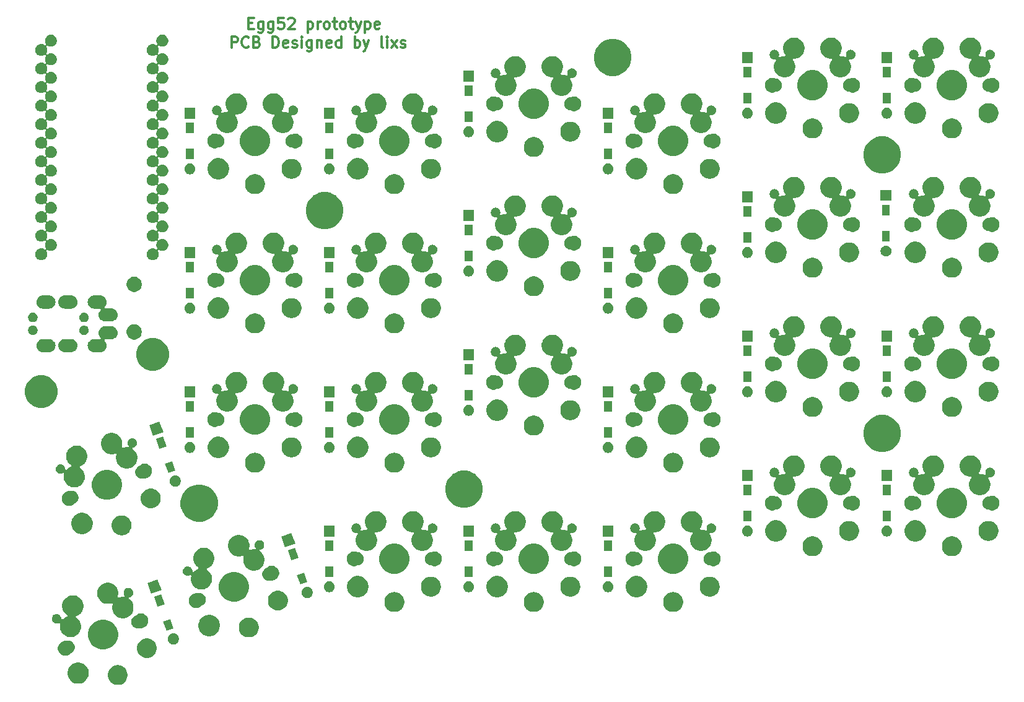
<source format=gbr>
G04 #@! TF.GenerationSoftware,KiCad,Pcbnew,(5.0.2)-1*
G04 #@! TF.CreationDate,2019-03-26T19:18:29+09:00*
G04 #@! TF.ProjectId,ergo50,6572676f-3530-42e6-9b69-6361645f7063,rev?*
G04 #@! TF.SameCoordinates,Original*
G04 #@! TF.FileFunction,Soldermask,Top*
G04 #@! TF.FilePolarity,Negative*
%FSLAX46Y46*%
G04 Gerber Fmt 4.6, Leading zero omitted, Abs format (unit mm)*
G04 Created by KiCad (PCBNEW (5.0.2)-1) date 2019/03/26 19:18:29*
%MOMM*%
%LPD*%
G01*
G04 APERTURE LIST*
%ADD10C,0.300000*%
%ADD11C,0.100000*%
G04 APERTURE END LIST*
D10*
X113436000Y-60085857D02*
X113936000Y-60085857D01*
X114150285Y-60871571D02*
X113436000Y-60871571D01*
X113436000Y-59371571D01*
X114150285Y-59371571D01*
X115436000Y-59871571D02*
X115436000Y-61085857D01*
X115364571Y-61228714D01*
X115293142Y-61300142D01*
X115150285Y-61371571D01*
X114936000Y-61371571D01*
X114793142Y-61300142D01*
X115436000Y-60800142D02*
X115293142Y-60871571D01*
X115007428Y-60871571D01*
X114864571Y-60800142D01*
X114793142Y-60728714D01*
X114721714Y-60585857D01*
X114721714Y-60157285D01*
X114793142Y-60014428D01*
X114864571Y-59943000D01*
X115007428Y-59871571D01*
X115293142Y-59871571D01*
X115436000Y-59943000D01*
X116793142Y-59871571D02*
X116793142Y-61085857D01*
X116721714Y-61228714D01*
X116650285Y-61300142D01*
X116507428Y-61371571D01*
X116293142Y-61371571D01*
X116150285Y-61300142D01*
X116793142Y-60800142D02*
X116650285Y-60871571D01*
X116364571Y-60871571D01*
X116221714Y-60800142D01*
X116150285Y-60728714D01*
X116078857Y-60585857D01*
X116078857Y-60157285D01*
X116150285Y-60014428D01*
X116221714Y-59943000D01*
X116364571Y-59871571D01*
X116650285Y-59871571D01*
X116793142Y-59943000D01*
X118221714Y-59371571D02*
X117507428Y-59371571D01*
X117436000Y-60085857D01*
X117507428Y-60014428D01*
X117650285Y-59943000D01*
X118007428Y-59943000D01*
X118150285Y-60014428D01*
X118221714Y-60085857D01*
X118293142Y-60228714D01*
X118293142Y-60585857D01*
X118221714Y-60728714D01*
X118150285Y-60800142D01*
X118007428Y-60871571D01*
X117650285Y-60871571D01*
X117507428Y-60800142D01*
X117436000Y-60728714D01*
X118864571Y-59514428D02*
X118936000Y-59443000D01*
X119078857Y-59371571D01*
X119436000Y-59371571D01*
X119578857Y-59443000D01*
X119650285Y-59514428D01*
X119721714Y-59657285D01*
X119721714Y-59800142D01*
X119650285Y-60014428D01*
X118793142Y-60871571D01*
X119721714Y-60871571D01*
X121507428Y-59871571D02*
X121507428Y-61371571D01*
X121507428Y-59943000D02*
X121650285Y-59871571D01*
X121936000Y-59871571D01*
X122078857Y-59943000D01*
X122150285Y-60014428D01*
X122221714Y-60157285D01*
X122221714Y-60585857D01*
X122150285Y-60728714D01*
X122078857Y-60800142D01*
X121936000Y-60871571D01*
X121650285Y-60871571D01*
X121507428Y-60800142D01*
X122864571Y-60871571D02*
X122864571Y-59871571D01*
X122864571Y-60157285D02*
X122936000Y-60014428D01*
X123007428Y-59943000D01*
X123150285Y-59871571D01*
X123293142Y-59871571D01*
X124007428Y-60871571D02*
X123864571Y-60800142D01*
X123793142Y-60728714D01*
X123721714Y-60585857D01*
X123721714Y-60157285D01*
X123793142Y-60014428D01*
X123864571Y-59943000D01*
X124007428Y-59871571D01*
X124221714Y-59871571D01*
X124364571Y-59943000D01*
X124436000Y-60014428D01*
X124507428Y-60157285D01*
X124507428Y-60585857D01*
X124436000Y-60728714D01*
X124364571Y-60800142D01*
X124221714Y-60871571D01*
X124007428Y-60871571D01*
X124936000Y-59871571D02*
X125507428Y-59871571D01*
X125150285Y-59371571D02*
X125150285Y-60657285D01*
X125221714Y-60800142D01*
X125364571Y-60871571D01*
X125507428Y-60871571D01*
X126221714Y-60871571D02*
X126078857Y-60800142D01*
X126007428Y-60728714D01*
X125936000Y-60585857D01*
X125936000Y-60157285D01*
X126007428Y-60014428D01*
X126078857Y-59943000D01*
X126221714Y-59871571D01*
X126436000Y-59871571D01*
X126578857Y-59943000D01*
X126650285Y-60014428D01*
X126721714Y-60157285D01*
X126721714Y-60585857D01*
X126650285Y-60728714D01*
X126578857Y-60800142D01*
X126436000Y-60871571D01*
X126221714Y-60871571D01*
X127150285Y-59871571D02*
X127721714Y-59871571D01*
X127364571Y-59371571D02*
X127364571Y-60657285D01*
X127436000Y-60800142D01*
X127578857Y-60871571D01*
X127721714Y-60871571D01*
X128078857Y-59871571D02*
X128436000Y-60871571D01*
X128793142Y-59871571D02*
X128436000Y-60871571D01*
X128293142Y-61228714D01*
X128221714Y-61300142D01*
X128078857Y-61371571D01*
X129364571Y-59871571D02*
X129364571Y-61371571D01*
X129364571Y-59943000D02*
X129507428Y-59871571D01*
X129793142Y-59871571D01*
X129936000Y-59943000D01*
X130007428Y-60014428D01*
X130078857Y-60157285D01*
X130078857Y-60585857D01*
X130007428Y-60728714D01*
X129936000Y-60800142D01*
X129793142Y-60871571D01*
X129507428Y-60871571D01*
X129364571Y-60800142D01*
X131293142Y-60800142D02*
X131150285Y-60871571D01*
X130864571Y-60871571D01*
X130721714Y-60800142D01*
X130650285Y-60657285D01*
X130650285Y-60085857D01*
X130721714Y-59943000D01*
X130864571Y-59871571D01*
X131150285Y-59871571D01*
X131293142Y-59943000D01*
X131364571Y-60085857D01*
X131364571Y-60228714D01*
X130650285Y-60371571D01*
X111078857Y-63421571D02*
X111078857Y-61921571D01*
X111650285Y-61921571D01*
X111793142Y-61993000D01*
X111864571Y-62064428D01*
X111936000Y-62207285D01*
X111936000Y-62421571D01*
X111864571Y-62564428D01*
X111793142Y-62635857D01*
X111650285Y-62707285D01*
X111078857Y-62707285D01*
X113436000Y-63278714D02*
X113364571Y-63350142D01*
X113150285Y-63421571D01*
X113007428Y-63421571D01*
X112793142Y-63350142D01*
X112650285Y-63207285D01*
X112578857Y-63064428D01*
X112507428Y-62778714D01*
X112507428Y-62564428D01*
X112578857Y-62278714D01*
X112650285Y-62135857D01*
X112793142Y-61993000D01*
X113007428Y-61921571D01*
X113150285Y-61921571D01*
X113364571Y-61993000D01*
X113436000Y-62064428D01*
X114578857Y-62635857D02*
X114793142Y-62707285D01*
X114864571Y-62778714D01*
X114936000Y-62921571D01*
X114936000Y-63135857D01*
X114864571Y-63278714D01*
X114793142Y-63350142D01*
X114650285Y-63421571D01*
X114078857Y-63421571D01*
X114078857Y-61921571D01*
X114578857Y-61921571D01*
X114721714Y-61993000D01*
X114793142Y-62064428D01*
X114864571Y-62207285D01*
X114864571Y-62350142D01*
X114793142Y-62493000D01*
X114721714Y-62564428D01*
X114578857Y-62635857D01*
X114078857Y-62635857D01*
X116721714Y-63421571D02*
X116721714Y-61921571D01*
X117078857Y-61921571D01*
X117293142Y-61993000D01*
X117436000Y-62135857D01*
X117507428Y-62278714D01*
X117578857Y-62564428D01*
X117578857Y-62778714D01*
X117507428Y-63064428D01*
X117436000Y-63207285D01*
X117293142Y-63350142D01*
X117078857Y-63421571D01*
X116721714Y-63421571D01*
X118793142Y-63350142D02*
X118650285Y-63421571D01*
X118364571Y-63421571D01*
X118221714Y-63350142D01*
X118150285Y-63207285D01*
X118150285Y-62635857D01*
X118221714Y-62493000D01*
X118364571Y-62421571D01*
X118650285Y-62421571D01*
X118793142Y-62493000D01*
X118864571Y-62635857D01*
X118864571Y-62778714D01*
X118150285Y-62921571D01*
X119436000Y-63350142D02*
X119578857Y-63421571D01*
X119864571Y-63421571D01*
X120007428Y-63350142D01*
X120078857Y-63207285D01*
X120078857Y-63135857D01*
X120007428Y-62993000D01*
X119864571Y-62921571D01*
X119650285Y-62921571D01*
X119507428Y-62850142D01*
X119436000Y-62707285D01*
X119436000Y-62635857D01*
X119507428Y-62493000D01*
X119650285Y-62421571D01*
X119864571Y-62421571D01*
X120007428Y-62493000D01*
X120721714Y-63421571D02*
X120721714Y-62421571D01*
X120721714Y-61921571D02*
X120650285Y-61993000D01*
X120721714Y-62064428D01*
X120793142Y-61993000D01*
X120721714Y-61921571D01*
X120721714Y-62064428D01*
X122078857Y-62421571D02*
X122078857Y-63635857D01*
X122007428Y-63778714D01*
X121936000Y-63850142D01*
X121793142Y-63921571D01*
X121578857Y-63921571D01*
X121436000Y-63850142D01*
X122078857Y-63350142D02*
X121936000Y-63421571D01*
X121650285Y-63421571D01*
X121507428Y-63350142D01*
X121436000Y-63278714D01*
X121364571Y-63135857D01*
X121364571Y-62707285D01*
X121436000Y-62564428D01*
X121507428Y-62493000D01*
X121650285Y-62421571D01*
X121936000Y-62421571D01*
X122078857Y-62493000D01*
X122793142Y-62421571D02*
X122793142Y-63421571D01*
X122793142Y-62564428D02*
X122864571Y-62493000D01*
X123007428Y-62421571D01*
X123221714Y-62421571D01*
X123364571Y-62493000D01*
X123436000Y-62635857D01*
X123436000Y-63421571D01*
X124721714Y-63350142D02*
X124578857Y-63421571D01*
X124293142Y-63421571D01*
X124150285Y-63350142D01*
X124078857Y-63207285D01*
X124078857Y-62635857D01*
X124150285Y-62493000D01*
X124293142Y-62421571D01*
X124578857Y-62421571D01*
X124721714Y-62493000D01*
X124793142Y-62635857D01*
X124793142Y-62778714D01*
X124078857Y-62921571D01*
X126078857Y-63421571D02*
X126078857Y-61921571D01*
X126078857Y-63350142D02*
X125936000Y-63421571D01*
X125650285Y-63421571D01*
X125507428Y-63350142D01*
X125436000Y-63278714D01*
X125364571Y-63135857D01*
X125364571Y-62707285D01*
X125436000Y-62564428D01*
X125507428Y-62493000D01*
X125650285Y-62421571D01*
X125936000Y-62421571D01*
X126078857Y-62493000D01*
X127936000Y-63421571D02*
X127936000Y-61921571D01*
X127936000Y-62493000D02*
X128078857Y-62421571D01*
X128364571Y-62421571D01*
X128507428Y-62493000D01*
X128578857Y-62564428D01*
X128650285Y-62707285D01*
X128650285Y-63135857D01*
X128578857Y-63278714D01*
X128507428Y-63350142D01*
X128364571Y-63421571D01*
X128078857Y-63421571D01*
X127936000Y-63350142D01*
X129150285Y-62421571D02*
X129507428Y-63421571D01*
X129864571Y-62421571D02*
X129507428Y-63421571D01*
X129364571Y-63778714D01*
X129293142Y-63850142D01*
X129150285Y-63921571D01*
X131793142Y-63421571D02*
X131650285Y-63350142D01*
X131578857Y-63207285D01*
X131578857Y-61921571D01*
X132364571Y-63421571D02*
X132364571Y-62421571D01*
X132364571Y-61921571D02*
X132293142Y-61993000D01*
X132364571Y-62064428D01*
X132436000Y-61993000D01*
X132364571Y-61921571D01*
X132364571Y-62064428D01*
X132936000Y-63421571D02*
X133721714Y-62421571D01*
X132936000Y-62421571D02*
X133721714Y-63421571D01*
X134221714Y-63350142D02*
X134364571Y-63421571D01*
X134650285Y-63421571D01*
X134793142Y-63350142D01*
X134864571Y-63207285D01*
X134864571Y-63135857D01*
X134793142Y-62993000D01*
X134650285Y-62921571D01*
X134436000Y-62921571D01*
X134293142Y-62850142D01*
X134221714Y-62707285D01*
X134221714Y-62635857D01*
X134293142Y-62493000D01*
X134436000Y-62421571D01*
X134650285Y-62421571D01*
X134793142Y-62493000D01*
D11*
G36*
X95816446Y-147919221D02*
X95946951Y-147945180D01*
X96192818Y-148047021D01*
X96413343Y-148194372D01*
X96414094Y-148194874D01*
X96602267Y-148383047D01*
X96602269Y-148383050D01*
X96750120Y-148604323D01*
X96851961Y-148850190D01*
X96903879Y-149111200D01*
X96903879Y-149377324D01*
X96851961Y-149638334D01*
X96750120Y-149884201D01*
X96602769Y-150104726D01*
X96602267Y-150105477D01*
X96414094Y-150293650D01*
X96414091Y-150293652D01*
X96192818Y-150441503D01*
X95946951Y-150543344D01*
X95816446Y-150569303D01*
X95685942Y-150595262D01*
X95419816Y-150595262D01*
X95289312Y-150569303D01*
X95158807Y-150543344D01*
X94912940Y-150441503D01*
X94691667Y-150293652D01*
X94691664Y-150293650D01*
X94503491Y-150105477D01*
X94502989Y-150104726D01*
X94355638Y-149884201D01*
X94253797Y-149638334D01*
X94201879Y-149377324D01*
X94201879Y-149111200D01*
X94253797Y-148850190D01*
X94355638Y-148604323D01*
X94503489Y-148383050D01*
X94503491Y-148383047D01*
X94691664Y-148194874D01*
X94692415Y-148194372D01*
X94912940Y-148047021D01*
X95158807Y-147945180D01*
X95289312Y-147919221D01*
X95419816Y-147893262D01*
X95685942Y-147893262D01*
X95816446Y-147919221D01*
X95816446Y-147919221D01*
G37*
G36*
X90559411Y-147585769D02*
X90559413Y-147585770D01*
X90559414Y-147585770D01*
X90823479Y-147695149D01*
X90823480Y-147695150D01*
X91061135Y-147853946D01*
X91263236Y-148056047D01*
X91263238Y-148056050D01*
X91422033Y-148293703D01*
X91531412Y-148557768D01*
X91531413Y-148557771D01*
X91540673Y-148604325D01*
X91587173Y-148838098D01*
X91587173Y-149123920D01*
X91531412Y-149404250D01*
X91422033Y-149668315D01*
X91422032Y-149668316D01*
X91263236Y-149905971D01*
X91061135Y-150108072D01*
X91061132Y-150108074D01*
X90823479Y-150266869D01*
X90559414Y-150376248D01*
X90559413Y-150376248D01*
X90559411Y-150376249D01*
X90279085Y-150432009D01*
X89993261Y-150432009D01*
X89712935Y-150376249D01*
X89712933Y-150376248D01*
X89712932Y-150376248D01*
X89448867Y-150266869D01*
X89211214Y-150108074D01*
X89211211Y-150108072D01*
X89009110Y-149905971D01*
X88850314Y-149668316D01*
X88850313Y-149668315D01*
X88740934Y-149404250D01*
X88685173Y-149123920D01*
X88685173Y-148838098D01*
X88731673Y-148604325D01*
X88740933Y-148557771D01*
X88740934Y-148557768D01*
X88850313Y-148293703D01*
X89009108Y-148056050D01*
X89009110Y-148056047D01*
X89211211Y-147853946D01*
X89448866Y-147695150D01*
X89448867Y-147695149D01*
X89712932Y-147585770D01*
X89712933Y-147585770D01*
X89712935Y-147585769D01*
X89993261Y-147530009D01*
X90279085Y-147530009D01*
X90559411Y-147585769D01*
X90559411Y-147585769D01*
G37*
G36*
X99729522Y-144222410D02*
X99927172Y-144261725D01*
X100173039Y-144363566D01*
X100393564Y-144510917D01*
X100394315Y-144511419D01*
X100582488Y-144699592D01*
X100582490Y-144699595D01*
X100730341Y-144920868D01*
X100832182Y-145166735D01*
X100884100Y-145427745D01*
X100884100Y-145693869D01*
X100832182Y-145954879D01*
X100730341Y-146200746D01*
X100624789Y-146358714D01*
X100582488Y-146422022D01*
X100394315Y-146610195D01*
X100394312Y-146610197D01*
X100173039Y-146758048D01*
X99927172Y-146859889D01*
X99796667Y-146885848D01*
X99666163Y-146911807D01*
X99400037Y-146911807D01*
X99269533Y-146885848D01*
X99139028Y-146859889D01*
X98893161Y-146758048D01*
X98671888Y-146610197D01*
X98671885Y-146610195D01*
X98483712Y-146422022D01*
X98441411Y-146358714D01*
X98335859Y-146200746D01*
X98234018Y-145954879D01*
X98182100Y-145693869D01*
X98182100Y-145427745D01*
X98234018Y-145166735D01*
X98335859Y-144920868D01*
X98483710Y-144699595D01*
X98483712Y-144699592D01*
X98671885Y-144511419D01*
X98672636Y-144510917D01*
X98893161Y-144363566D01*
X99139028Y-144261725D01*
X99336678Y-144222410D01*
X99400037Y-144209807D01*
X99666163Y-144209807D01*
X99729522Y-144222410D01*
X99729522Y-144222410D01*
G37*
G36*
X89024133Y-144571162D02*
X89188105Y-144639082D01*
X89335675Y-144737685D01*
X89461174Y-144863184D01*
X89559777Y-145010754D01*
X89627697Y-145174726D01*
X89662321Y-145348797D01*
X89662321Y-145526279D01*
X89627697Y-145700350D01*
X89559777Y-145864322D01*
X89461174Y-146011892D01*
X89335675Y-146137391D01*
X89188105Y-146235994D01*
X89107562Y-146269356D01*
X89085959Y-146280903D01*
X89067017Y-146296449D01*
X89004754Y-146358712D01*
X88840801Y-146468262D01*
X88658632Y-146543719D01*
X88465241Y-146582187D01*
X88268061Y-146582187D01*
X88074670Y-146543719D01*
X87892501Y-146468262D01*
X87728548Y-146358712D01*
X87589126Y-146219290D01*
X87479576Y-146055337D01*
X87404119Y-145873168D01*
X87365651Y-145679777D01*
X87365651Y-145482597D01*
X87404119Y-145289206D01*
X87479576Y-145107037D01*
X87589126Y-144943084D01*
X87728548Y-144803662D01*
X87892501Y-144694112D01*
X88074670Y-144618655D01*
X88268061Y-144580187D01*
X88451860Y-144580187D01*
X88476246Y-144577785D01*
X88497249Y-144571414D01*
X88498503Y-144571165D01*
X88498509Y-144571162D01*
X88672580Y-144536538D01*
X88850062Y-144536538D01*
X89024133Y-144571162D01*
X89024133Y-144571162D01*
G37*
G36*
X94133212Y-141727894D02*
X94133214Y-141727895D01*
X94133215Y-141727895D01*
X94506473Y-141882503D01*
X94748734Y-142044377D01*
X94842399Y-142106962D01*
X95128074Y-142392637D01*
X95128076Y-142392640D01*
X95352533Y-142728563D01*
X95481366Y-143039594D01*
X95507142Y-143101824D01*
X95585960Y-143498069D01*
X95585960Y-143902083D01*
X95514423Y-144261725D01*
X95507141Y-144298331D01*
X95352533Y-144671589D01*
X95264286Y-144803660D01*
X95128074Y-145007515D01*
X94842399Y-145293190D01*
X94842396Y-145293192D01*
X94506473Y-145517649D01*
X94133215Y-145672257D01*
X94133214Y-145672257D01*
X94133212Y-145672258D01*
X93736967Y-145751076D01*
X93332953Y-145751076D01*
X92936708Y-145672258D01*
X92936706Y-145672257D01*
X92936705Y-145672257D01*
X92563447Y-145517649D01*
X92227524Y-145293192D01*
X92227521Y-145293190D01*
X91941846Y-145007515D01*
X91805634Y-144803660D01*
X91717387Y-144671589D01*
X91562779Y-144298331D01*
X91555498Y-144261725D01*
X91483960Y-143902083D01*
X91483960Y-143498069D01*
X91562778Y-143101824D01*
X91588554Y-143039594D01*
X91717387Y-142728563D01*
X91941844Y-142392640D01*
X91941846Y-142392637D01*
X92227521Y-142106962D01*
X92321186Y-142044377D01*
X92563447Y-141882503D01*
X92936705Y-141727895D01*
X92936706Y-141727895D01*
X92936708Y-141727894D01*
X93332953Y-141649076D01*
X93736967Y-141649076D01*
X94133212Y-141727894D01*
X94133212Y-141727894D01*
G37*
G36*
X103375718Y-143575531D02*
X103512119Y-143632030D01*
X103634876Y-143714054D01*
X103739272Y-143818450D01*
X103821296Y-143941207D01*
X103877795Y-144077608D01*
X103906597Y-144222410D01*
X103906597Y-144370048D01*
X103877795Y-144514850D01*
X103821296Y-144651251D01*
X103739272Y-144774008D01*
X103634876Y-144878404D01*
X103512119Y-144960428D01*
X103375718Y-145016927D01*
X103230916Y-145045729D01*
X103083278Y-145045729D01*
X102938476Y-145016927D01*
X102802075Y-144960428D01*
X102679318Y-144878404D01*
X102574922Y-144774008D01*
X102492898Y-144651251D01*
X102436399Y-144514850D01*
X102407597Y-144370048D01*
X102407597Y-144222410D01*
X102436399Y-144077608D01*
X102492898Y-143941207D01*
X102574922Y-143818450D01*
X102679318Y-143714054D01*
X102802075Y-143632030D01*
X102938476Y-143575531D01*
X103083278Y-143546729D01*
X103230916Y-143546729D01*
X103375718Y-143575531D01*
X103375718Y-143575531D01*
G37*
G36*
X113717591Y-141403737D02*
X113848096Y-141429696D01*
X114093963Y-141531537D01*
X114269871Y-141649076D01*
X114315239Y-141679390D01*
X114503412Y-141867563D01*
X114503414Y-141867566D01*
X114651265Y-142088839D01*
X114753106Y-142334706D01*
X114805024Y-142595716D01*
X114805024Y-142861840D01*
X114753106Y-143122850D01*
X114651265Y-143368717D01*
X114564834Y-143498069D01*
X114503412Y-143589993D01*
X114315239Y-143778166D01*
X114315236Y-143778168D01*
X114093963Y-143926019D01*
X113848096Y-144027860D01*
X113717591Y-144053819D01*
X113587087Y-144079778D01*
X113320961Y-144079778D01*
X113190457Y-144053819D01*
X113059952Y-144027860D01*
X112814085Y-143926019D01*
X112592812Y-143778168D01*
X112592809Y-143778166D01*
X112404636Y-143589993D01*
X112343214Y-143498069D01*
X112256783Y-143368717D01*
X112154942Y-143122850D01*
X112103024Y-142861840D01*
X112103024Y-142595716D01*
X112154942Y-142334706D01*
X112256783Y-142088839D01*
X112404634Y-141867566D01*
X112404636Y-141867563D01*
X112592809Y-141679390D01*
X112638177Y-141649076D01*
X112814085Y-141531537D01*
X113059952Y-141429696D01*
X113190457Y-141403737D01*
X113320961Y-141377778D01*
X113587087Y-141377778D01*
X113717591Y-141403737D01*
X113717591Y-141403737D01*
G37*
G36*
X89833915Y-138399929D02*
X89833917Y-138399930D01*
X89833918Y-138399930D01*
X90097983Y-138509309D01*
X90224739Y-138594005D01*
X90335639Y-138668106D01*
X90537740Y-138870207D01*
X90537742Y-138870210D01*
X90696537Y-139107863D01*
X90794168Y-139343566D01*
X90805917Y-139371931D01*
X90861677Y-139652257D01*
X90861677Y-139938081D01*
X90827239Y-140111215D01*
X90805916Y-140218410D01*
X90696537Y-140482475D01*
X90617341Y-140601000D01*
X90537740Y-140720131D01*
X90335639Y-140922232D01*
X90335636Y-140922234D01*
X90097983Y-141081029D01*
X89883134Y-141170022D01*
X89861526Y-141181572D01*
X89842584Y-141197118D01*
X89827038Y-141216060D01*
X89815487Y-141237671D01*
X89808374Y-141261120D01*
X89805972Y-141285506D01*
X89808374Y-141309892D01*
X89815487Y-141333342D01*
X89827038Y-141354952D01*
X89842584Y-141373894D01*
X89861525Y-141389439D01*
X89885412Y-141405400D01*
X90010962Y-141489290D01*
X90213063Y-141691391D01*
X90213065Y-141691394D01*
X90371860Y-141929047D01*
X90481239Y-142193112D01*
X90481240Y-142193115D01*
X90537000Y-142473441D01*
X90537000Y-142759265D01*
X90511241Y-142888766D01*
X90481239Y-143039594D01*
X90371860Y-143303659D01*
X90313845Y-143390484D01*
X90213063Y-143541315D01*
X90010962Y-143743416D01*
X90010959Y-143743418D01*
X89773306Y-143902213D01*
X89509241Y-144011592D01*
X89509240Y-144011592D01*
X89509238Y-144011593D01*
X89228912Y-144067353D01*
X88943088Y-144067353D01*
X88662762Y-144011593D01*
X88662760Y-144011592D01*
X88662759Y-144011592D01*
X88398694Y-143902213D01*
X88161041Y-143743418D01*
X88161038Y-143743416D01*
X87958937Y-143541315D01*
X87858155Y-143390484D01*
X87800140Y-143303659D01*
X87690761Y-143039594D01*
X87660760Y-142888766D01*
X87635000Y-142759265D01*
X87635000Y-142473441D01*
X87678915Y-142252660D01*
X87681317Y-142228273D01*
X87678915Y-142203887D01*
X87671802Y-142180438D01*
X87660250Y-142158827D01*
X87644705Y-142139885D01*
X87625763Y-142124340D01*
X87604152Y-142112789D01*
X87580703Y-142105676D01*
X87556316Y-142103274D01*
X87531930Y-142105676D01*
X87508482Y-142112789D01*
X87383170Y-142164695D01*
X87257399Y-142189712D01*
X87129161Y-142189712D01*
X87003390Y-142164695D01*
X86884919Y-142115623D01*
X86870032Y-142105676D01*
X86778292Y-142044377D01*
X86778291Y-142044376D01*
X86778288Y-142044374D01*
X86687618Y-141953704D01*
X86671143Y-141929047D01*
X86616371Y-141847076D01*
X86616369Y-141847073D01*
X86567297Y-141728602D01*
X86542280Y-141602831D01*
X86542280Y-141474593D01*
X86567297Y-141348822D01*
X86616369Y-141230351D01*
X86625918Y-141216060D01*
X86687615Y-141123724D01*
X86687616Y-141123723D01*
X86687618Y-141123720D01*
X86778288Y-141033050D01*
X86794703Y-141022082D01*
X86884916Y-140961803D01*
X86884919Y-140961801D01*
X87003390Y-140912729D01*
X87129161Y-140887712D01*
X87257399Y-140887712D01*
X87383170Y-140912729D01*
X87501641Y-140961801D01*
X87501644Y-140961803D01*
X87591858Y-141022082D01*
X87608272Y-141033050D01*
X87698942Y-141123720D01*
X87698944Y-141123723D01*
X87698945Y-141123724D01*
X87760642Y-141216060D01*
X87770191Y-141230351D01*
X87819263Y-141348822D01*
X87844280Y-141474593D01*
X87844280Y-141504272D01*
X87846682Y-141528658D01*
X87853795Y-141552107D01*
X87865346Y-141573718D01*
X87880892Y-141592660D01*
X87899834Y-141608206D01*
X87921445Y-141619757D01*
X87944894Y-141626870D01*
X87969280Y-141629272D01*
X87993666Y-141626870D01*
X88017115Y-141619757D01*
X88038726Y-141608206D01*
X88057668Y-141592660D01*
X88161038Y-141489290D01*
X88183034Y-141474593D01*
X88398694Y-141330493D01*
X88613543Y-141241500D01*
X88635151Y-141229950D01*
X88654093Y-141214404D01*
X88669639Y-141195462D01*
X88681190Y-141173851D01*
X88688303Y-141150402D01*
X88690705Y-141126016D01*
X88688303Y-141101630D01*
X88681190Y-141078180D01*
X88669639Y-141056570D01*
X88654093Y-141037628D01*
X88635151Y-141022082D01*
X88485715Y-140922232D01*
X88283614Y-140720131D01*
X88204013Y-140601000D01*
X88124817Y-140482475D01*
X88015438Y-140218410D01*
X87994116Y-140111215D01*
X87959677Y-139938081D01*
X87959677Y-139652257D01*
X88015437Y-139371931D01*
X88027186Y-139343566D01*
X88124817Y-139107863D01*
X88283612Y-138870210D01*
X88283614Y-138870207D01*
X88485715Y-138668106D01*
X88596615Y-138594005D01*
X88723371Y-138509309D01*
X88987436Y-138399930D01*
X88987437Y-138399930D01*
X88987439Y-138399929D01*
X89267765Y-138344169D01*
X89553589Y-138344169D01*
X89833915Y-138399929D01*
X89833915Y-138399929D01*
G37*
G36*
X108460556Y-141070285D02*
X108460558Y-141070286D01*
X108460559Y-141070286D01*
X108724624Y-141179665D01*
X108848990Y-141262764D01*
X108962280Y-141338462D01*
X109164381Y-141540563D01*
X109164383Y-141540566D01*
X109323178Y-141778219D01*
X109395864Y-141953700D01*
X109432558Y-142042287D01*
X109488318Y-142322613D01*
X109488318Y-142608437D01*
X109444448Y-142828990D01*
X109432557Y-142888766D01*
X109323178Y-143152831D01*
X109323177Y-143152832D01*
X109164381Y-143390487D01*
X108962280Y-143592588D01*
X108962277Y-143592590D01*
X108724624Y-143751385D01*
X108460559Y-143860764D01*
X108460558Y-143860764D01*
X108460556Y-143860765D01*
X108180230Y-143916525D01*
X107894406Y-143916525D01*
X107614080Y-143860765D01*
X107614078Y-143860764D01*
X107614077Y-143860764D01*
X107350012Y-143751385D01*
X107112359Y-143592590D01*
X107112356Y-143592588D01*
X106910255Y-143390487D01*
X106751459Y-143152832D01*
X106751458Y-143152831D01*
X106642079Y-142888766D01*
X106630189Y-142828990D01*
X106586318Y-142608437D01*
X106586318Y-142322613D01*
X106642078Y-142042287D01*
X106678772Y-141953700D01*
X106751458Y-141778219D01*
X106910253Y-141540566D01*
X106910255Y-141540563D01*
X107112356Y-141338462D01*
X107225646Y-141262764D01*
X107350012Y-141179665D01*
X107614077Y-141070286D01*
X107614078Y-141070286D01*
X107614080Y-141070285D01*
X107894406Y-141014525D01*
X108180230Y-141014525D01*
X108460556Y-141070285D01*
X108460556Y-141070285D01*
G37*
G36*
X103195120Y-142862776D02*
X102206564Y-143222581D01*
X101727052Y-141905132D01*
X102715608Y-141545327D01*
X103195120Y-142862776D01*
X103195120Y-142862776D01*
G37*
G36*
X98995250Y-140856433D02*
X99177419Y-140931890D01*
X99341372Y-141041440D01*
X99480794Y-141180862D01*
X99590344Y-141344815D01*
X99665801Y-141526984D01*
X99704269Y-141720375D01*
X99704269Y-141917555D01*
X99665801Y-142110946D01*
X99590344Y-142293115D01*
X99480794Y-142457068D01*
X99341372Y-142596490D01*
X99177419Y-142706040D01*
X99044565Y-142761070D01*
X98995250Y-142781497D01*
X98801859Y-142819965D01*
X98618060Y-142819965D01*
X98593674Y-142822367D01*
X98572671Y-142828738D01*
X98571417Y-142828987D01*
X98571411Y-142828990D01*
X98397340Y-142863614D01*
X98219858Y-142863614D01*
X98045787Y-142828990D01*
X97881815Y-142761070D01*
X97734245Y-142662467D01*
X97608746Y-142536968D01*
X97510143Y-142389398D01*
X97442223Y-142225426D01*
X97407599Y-142051355D01*
X97407599Y-141873873D01*
X97442223Y-141699802D01*
X97510143Y-141535830D01*
X97608746Y-141388260D01*
X97734245Y-141262761D01*
X97881815Y-141164158D01*
X97962358Y-141130796D01*
X97983961Y-141119249D01*
X98002903Y-141103703D01*
X98065166Y-141041440D01*
X98229119Y-140931890D01*
X98411288Y-140856433D01*
X98604679Y-140817965D01*
X98801859Y-140817965D01*
X98995250Y-140856433D01*
X98995250Y-140856433D01*
G37*
G36*
X94607555Y-136662466D02*
X94607557Y-136662467D01*
X94607558Y-136662467D01*
X94871623Y-136771846D01*
X94921208Y-136804978D01*
X95109279Y-136930643D01*
X95311380Y-137132744D01*
X95311382Y-137132747D01*
X95470177Y-137370400D01*
X95561638Y-137591207D01*
X95579557Y-137634468D01*
X95635317Y-137914794D01*
X95635317Y-138200618D01*
X95579557Y-138480947D01*
X95577591Y-138485693D01*
X95570478Y-138509143D01*
X95568076Y-138533529D01*
X95570478Y-138557915D01*
X95577591Y-138581364D01*
X95589143Y-138602975D01*
X95604688Y-138621917D01*
X95623630Y-138637462D01*
X95645241Y-138649013D01*
X95668691Y-138656126D01*
X95693077Y-138658528D01*
X95717463Y-138656126D01*
X95740910Y-138649014D01*
X95823217Y-138614921D01*
X95823218Y-138614921D01*
X95823220Y-138614920D01*
X96103546Y-138559160D01*
X96381847Y-138559160D01*
X96406233Y-138556758D01*
X96429682Y-138549645D01*
X96451293Y-138538094D01*
X96470235Y-138522548D01*
X96485781Y-138503606D01*
X96497332Y-138481995D01*
X96504445Y-138458546D01*
X96506847Y-138434160D01*
X96504445Y-138409774D01*
X96497332Y-138386325D01*
X96485780Y-138364713D01*
X96426762Y-138276387D01*
X96377688Y-138157912D01*
X96352671Y-138032141D01*
X96352671Y-137903903D01*
X96377688Y-137778132D01*
X96426760Y-137659661D01*
X96441381Y-137637779D01*
X96498006Y-137553034D01*
X96498007Y-137553033D01*
X96498009Y-137553030D01*
X96588679Y-137462360D01*
X96695310Y-137391111D01*
X96813781Y-137342039D01*
X96939552Y-137317022D01*
X97067790Y-137317022D01*
X97193561Y-137342039D01*
X97312032Y-137391111D01*
X97418663Y-137462360D01*
X97509333Y-137553030D01*
X97509335Y-137553033D01*
X97509336Y-137553034D01*
X97565961Y-137637779D01*
X97580582Y-137659661D01*
X97629654Y-137778132D01*
X97654671Y-137903903D01*
X97654671Y-138032141D01*
X97629654Y-138157912D01*
X97580582Y-138276383D01*
X97580580Y-138276386D01*
X97521562Y-138364713D01*
X97509333Y-138383014D01*
X97418663Y-138473684D01*
X97418660Y-138473686D01*
X97418659Y-138473687D01*
X97345533Y-138522548D01*
X97312032Y-138544933D01*
X97224079Y-138581364D01*
X97193561Y-138594005D01*
X97148465Y-138602975D01*
X97139073Y-138604843D01*
X97115624Y-138611956D01*
X97094013Y-138623507D01*
X97075071Y-138639052D01*
X97059526Y-138657994D01*
X97047974Y-138679605D01*
X97040861Y-138703054D01*
X97038459Y-138727441D01*
X97040861Y-138751827D01*
X97047974Y-138775276D01*
X97059525Y-138796887D01*
X97075070Y-138815829D01*
X97094013Y-138831375D01*
X97171420Y-138883097D01*
X97373521Y-139085198D01*
X97373523Y-139085201D01*
X97532318Y-139322854D01*
X97622202Y-139539854D01*
X97641698Y-139586922D01*
X97697458Y-139867248D01*
X97697458Y-140153072D01*
X97649073Y-140396323D01*
X97641697Y-140433401D01*
X97532318Y-140697466D01*
X97375681Y-140931890D01*
X97373521Y-140935122D01*
X97171420Y-141137223D01*
X97171417Y-141137225D01*
X96933764Y-141296020D01*
X96669699Y-141405399D01*
X96669698Y-141405399D01*
X96669696Y-141405400D01*
X96389370Y-141461160D01*
X96103546Y-141461160D01*
X95823220Y-141405400D01*
X95823218Y-141405399D01*
X95823217Y-141405399D01*
X95559152Y-141296020D01*
X95321499Y-141137225D01*
X95321496Y-141137223D01*
X95119395Y-140935122D01*
X95117235Y-140931890D01*
X94960598Y-140697466D01*
X94851219Y-140433401D01*
X94843844Y-140396323D01*
X94795458Y-140153072D01*
X94795458Y-139867248D01*
X94851218Y-139586919D01*
X94853184Y-139582173D01*
X94860297Y-139558723D01*
X94862699Y-139534337D01*
X94860297Y-139509951D01*
X94853184Y-139486502D01*
X94841632Y-139464891D01*
X94826087Y-139445949D01*
X94807145Y-139430404D01*
X94785534Y-139418853D01*
X94762084Y-139411740D01*
X94737698Y-139409338D01*
X94713312Y-139411740D01*
X94689865Y-139418852D01*
X94607558Y-139452945D01*
X94607557Y-139452945D01*
X94607555Y-139452946D01*
X94327229Y-139508706D01*
X94041405Y-139508706D01*
X93761079Y-139452946D01*
X93761077Y-139452945D01*
X93761076Y-139452945D01*
X93497011Y-139343566D01*
X93259358Y-139184771D01*
X93259355Y-139184769D01*
X93057254Y-138982668D01*
X93046860Y-138967113D01*
X92898457Y-138745012D01*
X92789078Y-138480947D01*
X92782740Y-138449082D01*
X92733317Y-138200618D01*
X92733317Y-137914794D01*
X92789077Y-137634468D01*
X92806996Y-137591207D01*
X92898457Y-137370400D01*
X93057252Y-137132747D01*
X93057254Y-137132744D01*
X93259355Y-136930643D01*
X93447426Y-136804978D01*
X93497011Y-136771846D01*
X93761076Y-136662467D01*
X93761077Y-136662467D01*
X93761079Y-136662466D01*
X94041405Y-136606706D01*
X94327229Y-136606706D01*
X94607555Y-136662466D01*
X94607555Y-136662466D01*
G37*
G36*
X171662464Y-137914794D02*
X171844072Y-137950918D01*
X172089939Y-138052759D01*
X172309383Y-138199388D01*
X172311215Y-138200612D01*
X172499388Y-138388785D01*
X172499390Y-138388788D01*
X172647241Y-138610061D01*
X172749082Y-138855928D01*
X172749082Y-138855929D01*
X172801000Y-139116937D01*
X172801000Y-139383063D01*
X172787099Y-139452946D01*
X172749082Y-139644072D01*
X172647241Y-139889939D01*
X172529130Y-140066703D01*
X172499388Y-140111215D01*
X172311215Y-140299388D01*
X172311212Y-140299390D01*
X172089939Y-140447241D01*
X171844072Y-140549082D01*
X171713567Y-140575041D01*
X171583063Y-140601000D01*
X171316937Y-140601000D01*
X171186433Y-140575041D01*
X171055928Y-140549082D01*
X170810061Y-140447241D01*
X170588788Y-140299390D01*
X170588785Y-140299388D01*
X170400612Y-140111215D01*
X170370870Y-140066703D01*
X170252759Y-139889939D01*
X170150918Y-139644072D01*
X170112901Y-139452946D01*
X170099000Y-139383063D01*
X170099000Y-139116937D01*
X170150918Y-138855929D01*
X170150918Y-138855928D01*
X170252759Y-138610061D01*
X170400610Y-138388788D01*
X170400612Y-138388785D01*
X170588785Y-138200612D01*
X170590617Y-138199388D01*
X170810061Y-138052759D01*
X171055928Y-137950918D01*
X171237536Y-137914794D01*
X171316937Y-137899000D01*
X171583063Y-137899000D01*
X171662464Y-137914794D01*
X171662464Y-137914794D01*
G37*
G36*
X152612464Y-137914794D02*
X152794072Y-137950918D01*
X153039939Y-138052759D01*
X153259383Y-138199388D01*
X153261215Y-138200612D01*
X153449388Y-138388785D01*
X153449390Y-138388788D01*
X153597241Y-138610061D01*
X153699082Y-138855928D01*
X153699082Y-138855929D01*
X153751000Y-139116937D01*
X153751000Y-139383063D01*
X153737099Y-139452946D01*
X153699082Y-139644072D01*
X153597241Y-139889939D01*
X153479130Y-140066703D01*
X153449388Y-140111215D01*
X153261215Y-140299388D01*
X153261212Y-140299390D01*
X153039939Y-140447241D01*
X152794072Y-140549082D01*
X152663567Y-140575041D01*
X152533063Y-140601000D01*
X152266937Y-140601000D01*
X152136433Y-140575041D01*
X152005928Y-140549082D01*
X151760061Y-140447241D01*
X151538788Y-140299390D01*
X151538785Y-140299388D01*
X151350612Y-140111215D01*
X151320870Y-140066703D01*
X151202759Y-139889939D01*
X151100918Y-139644072D01*
X151062901Y-139452946D01*
X151049000Y-139383063D01*
X151049000Y-139116937D01*
X151100918Y-138855929D01*
X151100918Y-138855928D01*
X151202759Y-138610061D01*
X151350610Y-138388788D01*
X151350612Y-138388785D01*
X151538785Y-138200612D01*
X151540617Y-138199388D01*
X151760061Y-138052759D01*
X152005928Y-137950918D01*
X152187536Y-137914794D01*
X152266937Y-137899000D01*
X152533063Y-137899000D01*
X152612464Y-137914794D01*
X152612464Y-137914794D01*
G37*
G36*
X133562464Y-137914794D02*
X133744072Y-137950918D01*
X133989939Y-138052759D01*
X134209383Y-138199388D01*
X134211215Y-138200612D01*
X134399388Y-138388785D01*
X134399390Y-138388788D01*
X134547241Y-138610061D01*
X134649082Y-138855928D01*
X134649082Y-138855929D01*
X134701000Y-139116937D01*
X134701000Y-139383063D01*
X134687099Y-139452946D01*
X134649082Y-139644072D01*
X134547241Y-139889939D01*
X134429130Y-140066703D01*
X134399388Y-140111215D01*
X134211215Y-140299388D01*
X134211212Y-140299390D01*
X133989939Y-140447241D01*
X133744072Y-140549082D01*
X133613567Y-140575041D01*
X133483063Y-140601000D01*
X133216937Y-140601000D01*
X133086433Y-140575041D01*
X132955928Y-140549082D01*
X132710061Y-140447241D01*
X132488788Y-140299390D01*
X132488785Y-140299388D01*
X132300612Y-140111215D01*
X132270870Y-140066703D01*
X132152759Y-139889939D01*
X132050918Y-139644072D01*
X132012901Y-139452946D01*
X131999000Y-139383063D01*
X131999000Y-139116937D01*
X132050918Y-138855929D01*
X132050918Y-138855928D01*
X132152759Y-138610061D01*
X132300610Y-138388788D01*
X132300612Y-138388785D01*
X132488785Y-138200612D01*
X132490617Y-138199388D01*
X132710061Y-138052759D01*
X132955928Y-137950918D01*
X133137536Y-137914794D01*
X133216937Y-137899000D01*
X133483063Y-137899000D01*
X133562464Y-137914794D01*
X133562464Y-137914794D01*
G37*
G36*
X117697812Y-137720282D02*
X117828317Y-137746241D01*
X118074184Y-137848082D01*
X118294709Y-137995433D01*
X118295460Y-137995935D01*
X118483633Y-138184108D01*
X118483635Y-138184111D01*
X118631486Y-138405384D01*
X118733327Y-138651251D01*
X118785245Y-138912261D01*
X118785245Y-139178385D01*
X118733327Y-139439395D01*
X118631486Y-139685262D01*
X118494724Y-139889939D01*
X118483633Y-139906538D01*
X118295460Y-140094711D01*
X118295457Y-140094713D01*
X118074184Y-140242564D01*
X117828317Y-140344405D01*
X117697812Y-140370364D01*
X117567308Y-140396323D01*
X117301182Y-140396323D01*
X117170678Y-140370364D01*
X117040173Y-140344405D01*
X116794306Y-140242564D01*
X116573033Y-140094713D01*
X116573030Y-140094711D01*
X116384857Y-139906538D01*
X116373766Y-139889939D01*
X116237004Y-139685262D01*
X116135163Y-139439395D01*
X116083245Y-139178385D01*
X116083245Y-138912261D01*
X116135163Y-138651251D01*
X116237004Y-138405384D01*
X116384855Y-138184111D01*
X116384857Y-138184108D01*
X116573030Y-137995935D01*
X116573781Y-137995433D01*
X116794306Y-137848082D01*
X117040173Y-137746241D01*
X117170678Y-137720282D01*
X117301182Y-137694323D01*
X117567308Y-137694323D01*
X117697812Y-137720282D01*
X117697812Y-137720282D01*
G37*
G36*
X106925278Y-138055678D02*
X107089250Y-138123598D01*
X107236820Y-138222201D01*
X107362319Y-138347700D01*
X107460922Y-138495270D01*
X107528842Y-138659242D01*
X107563466Y-138833313D01*
X107563466Y-139010795D01*
X107528842Y-139184866D01*
X107460922Y-139348838D01*
X107362319Y-139496408D01*
X107236820Y-139621907D01*
X107089250Y-139720510D01*
X107008707Y-139753872D01*
X106987104Y-139765419D01*
X106968162Y-139780965D01*
X106905899Y-139843228D01*
X106741946Y-139952778D01*
X106559777Y-140028235D01*
X106366386Y-140066703D01*
X106169206Y-140066703D01*
X105975815Y-140028235D01*
X105793646Y-139952778D01*
X105629693Y-139843228D01*
X105490271Y-139703806D01*
X105380721Y-139539853D01*
X105305264Y-139357684D01*
X105266796Y-139164293D01*
X105266796Y-138967113D01*
X105305264Y-138773722D01*
X105380721Y-138591553D01*
X105490271Y-138427600D01*
X105629693Y-138288178D01*
X105793646Y-138178628D01*
X105975815Y-138103171D01*
X106169206Y-138064703D01*
X106353005Y-138064703D01*
X106377391Y-138062301D01*
X106398394Y-138055930D01*
X106399648Y-138055681D01*
X106399654Y-138055678D01*
X106573725Y-138021054D01*
X106751207Y-138021054D01*
X106925278Y-138055678D01*
X106925278Y-138055678D01*
G37*
G36*
X101980948Y-139526868D02*
X100992392Y-139886673D01*
X100512880Y-138569224D01*
X101501436Y-138209419D01*
X101980948Y-139526868D01*
X101980948Y-139526868D01*
G37*
G36*
X112034357Y-135212410D02*
X112034359Y-135212411D01*
X112034360Y-135212411D01*
X112407618Y-135367019D01*
X112649879Y-135528893D01*
X112743544Y-135591478D01*
X113029219Y-135877153D01*
X113029221Y-135877156D01*
X113253678Y-136213079D01*
X113408286Y-136586337D01*
X113408287Y-136586340D01*
X113487105Y-136982585D01*
X113487105Y-137386599D01*
X113415568Y-137746241D01*
X113408286Y-137782847D01*
X113253678Y-138156105D01*
X113173308Y-138276387D01*
X113029219Y-138492031D01*
X112743544Y-138777706D01*
X112743541Y-138777708D01*
X112407618Y-139002165D01*
X112034360Y-139156773D01*
X112034359Y-139156773D01*
X112034357Y-139156774D01*
X111638112Y-139235592D01*
X111234098Y-139235592D01*
X110837853Y-139156774D01*
X110837851Y-139156773D01*
X110837850Y-139156773D01*
X110464592Y-139002165D01*
X110128669Y-138777708D01*
X110128666Y-138777706D01*
X109842991Y-138492031D01*
X109698902Y-138276387D01*
X109618532Y-138156105D01*
X109463924Y-137782847D01*
X109456643Y-137746241D01*
X109385105Y-137386599D01*
X109385105Y-136982585D01*
X109463923Y-136586340D01*
X109463924Y-136586337D01*
X109618532Y-136213079D01*
X109842989Y-135877156D01*
X109842991Y-135877153D01*
X110128666Y-135591478D01*
X110222331Y-135528893D01*
X110464592Y-135367019D01*
X110837850Y-135212411D01*
X110837851Y-135212411D01*
X110837853Y-135212410D01*
X111234098Y-135133592D01*
X111638112Y-135133592D01*
X112034357Y-135212410D01*
X112034357Y-135212410D01*
G37*
G36*
X121663718Y-137225531D02*
X121800119Y-137282030D01*
X121922876Y-137364054D01*
X122027272Y-137468450D01*
X122109296Y-137591207D01*
X122165795Y-137727608D01*
X122194597Y-137872410D01*
X122194597Y-138020048D01*
X122165795Y-138164850D01*
X122109296Y-138301251D01*
X122027272Y-138424008D01*
X121922876Y-138528404D01*
X121800119Y-138610428D01*
X121663718Y-138666927D01*
X121518916Y-138695729D01*
X121371278Y-138695729D01*
X121226476Y-138666927D01*
X121090075Y-138610428D01*
X120967318Y-138528404D01*
X120862922Y-138424008D01*
X120780898Y-138301251D01*
X120724399Y-138164850D01*
X120695597Y-138020048D01*
X120695597Y-137872410D01*
X120724399Y-137727608D01*
X120780898Y-137591207D01*
X120862922Y-137468450D01*
X120967318Y-137364054D01*
X121090075Y-137282030D01*
X121226476Y-137225531D01*
X121371278Y-137196729D01*
X121518916Y-137196729D01*
X121663718Y-137225531D01*
X121663718Y-137225531D01*
G37*
G36*
X147823238Y-135754760D02*
X147823240Y-135754761D01*
X147823241Y-135754761D01*
X148087306Y-135864140D01*
X148203204Y-135941581D01*
X148324962Y-136022937D01*
X148527063Y-136225038D01*
X148527065Y-136225041D01*
X148685860Y-136462694D01*
X148768608Y-136662466D01*
X148795240Y-136726762D01*
X148851000Y-137007088D01*
X148851000Y-137292912D01*
X148799259Y-137553034D01*
X148795239Y-137573241D01*
X148685860Y-137837306D01*
X148539780Y-138055930D01*
X148527063Y-138074962D01*
X148324962Y-138277063D01*
X148324959Y-138277065D01*
X148087306Y-138435860D01*
X147823241Y-138545239D01*
X147823240Y-138545239D01*
X147823238Y-138545240D01*
X147542912Y-138601000D01*
X147257088Y-138601000D01*
X146976762Y-138545240D01*
X146976760Y-138545239D01*
X146976759Y-138545239D01*
X146712694Y-138435860D01*
X146475041Y-138277065D01*
X146475038Y-138277063D01*
X146272937Y-138074962D01*
X146260220Y-138055930D01*
X146114140Y-137837306D01*
X146004761Y-137573241D01*
X146000742Y-137553034D01*
X145949000Y-137292912D01*
X145949000Y-137007088D01*
X146004760Y-136726762D01*
X146031392Y-136662466D01*
X146114140Y-136462694D01*
X146272935Y-136225041D01*
X146272937Y-136225038D01*
X146475038Y-136022937D01*
X146596796Y-135941581D01*
X146712694Y-135864140D01*
X146976759Y-135754761D01*
X146976760Y-135754761D01*
X146976762Y-135754760D01*
X147257088Y-135699000D01*
X147542912Y-135699000D01*
X147823238Y-135754760D01*
X147823238Y-135754760D01*
G37*
G36*
X128773238Y-135754760D02*
X128773240Y-135754761D01*
X128773241Y-135754761D01*
X129037306Y-135864140D01*
X129153204Y-135941581D01*
X129274962Y-136022937D01*
X129477063Y-136225038D01*
X129477065Y-136225041D01*
X129635860Y-136462694D01*
X129718608Y-136662466D01*
X129745240Y-136726762D01*
X129801000Y-137007088D01*
X129801000Y-137292912D01*
X129749259Y-137553034D01*
X129745239Y-137573241D01*
X129635860Y-137837306D01*
X129489780Y-138055930D01*
X129477063Y-138074962D01*
X129274962Y-138277063D01*
X129274959Y-138277065D01*
X129037306Y-138435860D01*
X128773241Y-138545239D01*
X128773240Y-138545239D01*
X128773238Y-138545240D01*
X128492912Y-138601000D01*
X128207088Y-138601000D01*
X127926762Y-138545240D01*
X127926760Y-138545239D01*
X127926759Y-138545239D01*
X127662694Y-138435860D01*
X127425041Y-138277065D01*
X127425038Y-138277063D01*
X127222937Y-138074962D01*
X127210220Y-138055930D01*
X127064140Y-137837306D01*
X126954761Y-137573241D01*
X126950742Y-137553034D01*
X126899000Y-137292912D01*
X126899000Y-137007088D01*
X126954760Y-136726762D01*
X126981392Y-136662466D01*
X127064140Y-136462694D01*
X127222935Y-136225041D01*
X127222937Y-136225038D01*
X127425038Y-136022937D01*
X127546796Y-135941581D01*
X127662694Y-135864140D01*
X127926759Y-135754761D01*
X127926760Y-135754761D01*
X127926762Y-135754760D01*
X128207088Y-135699000D01*
X128492912Y-135699000D01*
X128773238Y-135754760D01*
X128773238Y-135754760D01*
G37*
G36*
X166873238Y-135754760D02*
X166873240Y-135754761D01*
X166873241Y-135754761D01*
X167137306Y-135864140D01*
X167253204Y-135941581D01*
X167374962Y-136022937D01*
X167577063Y-136225038D01*
X167577065Y-136225041D01*
X167735860Y-136462694D01*
X167818608Y-136662466D01*
X167845240Y-136726762D01*
X167901000Y-137007088D01*
X167901000Y-137292912D01*
X167849259Y-137553034D01*
X167845239Y-137573241D01*
X167735860Y-137837306D01*
X167589780Y-138055930D01*
X167577063Y-138074962D01*
X167374962Y-138277063D01*
X167374959Y-138277065D01*
X167137306Y-138435860D01*
X166873241Y-138545239D01*
X166873240Y-138545239D01*
X166873238Y-138545240D01*
X166592912Y-138601000D01*
X166307088Y-138601000D01*
X166026762Y-138545240D01*
X166026760Y-138545239D01*
X166026759Y-138545239D01*
X165762694Y-138435860D01*
X165525041Y-138277065D01*
X165525038Y-138277063D01*
X165322937Y-138074962D01*
X165310220Y-138055930D01*
X165164140Y-137837306D01*
X165054761Y-137573241D01*
X165050742Y-137553034D01*
X164999000Y-137292912D01*
X164999000Y-137007088D01*
X165054760Y-136726762D01*
X165081392Y-136662466D01*
X165164140Y-136462694D01*
X165322935Y-136225041D01*
X165322937Y-136225038D01*
X165525038Y-136022937D01*
X165646796Y-135941581D01*
X165762694Y-135864140D01*
X166026759Y-135754761D01*
X166026760Y-135754761D01*
X166026762Y-135754760D01*
X166307088Y-135699000D01*
X166592912Y-135699000D01*
X166873238Y-135754760D01*
X166873238Y-135754760D01*
G37*
G36*
X157663567Y-135824959D02*
X157794072Y-135850918D01*
X158039939Y-135952759D01*
X158260464Y-136100110D01*
X158261215Y-136100612D01*
X158449388Y-136288785D01*
X158449390Y-136288788D01*
X158597241Y-136510061D01*
X158699082Y-136755928D01*
X158708839Y-136804978D01*
X158733835Y-136930641D01*
X158751000Y-137016938D01*
X158751000Y-137283062D01*
X158699082Y-137544072D01*
X158597241Y-137789939D01*
X158513814Y-137914795D01*
X158449388Y-138011215D01*
X158261215Y-138199388D01*
X158261212Y-138199390D01*
X158039939Y-138347241D01*
X157794072Y-138449082D01*
X157746493Y-138458546D01*
X157533063Y-138501000D01*
X157266937Y-138501000D01*
X157053507Y-138458546D01*
X157005928Y-138449082D01*
X156760061Y-138347241D01*
X156538788Y-138199390D01*
X156538785Y-138199388D01*
X156350612Y-138011215D01*
X156286186Y-137914795D01*
X156202759Y-137789939D01*
X156100918Y-137544072D01*
X156049000Y-137283062D01*
X156049000Y-137016938D01*
X156066166Y-136930641D01*
X156091161Y-136804978D01*
X156100918Y-136755928D01*
X156202759Y-136510061D01*
X156350610Y-136288788D01*
X156350612Y-136288785D01*
X156538785Y-136100612D01*
X156539536Y-136100110D01*
X156760061Y-135952759D01*
X157005928Y-135850918D01*
X157136433Y-135824959D01*
X157266937Y-135799000D01*
X157533063Y-135799000D01*
X157663567Y-135824959D01*
X157663567Y-135824959D01*
G37*
G36*
X176713567Y-135824959D02*
X176844072Y-135850918D01*
X177089939Y-135952759D01*
X177310464Y-136100110D01*
X177311215Y-136100612D01*
X177499388Y-136288785D01*
X177499390Y-136288788D01*
X177647241Y-136510061D01*
X177749082Y-136755928D01*
X177758839Y-136804978D01*
X177783835Y-136930641D01*
X177801000Y-137016938D01*
X177801000Y-137283062D01*
X177749082Y-137544072D01*
X177647241Y-137789939D01*
X177563814Y-137914795D01*
X177499388Y-138011215D01*
X177311215Y-138199388D01*
X177311212Y-138199390D01*
X177089939Y-138347241D01*
X176844072Y-138449082D01*
X176796493Y-138458546D01*
X176583063Y-138501000D01*
X176316937Y-138501000D01*
X176103507Y-138458546D01*
X176055928Y-138449082D01*
X175810061Y-138347241D01*
X175588788Y-138199390D01*
X175588785Y-138199388D01*
X175400612Y-138011215D01*
X175336186Y-137914795D01*
X175252759Y-137789939D01*
X175150918Y-137544072D01*
X175099000Y-137283062D01*
X175099000Y-137016938D01*
X175116166Y-136930641D01*
X175141161Y-136804978D01*
X175150918Y-136755928D01*
X175252759Y-136510061D01*
X175400610Y-136288788D01*
X175400612Y-136288785D01*
X175588785Y-136100612D01*
X175589536Y-136100110D01*
X175810061Y-135952759D01*
X176055928Y-135850918D01*
X176186433Y-135824959D01*
X176316937Y-135799000D01*
X176583063Y-135799000D01*
X176713567Y-135824959D01*
X176713567Y-135824959D01*
G37*
G36*
X138613567Y-135824959D02*
X138744072Y-135850918D01*
X138989939Y-135952759D01*
X139210464Y-136100110D01*
X139211215Y-136100612D01*
X139399388Y-136288785D01*
X139399390Y-136288788D01*
X139547241Y-136510061D01*
X139649082Y-136755928D01*
X139658839Y-136804978D01*
X139683835Y-136930641D01*
X139701000Y-137016938D01*
X139701000Y-137283062D01*
X139649082Y-137544072D01*
X139547241Y-137789939D01*
X139463814Y-137914795D01*
X139399388Y-138011215D01*
X139211215Y-138199388D01*
X139211212Y-138199390D01*
X138989939Y-138347241D01*
X138744072Y-138449082D01*
X138696493Y-138458546D01*
X138483063Y-138501000D01*
X138216937Y-138501000D01*
X138003507Y-138458546D01*
X137955928Y-138449082D01*
X137710061Y-138347241D01*
X137488788Y-138199390D01*
X137488785Y-138199388D01*
X137300612Y-138011215D01*
X137236186Y-137914795D01*
X137152759Y-137789939D01*
X137050918Y-137544072D01*
X136999000Y-137283062D01*
X136999000Y-137016938D01*
X137016166Y-136930641D01*
X137041161Y-136804978D01*
X137050918Y-136755928D01*
X137152759Y-136510061D01*
X137300610Y-136288788D01*
X137300612Y-136288785D01*
X137488785Y-136100612D01*
X137489536Y-136100110D01*
X137710061Y-135952759D01*
X137955928Y-135850918D01*
X138086433Y-135824959D01*
X138216937Y-135799000D01*
X138483063Y-135799000D01*
X138613567Y-135824959D01*
X138613567Y-135824959D01*
G37*
G36*
X101511547Y-137583727D02*
X100102947Y-138096415D01*
X99590259Y-136687815D01*
X100998859Y-136175127D01*
X101511547Y-137583727D01*
X101511547Y-137583727D01*
G37*
G36*
X162778621Y-136439302D02*
X162915022Y-136495801D01*
X163037779Y-136577825D01*
X163142175Y-136682221D01*
X163224199Y-136804978D01*
X163280698Y-136941379D01*
X163309500Y-137086181D01*
X163309500Y-137233819D01*
X163280698Y-137378621D01*
X163224199Y-137515022D01*
X163142175Y-137637779D01*
X163037779Y-137742175D01*
X162915022Y-137824199D01*
X162778621Y-137880698D01*
X162633819Y-137909500D01*
X162486181Y-137909500D01*
X162341379Y-137880698D01*
X162204978Y-137824199D01*
X162082221Y-137742175D01*
X161977825Y-137637779D01*
X161895801Y-137515022D01*
X161839302Y-137378621D01*
X161810500Y-137233819D01*
X161810500Y-137086181D01*
X161839302Y-136941379D01*
X161895801Y-136804978D01*
X161977825Y-136682221D01*
X162082221Y-136577825D01*
X162204978Y-136495801D01*
X162341379Y-136439302D01*
X162486181Y-136410500D01*
X162633819Y-136410500D01*
X162778621Y-136439302D01*
X162778621Y-136439302D01*
G37*
G36*
X143728621Y-136439302D02*
X143865022Y-136495801D01*
X143987779Y-136577825D01*
X144092175Y-136682221D01*
X144174199Y-136804978D01*
X144230698Y-136941379D01*
X144259500Y-137086181D01*
X144259500Y-137233819D01*
X144230698Y-137378621D01*
X144174199Y-137515022D01*
X144092175Y-137637779D01*
X143987779Y-137742175D01*
X143865022Y-137824199D01*
X143728621Y-137880698D01*
X143583819Y-137909500D01*
X143436181Y-137909500D01*
X143291379Y-137880698D01*
X143154978Y-137824199D01*
X143032221Y-137742175D01*
X142927825Y-137637779D01*
X142845801Y-137515022D01*
X142789302Y-137378621D01*
X142760500Y-137233819D01*
X142760500Y-137086181D01*
X142789302Y-136941379D01*
X142845801Y-136804978D01*
X142927825Y-136682221D01*
X143032221Y-136577825D01*
X143154978Y-136495801D01*
X143291379Y-136439302D01*
X143436181Y-136410500D01*
X143583819Y-136410500D01*
X143728621Y-136439302D01*
X143728621Y-136439302D01*
G37*
G36*
X124678621Y-136439302D02*
X124815022Y-136495801D01*
X124937779Y-136577825D01*
X125042175Y-136682221D01*
X125124199Y-136804978D01*
X125180698Y-136941379D01*
X125209500Y-137086181D01*
X125209500Y-137233819D01*
X125180698Y-137378621D01*
X125124199Y-137515022D01*
X125042175Y-137637779D01*
X124937779Y-137742175D01*
X124815022Y-137824199D01*
X124678621Y-137880698D01*
X124533819Y-137909500D01*
X124386181Y-137909500D01*
X124241379Y-137880698D01*
X124104978Y-137824199D01*
X123982221Y-137742175D01*
X123877825Y-137637779D01*
X123795801Y-137515022D01*
X123739302Y-137378621D01*
X123710500Y-137233819D01*
X123710500Y-137086181D01*
X123739302Y-136941379D01*
X123795801Y-136804978D01*
X123877825Y-136682221D01*
X123982221Y-136577825D01*
X124104978Y-136495801D01*
X124241379Y-136439302D01*
X124386181Y-136410500D01*
X124533819Y-136410500D01*
X124678621Y-136439302D01*
X124678621Y-136439302D01*
G37*
G36*
X107735060Y-131884445D02*
X107735062Y-131884446D01*
X107735063Y-131884446D01*
X107999128Y-131993825D01*
X108125884Y-132078521D01*
X108236784Y-132152622D01*
X108438885Y-132354723D01*
X108438887Y-132354726D01*
X108597682Y-132592379D01*
X108695313Y-132828082D01*
X108707062Y-132856447D01*
X108762822Y-133136773D01*
X108762822Y-133422597D01*
X108757652Y-133448590D01*
X108707061Y-133702926D01*
X108597682Y-133966991D01*
X108597681Y-133966992D01*
X108438885Y-134204647D01*
X108236784Y-134406748D01*
X108236781Y-134406750D01*
X107999128Y-134565545D01*
X107784279Y-134654538D01*
X107762671Y-134666088D01*
X107743729Y-134681634D01*
X107728183Y-134700576D01*
X107716632Y-134722187D01*
X107709519Y-134745636D01*
X107707117Y-134770022D01*
X107709519Y-134794408D01*
X107716632Y-134817858D01*
X107728183Y-134839468D01*
X107743729Y-134858410D01*
X107762670Y-134873955D01*
X107786557Y-134889916D01*
X107912107Y-134973806D01*
X108114208Y-135175907D01*
X108114210Y-135175910D01*
X108273005Y-135413563D01*
X108382384Y-135677628D01*
X108382385Y-135677631D01*
X108438145Y-135957957D01*
X108438145Y-136243781D01*
X108384639Y-136512776D01*
X108382384Y-136524110D01*
X108273005Y-136788175D01*
X108177812Y-136930641D01*
X108114208Y-137025831D01*
X107912107Y-137227932D01*
X107912104Y-137227934D01*
X107674451Y-137386729D01*
X107410386Y-137496108D01*
X107410385Y-137496108D01*
X107410383Y-137496109D01*
X107130057Y-137551869D01*
X106844233Y-137551869D01*
X106563907Y-137496109D01*
X106563905Y-137496108D01*
X106563904Y-137496108D01*
X106299839Y-137386729D01*
X106062186Y-137227934D01*
X106062183Y-137227932D01*
X105860082Y-137025831D01*
X105796478Y-136930641D01*
X105701285Y-136788175D01*
X105591906Y-136524110D01*
X105589652Y-136512776D01*
X105536145Y-136243781D01*
X105536145Y-135957957D01*
X105580060Y-135737176D01*
X105582462Y-135712789D01*
X105580060Y-135688403D01*
X105572947Y-135664954D01*
X105561395Y-135643343D01*
X105545850Y-135624401D01*
X105526908Y-135608856D01*
X105505297Y-135597305D01*
X105481848Y-135590192D01*
X105457461Y-135587790D01*
X105433075Y-135590192D01*
X105409627Y-135597305D01*
X105284315Y-135649211D01*
X105158544Y-135674228D01*
X105030306Y-135674228D01*
X104904535Y-135649211D01*
X104786064Y-135600139D01*
X104771177Y-135590192D01*
X104679437Y-135528893D01*
X104679436Y-135528892D01*
X104679433Y-135528890D01*
X104588763Y-135438220D01*
X104572288Y-135413563D01*
X104517516Y-135331592D01*
X104517514Y-135331589D01*
X104468442Y-135213118D01*
X104443425Y-135087347D01*
X104443425Y-134959109D01*
X104468442Y-134833338D01*
X104517514Y-134714867D01*
X104527063Y-134700576D01*
X104588760Y-134608240D01*
X104588761Y-134608239D01*
X104588763Y-134608236D01*
X104679433Y-134517566D01*
X104695848Y-134506598D01*
X104786061Y-134446319D01*
X104786064Y-134446317D01*
X104904535Y-134397245D01*
X105030306Y-134372228D01*
X105158544Y-134372228D01*
X105284315Y-134397245D01*
X105402786Y-134446317D01*
X105402789Y-134446319D01*
X105493003Y-134506598D01*
X105509417Y-134517566D01*
X105600087Y-134608236D01*
X105600089Y-134608239D01*
X105600090Y-134608240D01*
X105661787Y-134700576D01*
X105671336Y-134714867D01*
X105720408Y-134833338D01*
X105745425Y-134959109D01*
X105745425Y-134988788D01*
X105747827Y-135013174D01*
X105754940Y-135036623D01*
X105766491Y-135058234D01*
X105782037Y-135077176D01*
X105800979Y-135092722D01*
X105822590Y-135104273D01*
X105846039Y-135111386D01*
X105870425Y-135113788D01*
X105894811Y-135111386D01*
X105918260Y-135104273D01*
X105939871Y-135092722D01*
X105958813Y-135077176D01*
X106062183Y-134973806D01*
X106084179Y-134959109D01*
X106299839Y-134815009D01*
X106514688Y-134726016D01*
X106536296Y-134714466D01*
X106555238Y-134698920D01*
X106570784Y-134679978D01*
X106582335Y-134658367D01*
X106589448Y-134634918D01*
X106591850Y-134610532D01*
X106589448Y-134586146D01*
X106582335Y-134562696D01*
X106570784Y-134541086D01*
X106555238Y-134522144D01*
X106536296Y-134506598D01*
X106386860Y-134406748D01*
X106184759Y-134204647D01*
X106025963Y-133966992D01*
X106025962Y-133966991D01*
X105916583Y-133702926D01*
X105865993Y-133448590D01*
X105860822Y-133422597D01*
X105860822Y-133136773D01*
X105916582Y-132856447D01*
X105928331Y-132828082D01*
X106025962Y-132592379D01*
X106184757Y-132354726D01*
X106184759Y-132354723D01*
X106386860Y-132152622D01*
X106497760Y-132078521D01*
X106624516Y-131993825D01*
X106888581Y-131884446D01*
X106888582Y-131884446D01*
X106888584Y-131884445D01*
X107168910Y-131828685D01*
X107454734Y-131828685D01*
X107735060Y-131884445D01*
X107735060Y-131884445D01*
G37*
G36*
X121483120Y-136512776D02*
X120494564Y-136872581D01*
X120015052Y-135555132D01*
X121003608Y-135195327D01*
X121483120Y-136512776D01*
X121483120Y-136512776D01*
G37*
G36*
X116896395Y-134340949D02*
X117078564Y-134416406D01*
X117242517Y-134525956D01*
X117381939Y-134665378D01*
X117491489Y-134829331D01*
X117566946Y-135011500D01*
X117605414Y-135204891D01*
X117605414Y-135402071D01*
X117566946Y-135595462D01*
X117491489Y-135777631D01*
X117381939Y-135941584D01*
X117242517Y-136081006D01*
X117078564Y-136190556D01*
X116945710Y-136245586D01*
X116896395Y-136266013D01*
X116703004Y-136304481D01*
X116519205Y-136304481D01*
X116494819Y-136306883D01*
X116473816Y-136313254D01*
X116472562Y-136313503D01*
X116472556Y-136313506D01*
X116298485Y-136348130D01*
X116121003Y-136348130D01*
X115946932Y-136313506D01*
X115782960Y-136245586D01*
X115635390Y-136146983D01*
X115509891Y-136021484D01*
X115411288Y-135873914D01*
X115343368Y-135709942D01*
X115308744Y-135535871D01*
X115308744Y-135358389D01*
X115343368Y-135184318D01*
X115411288Y-135020346D01*
X115509891Y-134872776D01*
X115635390Y-134747277D01*
X115782960Y-134648674D01*
X115863503Y-134615312D01*
X115885106Y-134603765D01*
X115904048Y-134588219D01*
X115966311Y-134525956D01*
X116130264Y-134416406D01*
X116312433Y-134340949D01*
X116505824Y-134302481D01*
X116703004Y-134302481D01*
X116896395Y-134340949D01*
X116896395Y-134340949D01*
G37*
G36*
X163086000Y-135826000D02*
X162034000Y-135826000D01*
X162034000Y-134424000D01*
X163086000Y-134424000D01*
X163086000Y-135826000D01*
X163086000Y-135826000D01*
G37*
G36*
X144036000Y-135826000D02*
X142984000Y-135826000D01*
X142984000Y-134424000D01*
X144036000Y-134424000D01*
X144036000Y-135826000D01*
X144036000Y-135826000D01*
G37*
G36*
X124986000Y-135826000D02*
X123934000Y-135826000D01*
X123934000Y-134424000D01*
X124986000Y-134424000D01*
X124986000Y-135826000D01*
X124986000Y-135826000D01*
G37*
G36*
X133948252Y-131377818D02*
X133948254Y-131377819D01*
X133948255Y-131377819D01*
X134321513Y-131532427D01*
X134321514Y-131532428D01*
X134657439Y-131756886D01*
X134943114Y-132042561D01*
X134943116Y-132042564D01*
X135167573Y-132378487D01*
X135322181Y-132751745D01*
X135322182Y-132751748D01*
X135401000Y-133147993D01*
X135401000Y-133552007D01*
X135326936Y-133924354D01*
X135322181Y-133948255D01*
X135167573Y-134321513D01*
X134989365Y-134588219D01*
X134943114Y-134657439D01*
X134657439Y-134943114D01*
X134657436Y-134943116D01*
X134321513Y-135167573D01*
X133948255Y-135322181D01*
X133948254Y-135322181D01*
X133948252Y-135322182D01*
X133552007Y-135401000D01*
X133147993Y-135401000D01*
X132751748Y-135322182D01*
X132751746Y-135322181D01*
X132751745Y-135322181D01*
X132378487Y-135167573D01*
X132042564Y-134943116D01*
X132042561Y-134943114D01*
X131756886Y-134657439D01*
X131710635Y-134588219D01*
X131532427Y-134321513D01*
X131377819Y-133948255D01*
X131373065Y-133924354D01*
X131299000Y-133552007D01*
X131299000Y-133147993D01*
X131377818Y-132751748D01*
X131377819Y-132751745D01*
X131532427Y-132378487D01*
X131756884Y-132042564D01*
X131756886Y-132042561D01*
X132042561Y-131756886D01*
X132378486Y-131532428D01*
X132378487Y-131532427D01*
X132751745Y-131377819D01*
X132751746Y-131377819D01*
X132751748Y-131377818D01*
X133147993Y-131299000D01*
X133552007Y-131299000D01*
X133948252Y-131377818D01*
X133948252Y-131377818D01*
G37*
G36*
X172048252Y-131377818D02*
X172048254Y-131377819D01*
X172048255Y-131377819D01*
X172421513Y-131532427D01*
X172421514Y-131532428D01*
X172757439Y-131756886D01*
X173043114Y-132042561D01*
X173043116Y-132042564D01*
X173267573Y-132378487D01*
X173422181Y-132751745D01*
X173422182Y-132751748D01*
X173501000Y-133147993D01*
X173501000Y-133552007D01*
X173426936Y-133924354D01*
X173422181Y-133948255D01*
X173267573Y-134321513D01*
X173089365Y-134588219D01*
X173043114Y-134657439D01*
X172757439Y-134943114D01*
X172757436Y-134943116D01*
X172421513Y-135167573D01*
X172048255Y-135322181D01*
X172048254Y-135322181D01*
X172048252Y-135322182D01*
X171652007Y-135401000D01*
X171247993Y-135401000D01*
X170851748Y-135322182D01*
X170851746Y-135322181D01*
X170851745Y-135322181D01*
X170478487Y-135167573D01*
X170142564Y-134943116D01*
X170142561Y-134943114D01*
X169856886Y-134657439D01*
X169810635Y-134588219D01*
X169632427Y-134321513D01*
X169477819Y-133948255D01*
X169473065Y-133924354D01*
X169399000Y-133552007D01*
X169399000Y-133147993D01*
X169477818Y-132751748D01*
X169477819Y-132751745D01*
X169632427Y-132378487D01*
X169856884Y-132042564D01*
X169856886Y-132042561D01*
X170142561Y-131756886D01*
X170478486Y-131532428D01*
X170478487Y-131532427D01*
X170851745Y-131377819D01*
X170851746Y-131377819D01*
X170851748Y-131377818D01*
X171247993Y-131299000D01*
X171652007Y-131299000D01*
X172048252Y-131377818D01*
X172048252Y-131377818D01*
G37*
G36*
X152998252Y-131377818D02*
X152998254Y-131377819D01*
X152998255Y-131377819D01*
X153371513Y-131532427D01*
X153371514Y-131532428D01*
X153707439Y-131756886D01*
X153993114Y-132042561D01*
X153993116Y-132042564D01*
X154217573Y-132378487D01*
X154372181Y-132751745D01*
X154372182Y-132751748D01*
X154451000Y-133147993D01*
X154451000Y-133552007D01*
X154376936Y-133924354D01*
X154372181Y-133948255D01*
X154217573Y-134321513D01*
X154039365Y-134588219D01*
X153993114Y-134657439D01*
X153707439Y-134943114D01*
X153707436Y-134943116D01*
X153371513Y-135167573D01*
X152998255Y-135322181D01*
X152998254Y-135322181D01*
X152998252Y-135322182D01*
X152602007Y-135401000D01*
X152197993Y-135401000D01*
X151801748Y-135322182D01*
X151801746Y-135322181D01*
X151801745Y-135322181D01*
X151428487Y-135167573D01*
X151092564Y-134943116D01*
X151092561Y-134943114D01*
X150806886Y-134657439D01*
X150760635Y-134588219D01*
X150582427Y-134321513D01*
X150427819Y-133948255D01*
X150423065Y-133924354D01*
X150349000Y-133552007D01*
X150349000Y-133147993D01*
X150427818Y-132751748D01*
X150427819Y-132751745D01*
X150582427Y-132378487D01*
X150806884Y-132042564D01*
X150806886Y-132042561D01*
X151092561Y-131756886D01*
X151428486Y-131532428D01*
X151428487Y-131532427D01*
X151801745Y-131377819D01*
X151801746Y-131377819D01*
X151801748Y-131377818D01*
X152197993Y-131299000D01*
X152602007Y-131299000D01*
X152998252Y-131377818D01*
X152998252Y-131377818D01*
G37*
G36*
X112508700Y-130146982D02*
X112508702Y-130146983D01*
X112508703Y-130146983D01*
X112772768Y-130256362D01*
X112894671Y-130337815D01*
X113010424Y-130415159D01*
X113212525Y-130617260D01*
X113212527Y-130617263D01*
X113371322Y-130854916D01*
X113446971Y-131037550D01*
X113480702Y-131118984D01*
X113536462Y-131399310D01*
X113536462Y-131685134D01*
X113480702Y-131965463D01*
X113478736Y-131970209D01*
X113471623Y-131993659D01*
X113469221Y-132018045D01*
X113471623Y-132042431D01*
X113478736Y-132065880D01*
X113490288Y-132087491D01*
X113505833Y-132106433D01*
X113524775Y-132121978D01*
X113546386Y-132133529D01*
X113569836Y-132140642D01*
X113594222Y-132143044D01*
X113618608Y-132140642D01*
X113642055Y-132133530D01*
X113724362Y-132099437D01*
X113724363Y-132099437D01*
X113724365Y-132099436D01*
X114004691Y-132043676D01*
X114282992Y-132043676D01*
X114307378Y-132041274D01*
X114330827Y-132034161D01*
X114352438Y-132022610D01*
X114371380Y-132007064D01*
X114386926Y-131988122D01*
X114398477Y-131966511D01*
X114405590Y-131943062D01*
X114407992Y-131918676D01*
X114405590Y-131894290D01*
X114398477Y-131870841D01*
X114386925Y-131849229D01*
X114327907Y-131760903D01*
X114278833Y-131642428D01*
X114253816Y-131516657D01*
X114253816Y-131388419D01*
X114278833Y-131262648D01*
X114327905Y-131144177D01*
X114327907Y-131144174D01*
X114399151Y-131037550D01*
X114399152Y-131037549D01*
X114399154Y-131037546D01*
X114489824Y-130946876D01*
X114596455Y-130875627D01*
X114714926Y-130826555D01*
X114840697Y-130801538D01*
X114968935Y-130801538D01*
X115094706Y-130826555D01*
X115213177Y-130875627D01*
X115319808Y-130946876D01*
X115410478Y-131037546D01*
X115410480Y-131037549D01*
X115410481Y-131037550D01*
X115481725Y-131144174D01*
X115481727Y-131144177D01*
X115530799Y-131262648D01*
X115555816Y-131388419D01*
X115555816Y-131516657D01*
X115530799Y-131642428D01*
X115481727Y-131760899D01*
X115481725Y-131760902D01*
X115422707Y-131849229D01*
X115410478Y-131867530D01*
X115319808Y-131958200D01*
X115319805Y-131958202D01*
X115319804Y-131958203D01*
X115246678Y-132007064D01*
X115213177Y-132029449D01*
X115125224Y-132065880D01*
X115094706Y-132078521D01*
X115049610Y-132087491D01*
X115040218Y-132089359D01*
X115016769Y-132096472D01*
X114995158Y-132108023D01*
X114976216Y-132123568D01*
X114960671Y-132142510D01*
X114949119Y-132164121D01*
X114942006Y-132187570D01*
X114939604Y-132211957D01*
X114942006Y-132236343D01*
X114949119Y-132259792D01*
X114960670Y-132281403D01*
X114976215Y-132300345D01*
X114995158Y-132315891D01*
X115072565Y-132367613D01*
X115274666Y-132569714D01*
X115274668Y-132569717D01*
X115433463Y-132807370D01*
X115510445Y-132993222D01*
X115542843Y-133071438D01*
X115598603Y-133351764D01*
X115598603Y-133637588D01*
X115561494Y-133824151D01*
X115542842Y-133917917D01*
X115433463Y-134181982D01*
X115276826Y-134416406D01*
X115274666Y-134419638D01*
X115072565Y-134621739D01*
X115072562Y-134621741D01*
X114834909Y-134780536D01*
X114570844Y-134889915D01*
X114570843Y-134889915D01*
X114570841Y-134889916D01*
X114290515Y-134945676D01*
X114004691Y-134945676D01*
X113724365Y-134889916D01*
X113724363Y-134889915D01*
X113724362Y-134889915D01*
X113460297Y-134780536D01*
X113222644Y-134621741D01*
X113222641Y-134621739D01*
X113020540Y-134419638D01*
X113018380Y-134416406D01*
X112861743Y-134181982D01*
X112752364Y-133917917D01*
X112733713Y-133824151D01*
X112696603Y-133637588D01*
X112696603Y-133351764D01*
X112752363Y-133071435D01*
X112754329Y-133066689D01*
X112761442Y-133043239D01*
X112763844Y-133018853D01*
X112761442Y-132994467D01*
X112754329Y-132971018D01*
X112742777Y-132949407D01*
X112727232Y-132930465D01*
X112708290Y-132914920D01*
X112686679Y-132903369D01*
X112663229Y-132896256D01*
X112638843Y-132893854D01*
X112614457Y-132896256D01*
X112591010Y-132903368D01*
X112508703Y-132937461D01*
X112508702Y-132937461D01*
X112508700Y-132937462D01*
X112228374Y-132993222D01*
X111942550Y-132993222D01*
X111662224Y-132937462D01*
X111662222Y-132937461D01*
X111662221Y-132937461D01*
X111398156Y-132828082D01*
X111160503Y-132669287D01*
X111160500Y-132669285D01*
X110958399Y-132467184D01*
X110905134Y-132387468D01*
X110799602Y-132229528D01*
X110690223Y-131965463D01*
X110680917Y-131918676D01*
X110634462Y-131685134D01*
X110634462Y-131399310D01*
X110690222Y-131118984D01*
X110723953Y-131037550D01*
X110799602Y-130854916D01*
X110958397Y-130617263D01*
X110958399Y-130617260D01*
X111160500Y-130415159D01*
X111276253Y-130337815D01*
X111398156Y-130256362D01*
X111662221Y-130146983D01*
X111662222Y-130146983D01*
X111662224Y-130146982D01*
X111942550Y-130091222D01*
X112228374Y-130091222D01*
X112508700Y-130146982D01*
X112508700Y-130146982D01*
G37*
G36*
X139141981Y-132387468D02*
X139324150Y-132462925D01*
X139488103Y-132572475D01*
X139627525Y-132711897D01*
X139737075Y-132875850D01*
X139812532Y-133058019D01*
X139851000Y-133251410D01*
X139851000Y-133448590D01*
X139812532Y-133641981D01*
X139737075Y-133824150D01*
X139627525Y-133988103D01*
X139488103Y-134127525D01*
X139324150Y-134237075D01*
X139141981Y-134312532D01*
X138948590Y-134351000D01*
X138751410Y-134351000D01*
X138558019Y-134312532D01*
X138432439Y-134260515D01*
X138408990Y-134253402D01*
X138384604Y-134251000D01*
X138341259Y-134251000D01*
X138167188Y-134216376D01*
X138003216Y-134148456D01*
X137855646Y-134049853D01*
X137730147Y-133924354D01*
X137631544Y-133776784D01*
X137563624Y-133612812D01*
X137529000Y-133438741D01*
X137529000Y-133261259D01*
X137563624Y-133087188D01*
X137631544Y-132923216D01*
X137730147Y-132775646D01*
X137855646Y-132650147D01*
X138003216Y-132551544D01*
X138167188Y-132483624D01*
X138341259Y-132449000D01*
X138384604Y-132449000D01*
X138408990Y-132446598D01*
X138432439Y-132439485D01*
X138558019Y-132387468D01*
X138751410Y-132349000D01*
X138948590Y-132349000D01*
X139141981Y-132387468D01*
X139141981Y-132387468D01*
G37*
G36*
X158191981Y-132387468D02*
X158374150Y-132462925D01*
X158538103Y-132572475D01*
X158677525Y-132711897D01*
X158787075Y-132875850D01*
X158862532Y-133058019D01*
X158901000Y-133251410D01*
X158901000Y-133448590D01*
X158862532Y-133641981D01*
X158787075Y-133824150D01*
X158677525Y-133988103D01*
X158538103Y-134127525D01*
X158374150Y-134237075D01*
X158191981Y-134312532D01*
X157998590Y-134351000D01*
X157801410Y-134351000D01*
X157608019Y-134312532D01*
X157482439Y-134260515D01*
X157458990Y-134253402D01*
X157434604Y-134251000D01*
X157391259Y-134251000D01*
X157217188Y-134216376D01*
X157053216Y-134148456D01*
X156905646Y-134049853D01*
X156780147Y-133924354D01*
X156681544Y-133776784D01*
X156613624Y-133612812D01*
X156579000Y-133438741D01*
X156579000Y-133261259D01*
X156613624Y-133087188D01*
X156681544Y-132923216D01*
X156780147Y-132775646D01*
X156905646Y-132650147D01*
X157053216Y-132551544D01*
X157217188Y-132483624D01*
X157391259Y-132449000D01*
X157434604Y-132449000D01*
X157458990Y-132446598D01*
X157482439Y-132439485D01*
X157608019Y-132387468D01*
X157801410Y-132349000D01*
X157998590Y-132349000D01*
X158191981Y-132387468D01*
X158191981Y-132387468D01*
G37*
G36*
X177241981Y-132387468D02*
X177424150Y-132462925D01*
X177588103Y-132572475D01*
X177727525Y-132711897D01*
X177837075Y-132875850D01*
X177912532Y-133058019D01*
X177951000Y-133251410D01*
X177951000Y-133448590D01*
X177912532Y-133641981D01*
X177837075Y-133824150D01*
X177727525Y-133988103D01*
X177588103Y-134127525D01*
X177424150Y-134237075D01*
X177241981Y-134312532D01*
X177048590Y-134351000D01*
X176851410Y-134351000D01*
X176658019Y-134312532D01*
X176532439Y-134260515D01*
X176508990Y-134253402D01*
X176484604Y-134251000D01*
X176441259Y-134251000D01*
X176267188Y-134216376D01*
X176103216Y-134148456D01*
X175955646Y-134049853D01*
X175830147Y-133924354D01*
X175731544Y-133776784D01*
X175663624Y-133612812D01*
X175629000Y-133438741D01*
X175629000Y-133261259D01*
X175663624Y-133087188D01*
X175731544Y-132923216D01*
X175830147Y-132775646D01*
X175955646Y-132650147D01*
X176103216Y-132551544D01*
X176267188Y-132483624D01*
X176441259Y-132449000D01*
X176484604Y-132449000D01*
X176508990Y-132446598D01*
X176532439Y-132439485D01*
X176658019Y-132387468D01*
X176851410Y-132349000D01*
X177048590Y-132349000D01*
X177241981Y-132387468D01*
X177241981Y-132387468D01*
G37*
G36*
X128141981Y-132387468D02*
X128267561Y-132439485D01*
X128291010Y-132446598D01*
X128315396Y-132449000D01*
X128358741Y-132449000D01*
X128532812Y-132483624D01*
X128696784Y-132551544D01*
X128844354Y-132650147D01*
X128969853Y-132775646D01*
X129068456Y-132923216D01*
X129136376Y-133087188D01*
X129171000Y-133261259D01*
X129171000Y-133438741D01*
X129136376Y-133612812D01*
X129068456Y-133776784D01*
X128969853Y-133924354D01*
X128844354Y-134049853D01*
X128696784Y-134148456D01*
X128532812Y-134216376D01*
X128358741Y-134251000D01*
X128315396Y-134251000D01*
X128291010Y-134253402D01*
X128267561Y-134260515D01*
X128166246Y-134302481D01*
X128141981Y-134312532D01*
X127948590Y-134351000D01*
X127751410Y-134351000D01*
X127558019Y-134312532D01*
X127533754Y-134302481D01*
X127375850Y-134237075D01*
X127211897Y-134127525D01*
X127072475Y-133988103D01*
X126962925Y-133824150D01*
X126887468Y-133641981D01*
X126849000Y-133448590D01*
X126849000Y-133251410D01*
X126887468Y-133058019D01*
X126962925Y-132875850D01*
X127072475Y-132711897D01*
X127211897Y-132572475D01*
X127375850Y-132462925D01*
X127558019Y-132387468D01*
X127751410Y-132349000D01*
X127948590Y-132349000D01*
X128141981Y-132387468D01*
X128141981Y-132387468D01*
G37*
G36*
X147191981Y-132387468D02*
X147317561Y-132439485D01*
X147341010Y-132446598D01*
X147365396Y-132449000D01*
X147408741Y-132449000D01*
X147582812Y-132483624D01*
X147746784Y-132551544D01*
X147894354Y-132650147D01*
X148019853Y-132775646D01*
X148118456Y-132923216D01*
X148186376Y-133087188D01*
X148221000Y-133261259D01*
X148221000Y-133438741D01*
X148186376Y-133612812D01*
X148118456Y-133776784D01*
X148019853Y-133924354D01*
X147894354Y-134049853D01*
X147746784Y-134148456D01*
X147582812Y-134216376D01*
X147408741Y-134251000D01*
X147365396Y-134251000D01*
X147341010Y-134253402D01*
X147317561Y-134260515D01*
X147191981Y-134312532D01*
X146998590Y-134351000D01*
X146801410Y-134351000D01*
X146608019Y-134312532D01*
X146425850Y-134237075D01*
X146261897Y-134127525D01*
X146122475Y-133988103D01*
X146012925Y-133824150D01*
X145937468Y-133641981D01*
X145899000Y-133448590D01*
X145899000Y-133251410D01*
X145937468Y-133058019D01*
X146012925Y-132875850D01*
X146122475Y-132711897D01*
X146261897Y-132572475D01*
X146425850Y-132462925D01*
X146608019Y-132387468D01*
X146801410Y-132349000D01*
X146998590Y-132349000D01*
X147191981Y-132387468D01*
X147191981Y-132387468D01*
G37*
G36*
X166241981Y-132387468D02*
X166367561Y-132439485D01*
X166391010Y-132446598D01*
X166415396Y-132449000D01*
X166458741Y-132449000D01*
X166632812Y-132483624D01*
X166796784Y-132551544D01*
X166944354Y-132650147D01*
X167069853Y-132775646D01*
X167168456Y-132923216D01*
X167236376Y-133087188D01*
X167271000Y-133261259D01*
X167271000Y-133438741D01*
X167236376Y-133612812D01*
X167168456Y-133776784D01*
X167069853Y-133924354D01*
X166944354Y-134049853D01*
X166796784Y-134148456D01*
X166632812Y-134216376D01*
X166458741Y-134251000D01*
X166415396Y-134251000D01*
X166391010Y-134253402D01*
X166367561Y-134260515D01*
X166241981Y-134312532D01*
X166048590Y-134351000D01*
X165851410Y-134351000D01*
X165658019Y-134312532D01*
X165475850Y-134237075D01*
X165311897Y-134127525D01*
X165172475Y-133988103D01*
X165062925Y-133824150D01*
X164987468Y-133641981D01*
X164949000Y-133448590D01*
X164949000Y-133251410D01*
X164987468Y-133058019D01*
X165062925Y-132875850D01*
X165172475Y-132711897D01*
X165311897Y-132572475D01*
X165475850Y-132462925D01*
X165658019Y-132387468D01*
X165851410Y-132349000D01*
X166048590Y-132349000D01*
X166241981Y-132387468D01*
X166241981Y-132387468D01*
G37*
G36*
X120268948Y-133176868D02*
X119280392Y-133536673D01*
X118800880Y-132219224D01*
X119789436Y-131859419D01*
X120268948Y-133176868D01*
X120268948Y-133176868D01*
G37*
G36*
X209813567Y-130304959D02*
X209944072Y-130330918D01*
X210189939Y-130432759D01*
X210409383Y-130579388D01*
X210411215Y-130580612D01*
X210599388Y-130768785D01*
X210599390Y-130768788D01*
X210747241Y-130990061D01*
X210847969Y-131233241D01*
X210849082Y-131235929D01*
X210901000Y-131496937D01*
X210901000Y-131763063D01*
X210876855Y-131884445D01*
X210849082Y-132024072D01*
X210747241Y-132269939D01*
X210599890Y-132490464D01*
X210599388Y-132491215D01*
X210411215Y-132679388D01*
X210411212Y-132679390D01*
X210189939Y-132827241D01*
X209944072Y-132929082D01*
X209841891Y-132949407D01*
X209683063Y-132981000D01*
X209416937Y-132981000D01*
X209258109Y-132949407D01*
X209155928Y-132929082D01*
X208910061Y-132827241D01*
X208688788Y-132679390D01*
X208688785Y-132679388D01*
X208500612Y-132491215D01*
X208500110Y-132490464D01*
X208352759Y-132269939D01*
X208250918Y-132024072D01*
X208223145Y-131884445D01*
X208199000Y-131763063D01*
X208199000Y-131496937D01*
X208250918Y-131235929D01*
X208252031Y-131233241D01*
X208352759Y-130990061D01*
X208500610Y-130768788D01*
X208500612Y-130768785D01*
X208688785Y-130580612D01*
X208690617Y-130579388D01*
X208910061Y-130432759D01*
X209155928Y-130330918D01*
X209286433Y-130304959D01*
X209416937Y-130279000D01*
X209683063Y-130279000D01*
X209813567Y-130304959D01*
X209813567Y-130304959D01*
G37*
G36*
X190763567Y-130304959D02*
X190894072Y-130330918D01*
X191139939Y-130432759D01*
X191359383Y-130579388D01*
X191361215Y-130580612D01*
X191549388Y-130768785D01*
X191549390Y-130768788D01*
X191697241Y-130990061D01*
X191797969Y-131233241D01*
X191799082Y-131235929D01*
X191851000Y-131496937D01*
X191851000Y-131763063D01*
X191826855Y-131884445D01*
X191799082Y-132024072D01*
X191697241Y-132269939D01*
X191549890Y-132490464D01*
X191549388Y-132491215D01*
X191361215Y-132679388D01*
X191361212Y-132679390D01*
X191139939Y-132827241D01*
X190894072Y-132929082D01*
X190791891Y-132949407D01*
X190633063Y-132981000D01*
X190366937Y-132981000D01*
X190208109Y-132949407D01*
X190105928Y-132929082D01*
X189860061Y-132827241D01*
X189638788Y-132679390D01*
X189638785Y-132679388D01*
X189450612Y-132491215D01*
X189450110Y-132490464D01*
X189302759Y-132269939D01*
X189200918Y-132024072D01*
X189173145Y-131884445D01*
X189149000Y-131763063D01*
X189149000Y-131496937D01*
X189200918Y-131235929D01*
X189202031Y-131233241D01*
X189302759Y-130990061D01*
X189450610Y-130768788D01*
X189450612Y-130768785D01*
X189638785Y-130580612D01*
X189640617Y-130579388D01*
X189860061Y-130432759D01*
X190105928Y-130330918D01*
X190236433Y-130304959D01*
X190366937Y-130279000D01*
X190633063Y-130279000D01*
X190763567Y-130304959D01*
X190763567Y-130304959D01*
G37*
G36*
X124986000Y-132276000D02*
X123934000Y-132276000D01*
X123934000Y-130874000D01*
X124986000Y-130874000D01*
X124986000Y-132276000D01*
X124986000Y-132276000D01*
G37*
G36*
X144036000Y-132276000D02*
X142984000Y-132276000D01*
X142984000Y-130874000D01*
X144036000Y-130874000D01*
X144036000Y-132276000D01*
X144036000Y-132276000D01*
G37*
G36*
X163086000Y-132276000D02*
X162034000Y-132276000D01*
X162034000Y-130874000D01*
X163086000Y-130874000D01*
X163086000Y-132276000D01*
X163086000Y-132276000D01*
G37*
G36*
X131233238Y-126874760D02*
X131233240Y-126874761D01*
X131233241Y-126874761D01*
X131497306Y-126984140D01*
X131497307Y-126984141D01*
X131734962Y-127142937D01*
X131937063Y-127345038D01*
X131937065Y-127345041D01*
X132095860Y-127582694D01*
X132191354Y-127813238D01*
X132205240Y-127846762D01*
X132261000Y-128127088D01*
X132261000Y-128412912D01*
X132214967Y-128644338D01*
X132205239Y-128693241D01*
X132095860Y-128957306D01*
X132093986Y-128960110D01*
X131937063Y-129194962D01*
X131734962Y-129397063D01*
X131734959Y-129397065D01*
X131497306Y-129555860D01*
X131233241Y-129665239D01*
X131233240Y-129665239D01*
X131233238Y-129665240D01*
X130952912Y-129721000D01*
X130791315Y-129721000D01*
X130766929Y-129723402D01*
X130743480Y-129730515D01*
X130721869Y-129742066D01*
X130702927Y-129757612D01*
X130687381Y-129776554D01*
X130675830Y-129798165D01*
X130668717Y-129821614D01*
X130666315Y-129846000D01*
X130668717Y-129870386D01*
X130675830Y-129893835D01*
X130687381Y-129915446D01*
X130825860Y-130122694D01*
X130935239Y-130386759D01*
X130935240Y-130386762D01*
X130991000Y-130667088D01*
X130991000Y-130952912D01*
X130952956Y-131144174D01*
X130935239Y-131233241D01*
X130825860Y-131497306D01*
X130812930Y-131516657D01*
X130667063Y-131734962D01*
X130464962Y-131937063D01*
X130464959Y-131937065D01*
X130227306Y-132095860D01*
X129963241Y-132205239D01*
X129963240Y-132205239D01*
X129963238Y-132205240D01*
X129682912Y-132261000D01*
X129397088Y-132261000D01*
X129116762Y-132205240D01*
X129116760Y-132205239D01*
X129116759Y-132205239D01*
X128852694Y-132095860D01*
X128615041Y-131937065D01*
X128615038Y-131937063D01*
X128412937Y-131734962D01*
X128267070Y-131516657D01*
X128254140Y-131497306D01*
X128144761Y-131233241D01*
X128127045Y-131144174D01*
X128089000Y-130952912D01*
X128089000Y-130667088D01*
X128144760Y-130386762D01*
X128144761Y-130386759D01*
X128254140Y-130122694D01*
X128343579Y-129988839D01*
X128355130Y-129967228D01*
X128362243Y-129943779D01*
X128364645Y-129919393D01*
X128362243Y-129895006D01*
X128355130Y-129871557D01*
X128343579Y-129849946D01*
X128328033Y-129831004D01*
X128309091Y-129815459D01*
X128287480Y-129803908D01*
X128264031Y-129796795D01*
X128239645Y-129794393D01*
X128215259Y-129796795D01*
X128194119Y-129801000D01*
X128065881Y-129801000D01*
X127940110Y-129775983D01*
X127821639Y-129726911D01*
X127812793Y-129721000D01*
X127715012Y-129655665D01*
X127715011Y-129655664D01*
X127715008Y-129655662D01*
X127624338Y-129564992D01*
X127584043Y-129504686D01*
X127553091Y-129458364D01*
X127553089Y-129458361D01*
X127504017Y-129339890D01*
X127479000Y-129214119D01*
X127479000Y-129085881D01*
X127504017Y-128960110D01*
X127553089Y-128841639D01*
X127553091Y-128841636D01*
X127624335Y-128735012D01*
X127624336Y-128735011D01*
X127624338Y-128735008D01*
X127715008Y-128644338D01*
X127735368Y-128630734D01*
X127821636Y-128573091D01*
X127821639Y-128573089D01*
X127940110Y-128524017D01*
X128065881Y-128499000D01*
X128194119Y-128499000D01*
X128319890Y-128524017D01*
X128438361Y-128573089D01*
X128438364Y-128573091D01*
X128524633Y-128630734D01*
X128544992Y-128644338D01*
X128635662Y-128735008D01*
X128635664Y-128735011D01*
X128635665Y-128735012D01*
X128706909Y-128841636D01*
X128706911Y-128841639D01*
X128755983Y-128960110D01*
X128781000Y-129085881D01*
X128781000Y-129214119D01*
X128754285Y-129348428D01*
X128752197Y-129355312D01*
X128749798Y-129379699D01*
X128752202Y-129404085D01*
X128759318Y-129427533D01*
X128770871Y-129449143D01*
X128786419Y-129468083D01*
X128805362Y-129483627D01*
X128826974Y-129495176D01*
X128850424Y-129502287D01*
X128874811Y-129504686D01*
X128899197Y-129502282D01*
X128922625Y-129495174D01*
X129116759Y-129414761D01*
X129116760Y-129414761D01*
X129116762Y-129414760D01*
X129397088Y-129359000D01*
X129558685Y-129359000D01*
X129583071Y-129356598D01*
X129606520Y-129349485D01*
X129628131Y-129337934D01*
X129647073Y-129322388D01*
X129662619Y-129303446D01*
X129674170Y-129281835D01*
X129681283Y-129258386D01*
X129683685Y-129234000D01*
X129681283Y-129209614D01*
X129674170Y-129186165D01*
X129662619Y-129164554D01*
X129526014Y-128960110D01*
X129524140Y-128957306D01*
X129414761Y-128693241D01*
X129405034Y-128644338D01*
X129359000Y-128412912D01*
X129359000Y-128127088D01*
X129414760Y-127846762D01*
X129428646Y-127813238D01*
X129524140Y-127582694D01*
X129682935Y-127345041D01*
X129682937Y-127345038D01*
X129885038Y-127142937D01*
X130122693Y-126984141D01*
X130122694Y-126984140D01*
X130386759Y-126874761D01*
X130386760Y-126874761D01*
X130386762Y-126874760D01*
X130667088Y-126819000D01*
X130952912Y-126819000D01*
X131233238Y-126874760D01*
X131233238Y-126874760D01*
G37*
G36*
X174413238Y-126874760D02*
X174413240Y-126874761D01*
X174413241Y-126874761D01*
X174677306Y-126984140D01*
X174677307Y-126984141D01*
X174914962Y-127142937D01*
X175117063Y-127345038D01*
X175117065Y-127345041D01*
X175275860Y-127582694D01*
X175371354Y-127813238D01*
X175385240Y-127846762D01*
X175441000Y-128127088D01*
X175441000Y-128412912D01*
X175394967Y-128644338D01*
X175385239Y-128693241D01*
X175275860Y-128957306D01*
X175273986Y-128960110D01*
X175137381Y-129164554D01*
X175125830Y-129186165D01*
X175118717Y-129209614D01*
X175116315Y-129234000D01*
X175118717Y-129258386D01*
X175125830Y-129281835D01*
X175137381Y-129303446D01*
X175152927Y-129322388D01*
X175171869Y-129337934D01*
X175193480Y-129349485D01*
X175216929Y-129356598D01*
X175241315Y-129359000D01*
X175402912Y-129359000D01*
X175683238Y-129414760D01*
X175683240Y-129414761D01*
X175683241Y-129414761D01*
X175877375Y-129495174D01*
X175900815Y-129502284D01*
X175925201Y-129504686D01*
X175949588Y-129502284D01*
X175973037Y-129495171D01*
X175994648Y-129483620D01*
X176013590Y-129468075D01*
X176029135Y-129449133D01*
X176040687Y-129427522D01*
X176047800Y-129404073D01*
X176050202Y-129379687D01*
X176047800Y-129355300D01*
X176045715Y-129348423D01*
X176044018Y-129339893D01*
X176044017Y-129339890D01*
X176019000Y-129214118D01*
X176019000Y-129085882D01*
X176044017Y-128960110D01*
X176059063Y-128923785D01*
X176093089Y-128841639D01*
X176093091Y-128841636D01*
X176164335Y-128735012D01*
X176164336Y-128735011D01*
X176164338Y-128735008D01*
X176255008Y-128644338D01*
X176275368Y-128630734D01*
X176361636Y-128573091D01*
X176361639Y-128573089D01*
X176480110Y-128524017D01*
X176605881Y-128499000D01*
X176734119Y-128499000D01*
X176859890Y-128524017D01*
X176978361Y-128573089D01*
X176978364Y-128573091D01*
X177064633Y-128630734D01*
X177084992Y-128644338D01*
X177175662Y-128735008D01*
X177175664Y-128735011D01*
X177175665Y-128735012D01*
X177246909Y-128841636D01*
X177246911Y-128841639D01*
X177295983Y-128960110D01*
X177321000Y-129085881D01*
X177321000Y-129214119D01*
X177295983Y-129339890D01*
X177246911Y-129458361D01*
X177246909Y-129458364D01*
X177215958Y-129504686D01*
X177175662Y-129564992D01*
X177084992Y-129655662D01*
X177084989Y-129655664D01*
X177084988Y-129655665D01*
X176987207Y-129721000D01*
X176978361Y-129726911D01*
X176859890Y-129775983D01*
X176734119Y-129801000D01*
X176605881Y-129801000D01*
X176584741Y-129796795D01*
X176560355Y-129794393D01*
X176535968Y-129796795D01*
X176512519Y-129803908D01*
X176490909Y-129815459D01*
X176471966Y-129831005D01*
X176456421Y-129849947D01*
X176444870Y-129871558D01*
X176437757Y-129895007D01*
X176435355Y-129919393D01*
X176437757Y-129943780D01*
X176444870Y-129967229D01*
X176456421Y-129988839D01*
X176545860Y-130122694D01*
X176655239Y-130386759D01*
X176655240Y-130386762D01*
X176711000Y-130667088D01*
X176711000Y-130952912D01*
X176672956Y-131144174D01*
X176655239Y-131233241D01*
X176545860Y-131497306D01*
X176532930Y-131516657D01*
X176387063Y-131734962D01*
X176184962Y-131937063D01*
X176184959Y-131937065D01*
X175947306Y-132095860D01*
X175683241Y-132205239D01*
X175683240Y-132205239D01*
X175683238Y-132205240D01*
X175402912Y-132261000D01*
X175117088Y-132261000D01*
X174836762Y-132205240D01*
X174836760Y-132205239D01*
X174836759Y-132205239D01*
X174572694Y-132095860D01*
X174335041Y-131937065D01*
X174335038Y-131937063D01*
X174132937Y-131734962D01*
X173987070Y-131516657D01*
X173974140Y-131497306D01*
X173864761Y-131233241D01*
X173847045Y-131144174D01*
X173809000Y-130952912D01*
X173809000Y-130667088D01*
X173864760Y-130386762D01*
X173864761Y-130386759D01*
X173974140Y-130122694D01*
X174112619Y-129915446D01*
X174124170Y-129893835D01*
X174131283Y-129870386D01*
X174133685Y-129846000D01*
X174131283Y-129821614D01*
X174124170Y-129798165D01*
X174112619Y-129776554D01*
X174097073Y-129757612D01*
X174078131Y-129742066D01*
X174056520Y-129730515D01*
X174033071Y-129723402D01*
X174008685Y-129721000D01*
X173847088Y-129721000D01*
X173566762Y-129665240D01*
X173566760Y-129665239D01*
X173566759Y-129665239D01*
X173302694Y-129555860D01*
X173065041Y-129397065D01*
X173065038Y-129397063D01*
X172862937Y-129194962D01*
X172706014Y-128960110D01*
X172704140Y-128957306D01*
X172594761Y-128693241D01*
X172585034Y-128644338D01*
X172539000Y-128412912D01*
X172539000Y-128127088D01*
X172594760Y-127846762D01*
X172608646Y-127813238D01*
X172704140Y-127582694D01*
X172862935Y-127345041D01*
X172862937Y-127345038D01*
X173065038Y-127142937D01*
X173302693Y-126984141D01*
X173302694Y-126984140D01*
X173566759Y-126874761D01*
X173566760Y-126874761D01*
X173566762Y-126874760D01*
X173847088Y-126819000D01*
X174132912Y-126819000D01*
X174413238Y-126874760D01*
X174413238Y-126874760D01*
G37*
G36*
X136313238Y-126874760D02*
X136313240Y-126874761D01*
X136313241Y-126874761D01*
X136577306Y-126984140D01*
X136577307Y-126984141D01*
X136814962Y-127142937D01*
X137017063Y-127345038D01*
X137017065Y-127345041D01*
X137175860Y-127582694D01*
X137271354Y-127813238D01*
X137285240Y-127846762D01*
X137341000Y-128127088D01*
X137341000Y-128412912D01*
X137294967Y-128644338D01*
X137285239Y-128693241D01*
X137175860Y-128957306D01*
X137173986Y-128960110D01*
X137037381Y-129164554D01*
X137025830Y-129186165D01*
X137018717Y-129209614D01*
X137016315Y-129234000D01*
X137018717Y-129258386D01*
X137025830Y-129281835D01*
X137037381Y-129303446D01*
X137052927Y-129322388D01*
X137071869Y-129337934D01*
X137093480Y-129349485D01*
X137116929Y-129356598D01*
X137141315Y-129359000D01*
X137302912Y-129359000D01*
X137583238Y-129414760D01*
X137583240Y-129414761D01*
X137583241Y-129414761D01*
X137777375Y-129495174D01*
X137800815Y-129502284D01*
X137825201Y-129504686D01*
X137849588Y-129502284D01*
X137873037Y-129495171D01*
X137894648Y-129483620D01*
X137913590Y-129468075D01*
X137929135Y-129449133D01*
X137940687Y-129427522D01*
X137947800Y-129404073D01*
X137950202Y-129379687D01*
X137947800Y-129355300D01*
X137945715Y-129348423D01*
X137944018Y-129339893D01*
X137944017Y-129339890D01*
X137919000Y-129214118D01*
X137919000Y-129085882D01*
X137944017Y-128960110D01*
X137959063Y-128923785D01*
X137993089Y-128841639D01*
X137993091Y-128841636D01*
X138064335Y-128735012D01*
X138064336Y-128735011D01*
X138064338Y-128735008D01*
X138155008Y-128644338D01*
X138175368Y-128630734D01*
X138261636Y-128573091D01*
X138261639Y-128573089D01*
X138380110Y-128524017D01*
X138505881Y-128499000D01*
X138634119Y-128499000D01*
X138759890Y-128524017D01*
X138878361Y-128573089D01*
X138878364Y-128573091D01*
X138964633Y-128630734D01*
X138984992Y-128644338D01*
X139075662Y-128735008D01*
X139075664Y-128735011D01*
X139075665Y-128735012D01*
X139146909Y-128841636D01*
X139146911Y-128841639D01*
X139195983Y-128960110D01*
X139221000Y-129085881D01*
X139221000Y-129214119D01*
X139195983Y-129339890D01*
X139146911Y-129458361D01*
X139146909Y-129458364D01*
X139115958Y-129504686D01*
X139075662Y-129564992D01*
X138984992Y-129655662D01*
X138984989Y-129655664D01*
X138984988Y-129655665D01*
X138887207Y-129721000D01*
X138878361Y-129726911D01*
X138759890Y-129775983D01*
X138634119Y-129801000D01*
X138505881Y-129801000D01*
X138484741Y-129796795D01*
X138460355Y-129794393D01*
X138435968Y-129796795D01*
X138412519Y-129803908D01*
X138390909Y-129815459D01*
X138371966Y-129831005D01*
X138356421Y-129849947D01*
X138344870Y-129871558D01*
X138337757Y-129895007D01*
X138335355Y-129919393D01*
X138337757Y-129943780D01*
X138344870Y-129967229D01*
X138356421Y-129988839D01*
X138445860Y-130122694D01*
X138555239Y-130386759D01*
X138555240Y-130386762D01*
X138611000Y-130667088D01*
X138611000Y-130952912D01*
X138572956Y-131144174D01*
X138555239Y-131233241D01*
X138445860Y-131497306D01*
X138432930Y-131516657D01*
X138287063Y-131734962D01*
X138084962Y-131937063D01*
X138084959Y-131937065D01*
X137847306Y-132095860D01*
X137583241Y-132205239D01*
X137583240Y-132205239D01*
X137583238Y-132205240D01*
X137302912Y-132261000D01*
X137017088Y-132261000D01*
X136736762Y-132205240D01*
X136736760Y-132205239D01*
X136736759Y-132205239D01*
X136472694Y-132095860D01*
X136235041Y-131937065D01*
X136235038Y-131937063D01*
X136032937Y-131734962D01*
X135887070Y-131516657D01*
X135874140Y-131497306D01*
X135764761Y-131233241D01*
X135747045Y-131144174D01*
X135709000Y-130952912D01*
X135709000Y-130667088D01*
X135764760Y-130386762D01*
X135764761Y-130386759D01*
X135874140Y-130122694D01*
X136012619Y-129915446D01*
X136024170Y-129893835D01*
X136031283Y-129870386D01*
X136033685Y-129846000D01*
X136031283Y-129821614D01*
X136024170Y-129798165D01*
X136012619Y-129776554D01*
X135997073Y-129757612D01*
X135978131Y-129742066D01*
X135956520Y-129730515D01*
X135933071Y-129723402D01*
X135908685Y-129721000D01*
X135747088Y-129721000D01*
X135466762Y-129665240D01*
X135466760Y-129665239D01*
X135466759Y-129665239D01*
X135202694Y-129555860D01*
X134965041Y-129397065D01*
X134965038Y-129397063D01*
X134762937Y-129194962D01*
X134606014Y-128960110D01*
X134604140Y-128957306D01*
X134494761Y-128693241D01*
X134485034Y-128644338D01*
X134439000Y-128412912D01*
X134439000Y-128127088D01*
X134494760Y-127846762D01*
X134508646Y-127813238D01*
X134604140Y-127582694D01*
X134762935Y-127345041D01*
X134762937Y-127345038D01*
X134965038Y-127142937D01*
X135202693Y-126984141D01*
X135202694Y-126984140D01*
X135466759Y-126874761D01*
X135466760Y-126874761D01*
X135466762Y-126874760D01*
X135747088Y-126819000D01*
X136032912Y-126819000D01*
X136313238Y-126874760D01*
X136313238Y-126874760D01*
G37*
G36*
X150283238Y-126874760D02*
X150283240Y-126874761D01*
X150283241Y-126874761D01*
X150547306Y-126984140D01*
X150547307Y-126984141D01*
X150784962Y-127142937D01*
X150987063Y-127345038D01*
X150987065Y-127345041D01*
X151145860Y-127582694D01*
X151241354Y-127813238D01*
X151255240Y-127846762D01*
X151311000Y-128127088D01*
X151311000Y-128412912D01*
X151264967Y-128644338D01*
X151255239Y-128693241D01*
X151145860Y-128957306D01*
X151143986Y-128960110D01*
X150987063Y-129194962D01*
X150784962Y-129397063D01*
X150784959Y-129397065D01*
X150547306Y-129555860D01*
X150283241Y-129665239D01*
X150283240Y-129665239D01*
X150283238Y-129665240D01*
X150002912Y-129721000D01*
X149841315Y-129721000D01*
X149816929Y-129723402D01*
X149793480Y-129730515D01*
X149771869Y-129742066D01*
X149752927Y-129757612D01*
X149737381Y-129776554D01*
X149725830Y-129798165D01*
X149718717Y-129821614D01*
X149716315Y-129846000D01*
X149718717Y-129870386D01*
X149725830Y-129893835D01*
X149737381Y-129915446D01*
X149875860Y-130122694D01*
X149985239Y-130386759D01*
X149985240Y-130386762D01*
X150041000Y-130667088D01*
X150041000Y-130952912D01*
X150002956Y-131144174D01*
X149985239Y-131233241D01*
X149875860Y-131497306D01*
X149862930Y-131516657D01*
X149717063Y-131734962D01*
X149514962Y-131937063D01*
X149514959Y-131937065D01*
X149277306Y-132095860D01*
X149013241Y-132205239D01*
X149013240Y-132205239D01*
X149013238Y-132205240D01*
X148732912Y-132261000D01*
X148447088Y-132261000D01*
X148166762Y-132205240D01*
X148166760Y-132205239D01*
X148166759Y-132205239D01*
X147902694Y-132095860D01*
X147665041Y-131937065D01*
X147665038Y-131937063D01*
X147462937Y-131734962D01*
X147317070Y-131516657D01*
X147304140Y-131497306D01*
X147194761Y-131233241D01*
X147177045Y-131144174D01*
X147139000Y-130952912D01*
X147139000Y-130667088D01*
X147194760Y-130386762D01*
X147194761Y-130386759D01*
X147304140Y-130122694D01*
X147393579Y-129988839D01*
X147405130Y-129967228D01*
X147412243Y-129943779D01*
X147414645Y-129919393D01*
X147412243Y-129895006D01*
X147405130Y-129871557D01*
X147393579Y-129849946D01*
X147378033Y-129831004D01*
X147359091Y-129815459D01*
X147337480Y-129803908D01*
X147314031Y-129796795D01*
X147289645Y-129794393D01*
X147265259Y-129796795D01*
X147244119Y-129801000D01*
X147115881Y-129801000D01*
X146990110Y-129775983D01*
X146871639Y-129726911D01*
X146862793Y-129721000D01*
X146765012Y-129655665D01*
X146765011Y-129655664D01*
X146765008Y-129655662D01*
X146674338Y-129564992D01*
X146634043Y-129504686D01*
X146603091Y-129458364D01*
X146603089Y-129458361D01*
X146554017Y-129339890D01*
X146529000Y-129214119D01*
X146529000Y-129085881D01*
X146554017Y-128960110D01*
X146603089Y-128841639D01*
X146603091Y-128841636D01*
X146674335Y-128735012D01*
X146674336Y-128735011D01*
X146674338Y-128735008D01*
X146765008Y-128644338D01*
X146785368Y-128630734D01*
X146871636Y-128573091D01*
X146871639Y-128573089D01*
X146990110Y-128524017D01*
X147115881Y-128499000D01*
X147244119Y-128499000D01*
X147369890Y-128524017D01*
X147488361Y-128573089D01*
X147488364Y-128573091D01*
X147574633Y-128630734D01*
X147594992Y-128644338D01*
X147685662Y-128735008D01*
X147685664Y-128735011D01*
X147685665Y-128735012D01*
X147756909Y-128841636D01*
X147756911Y-128841639D01*
X147805983Y-128960110D01*
X147831000Y-129085881D01*
X147831000Y-129214119D01*
X147804285Y-129348428D01*
X147802197Y-129355312D01*
X147799798Y-129379699D01*
X147802202Y-129404085D01*
X147809318Y-129427533D01*
X147820871Y-129449143D01*
X147836419Y-129468083D01*
X147855362Y-129483627D01*
X147876974Y-129495176D01*
X147900424Y-129502287D01*
X147924811Y-129504686D01*
X147949197Y-129502282D01*
X147972625Y-129495174D01*
X148166759Y-129414761D01*
X148166760Y-129414761D01*
X148166762Y-129414760D01*
X148447088Y-129359000D01*
X148608685Y-129359000D01*
X148633071Y-129356598D01*
X148656520Y-129349485D01*
X148678131Y-129337934D01*
X148697073Y-129322388D01*
X148712619Y-129303446D01*
X148724170Y-129281835D01*
X148731283Y-129258386D01*
X148733685Y-129234000D01*
X148731283Y-129209614D01*
X148724170Y-129186165D01*
X148712619Y-129164554D01*
X148576014Y-128960110D01*
X148574140Y-128957306D01*
X148464761Y-128693241D01*
X148455034Y-128644338D01*
X148409000Y-128412912D01*
X148409000Y-128127088D01*
X148464760Y-127846762D01*
X148478646Y-127813238D01*
X148574140Y-127582694D01*
X148732935Y-127345041D01*
X148732937Y-127345038D01*
X148935038Y-127142937D01*
X149172693Y-126984141D01*
X149172694Y-126984140D01*
X149436759Y-126874761D01*
X149436760Y-126874761D01*
X149436762Y-126874760D01*
X149717088Y-126819000D01*
X150002912Y-126819000D01*
X150283238Y-126874760D01*
X150283238Y-126874760D01*
G37*
G36*
X155363238Y-126874760D02*
X155363240Y-126874761D01*
X155363241Y-126874761D01*
X155627306Y-126984140D01*
X155627307Y-126984141D01*
X155864962Y-127142937D01*
X156067063Y-127345038D01*
X156067065Y-127345041D01*
X156225860Y-127582694D01*
X156321354Y-127813238D01*
X156335240Y-127846762D01*
X156391000Y-128127088D01*
X156391000Y-128412912D01*
X156344967Y-128644338D01*
X156335239Y-128693241D01*
X156225860Y-128957306D01*
X156223986Y-128960110D01*
X156087381Y-129164554D01*
X156075830Y-129186165D01*
X156068717Y-129209614D01*
X156066315Y-129234000D01*
X156068717Y-129258386D01*
X156075830Y-129281835D01*
X156087381Y-129303446D01*
X156102927Y-129322388D01*
X156121869Y-129337934D01*
X156143480Y-129349485D01*
X156166929Y-129356598D01*
X156191315Y-129359000D01*
X156352912Y-129359000D01*
X156633238Y-129414760D01*
X156633240Y-129414761D01*
X156633241Y-129414761D01*
X156827375Y-129495174D01*
X156850815Y-129502284D01*
X156875201Y-129504686D01*
X156899588Y-129502284D01*
X156923037Y-129495171D01*
X156944648Y-129483620D01*
X156963590Y-129468075D01*
X156979135Y-129449133D01*
X156990687Y-129427522D01*
X156997800Y-129404073D01*
X157000202Y-129379687D01*
X156997800Y-129355300D01*
X156995715Y-129348423D01*
X156994018Y-129339893D01*
X156994017Y-129339890D01*
X156969000Y-129214118D01*
X156969000Y-129085882D01*
X156994017Y-128960110D01*
X157009063Y-128923785D01*
X157043089Y-128841639D01*
X157043091Y-128841636D01*
X157114335Y-128735012D01*
X157114336Y-128735011D01*
X157114338Y-128735008D01*
X157205008Y-128644338D01*
X157225368Y-128630734D01*
X157311636Y-128573091D01*
X157311639Y-128573089D01*
X157430110Y-128524017D01*
X157555881Y-128499000D01*
X157684119Y-128499000D01*
X157809890Y-128524017D01*
X157928361Y-128573089D01*
X157928364Y-128573091D01*
X158014633Y-128630734D01*
X158034992Y-128644338D01*
X158125662Y-128735008D01*
X158125664Y-128735011D01*
X158125665Y-128735012D01*
X158196909Y-128841636D01*
X158196911Y-128841639D01*
X158245983Y-128960110D01*
X158271000Y-129085881D01*
X158271000Y-129214119D01*
X158245983Y-129339890D01*
X158196911Y-129458361D01*
X158196909Y-129458364D01*
X158165958Y-129504686D01*
X158125662Y-129564992D01*
X158034992Y-129655662D01*
X158034989Y-129655664D01*
X158034988Y-129655665D01*
X157937207Y-129721000D01*
X157928361Y-129726911D01*
X157809890Y-129775983D01*
X157684119Y-129801000D01*
X157555881Y-129801000D01*
X157534741Y-129796795D01*
X157510355Y-129794393D01*
X157485968Y-129796795D01*
X157462519Y-129803908D01*
X157440909Y-129815459D01*
X157421966Y-129831005D01*
X157406421Y-129849947D01*
X157394870Y-129871558D01*
X157387757Y-129895007D01*
X157385355Y-129919393D01*
X157387757Y-129943780D01*
X157394870Y-129967229D01*
X157406421Y-129988839D01*
X157495860Y-130122694D01*
X157605239Y-130386759D01*
X157605240Y-130386762D01*
X157661000Y-130667088D01*
X157661000Y-130952912D01*
X157622956Y-131144174D01*
X157605239Y-131233241D01*
X157495860Y-131497306D01*
X157482930Y-131516657D01*
X157337063Y-131734962D01*
X157134962Y-131937063D01*
X157134959Y-131937065D01*
X156897306Y-132095860D01*
X156633241Y-132205239D01*
X156633240Y-132205239D01*
X156633238Y-132205240D01*
X156352912Y-132261000D01*
X156067088Y-132261000D01*
X155786762Y-132205240D01*
X155786760Y-132205239D01*
X155786759Y-132205239D01*
X155522694Y-132095860D01*
X155285041Y-131937065D01*
X155285038Y-131937063D01*
X155082937Y-131734962D01*
X154937070Y-131516657D01*
X154924140Y-131497306D01*
X154814761Y-131233241D01*
X154797045Y-131144174D01*
X154759000Y-130952912D01*
X154759000Y-130667088D01*
X154814760Y-130386762D01*
X154814761Y-130386759D01*
X154924140Y-130122694D01*
X155062619Y-129915446D01*
X155074170Y-129893835D01*
X155081283Y-129870386D01*
X155083685Y-129846000D01*
X155081283Y-129821614D01*
X155074170Y-129798165D01*
X155062619Y-129776554D01*
X155047073Y-129757612D01*
X155028131Y-129742066D01*
X155006520Y-129730515D01*
X154983071Y-129723402D01*
X154958685Y-129721000D01*
X154797088Y-129721000D01*
X154516762Y-129665240D01*
X154516760Y-129665239D01*
X154516759Y-129665239D01*
X154252694Y-129555860D01*
X154015041Y-129397065D01*
X154015038Y-129397063D01*
X153812937Y-129194962D01*
X153656014Y-128960110D01*
X153654140Y-128957306D01*
X153544761Y-128693241D01*
X153535034Y-128644338D01*
X153489000Y-128412912D01*
X153489000Y-128127088D01*
X153544760Y-127846762D01*
X153558646Y-127813238D01*
X153654140Y-127582694D01*
X153812935Y-127345041D01*
X153812937Y-127345038D01*
X154015038Y-127142937D01*
X154252693Y-126984141D01*
X154252694Y-126984140D01*
X154516759Y-126874761D01*
X154516760Y-126874761D01*
X154516762Y-126874760D01*
X154797088Y-126819000D01*
X155082912Y-126819000D01*
X155363238Y-126874760D01*
X155363238Y-126874760D01*
G37*
G36*
X169333238Y-126874760D02*
X169333240Y-126874761D01*
X169333241Y-126874761D01*
X169597306Y-126984140D01*
X169597307Y-126984141D01*
X169834962Y-127142937D01*
X170037063Y-127345038D01*
X170037065Y-127345041D01*
X170195860Y-127582694D01*
X170291354Y-127813238D01*
X170305240Y-127846762D01*
X170361000Y-128127088D01*
X170361000Y-128412912D01*
X170314967Y-128644338D01*
X170305239Y-128693241D01*
X170195860Y-128957306D01*
X170193986Y-128960110D01*
X170037063Y-129194962D01*
X169834962Y-129397063D01*
X169834959Y-129397065D01*
X169597306Y-129555860D01*
X169333241Y-129665239D01*
X169333240Y-129665239D01*
X169333238Y-129665240D01*
X169052912Y-129721000D01*
X168891315Y-129721000D01*
X168866929Y-129723402D01*
X168843480Y-129730515D01*
X168821869Y-129742066D01*
X168802927Y-129757612D01*
X168787381Y-129776554D01*
X168775830Y-129798165D01*
X168768717Y-129821614D01*
X168766315Y-129846000D01*
X168768717Y-129870386D01*
X168775830Y-129893835D01*
X168787381Y-129915446D01*
X168925860Y-130122694D01*
X169035239Y-130386759D01*
X169035240Y-130386762D01*
X169091000Y-130667088D01*
X169091000Y-130952912D01*
X169052956Y-131144174D01*
X169035239Y-131233241D01*
X168925860Y-131497306D01*
X168912930Y-131516657D01*
X168767063Y-131734962D01*
X168564962Y-131937063D01*
X168564959Y-131937065D01*
X168327306Y-132095860D01*
X168063241Y-132205239D01*
X168063240Y-132205239D01*
X168063238Y-132205240D01*
X167782912Y-132261000D01*
X167497088Y-132261000D01*
X167216762Y-132205240D01*
X167216760Y-132205239D01*
X167216759Y-132205239D01*
X166952694Y-132095860D01*
X166715041Y-131937065D01*
X166715038Y-131937063D01*
X166512937Y-131734962D01*
X166367070Y-131516657D01*
X166354140Y-131497306D01*
X166244761Y-131233241D01*
X166227045Y-131144174D01*
X166189000Y-130952912D01*
X166189000Y-130667088D01*
X166244760Y-130386762D01*
X166244761Y-130386759D01*
X166354140Y-130122694D01*
X166443579Y-129988839D01*
X166455130Y-129967228D01*
X166462243Y-129943779D01*
X166464645Y-129919393D01*
X166462243Y-129895006D01*
X166455130Y-129871557D01*
X166443579Y-129849946D01*
X166428033Y-129831004D01*
X166409091Y-129815459D01*
X166387480Y-129803908D01*
X166364031Y-129796795D01*
X166339645Y-129794393D01*
X166315259Y-129796795D01*
X166294119Y-129801000D01*
X166165881Y-129801000D01*
X166040110Y-129775983D01*
X165921639Y-129726911D01*
X165912793Y-129721000D01*
X165815012Y-129655665D01*
X165815011Y-129655664D01*
X165815008Y-129655662D01*
X165724338Y-129564992D01*
X165684043Y-129504686D01*
X165653091Y-129458364D01*
X165653089Y-129458361D01*
X165604017Y-129339890D01*
X165579000Y-129214119D01*
X165579000Y-129085881D01*
X165604017Y-128960110D01*
X165653089Y-128841639D01*
X165653091Y-128841636D01*
X165724335Y-128735012D01*
X165724336Y-128735011D01*
X165724338Y-128735008D01*
X165815008Y-128644338D01*
X165835368Y-128630734D01*
X165921636Y-128573091D01*
X165921639Y-128573089D01*
X166040110Y-128524017D01*
X166165881Y-128499000D01*
X166294119Y-128499000D01*
X166419890Y-128524017D01*
X166538361Y-128573089D01*
X166538364Y-128573091D01*
X166624633Y-128630734D01*
X166644992Y-128644338D01*
X166735662Y-128735008D01*
X166735664Y-128735011D01*
X166735665Y-128735012D01*
X166806909Y-128841636D01*
X166806911Y-128841639D01*
X166855983Y-128960110D01*
X166881000Y-129085881D01*
X166881000Y-129214119D01*
X166854285Y-129348428D01*
X166852197Y-129355312D01*
X166849798Y-129379699D01*
X166852202Y-129404085D01*
X166859318Y-129427533D01*
X166870871Y-129449143D01*
X166886419Y-129468083D01*
X166905362Y-129483627D01*
X166926974Y-129495176D01*
X166950424Y-129502287D01*
X166974811Y-129504686D01*
X166999197Y-129502282D01*
X167022625Y-129495174D01*
X167216759Y-129414761D01*
X167216760Y-129414761D01*
X167216762Y-129414760D01*
X167497088Y-129359000D01*
X167658685Y-129359000D01*
X167683071Y-129356598D01*
X167706520Y-129349485D01*
X167728131Y-129337934D01*
X167747073Y-129322388D01*
X167762619Y-129303446D01*
X167774170Y-129281835D01*
X167781283Y-129258386D01*
X167783685Y-129234000D01*
X167781283Y-129209614D01*
X167774170Y-129186165D01*
X167762619Y-129164554D01*
X167626014Y-128960110D01*
X167624140Y-128957306D01*
X167514761Y-128693241D01*
X167505034Y-128644338D01*
X167459000Y-128412912D01*
X167459000Y-128127088D01*
X167514760Y-127846762D01*
X167528646Y-127813238D01*
X167624140Y-127582694D01*
X167782935Y-127345041D01*
X167782937Y-127345038D01*
X167985038Y-127142937D01*
X168222693Y-126984141D01*
X168222694Y-126984140D01*
X168486759Y-126874761D01*
X168486760Y-126874761D01*
X168486762Y-126874760D01*
X168767088Y-126819000D01*
X169052912Y-126819000D01*
X169333238Y-126874760D01*
X169333238Y-126874760D01*
G37*
G36*
X119799547Y-131233727D02*
X118390947Y-131746415D01*
X117878259Y-130337815D01*
X119286859Y-129825127D01*
X119799547Y-131233727D01*
X119799547Y-131233727D01*
G37*
G36*
X185923238Y-128134760D02*
X185923240Y-128134761D01*
X185923241Y-128134761D01*
X186187306Y-128244140D01*
X186319933Y-128332759D01*
X186424962Y-128402937D01*
X186627063Y-128605038D01*
X186627065Y-128605041D01*
X186785860Y-128842694D01*
X186833549Y-128957826D01*
X186895240Y-129106762D01*
X186951000Y-129387088D01*
X186951000Y-129672912D01*
X186897122Y-129943779D01*
X186895239Y-129953241D01*
X186785860Y-130217306D01*
X186759763Y-130256363D01*
X186627063Y-130454962D01*
X186424962Y-130657063D01*
X186424959Y-130657065D01*
X186187306Y-130815860D01*
X185923241Y-130925239D01*
X185923240Y-130925239D01*
X185923238Y-130925240D01*
X185642912Y-130981000D01*
X185357088Y-130981000D01*
X185076762Y-130925240D01*
X185076760Y-130925239D01*
X185076759Y-130925239D01*
X184812694Y-130815860D01*
X184575041Y-130657065D01*
X184575038Y-130657063D01*
X184372937Y-130454962D01*
X184240237Y-130256363D01*
X184214140Y-130217306D01*
X184104761Y-129953241D01*
X184102879Y-129943779D01*
X184049000Y-129672912D01*
X184049000Y-129387088D01*
X184104760Y-129106762D01*
X184166451Y-128957826D01*
X184214140Y-128842694D01*
X184372935Y-128605041D01*
X184372937Y-128605038D01*
X184575038Y-128402937D01*
X184680067Y-128332759D01*
X184812694Y-128244140D01*
X185076759Y-128134761D01*
X185076760Y-128134761D01*
X185076762Y-128134760D01*
X185357088Y-128079000D01*
X185642912Y-128079000D01*
X185923238Y-128134760D01*
X185923238Y-128134760D01*
G37*
G36*
X204973238Y-128134760D02*
X204973240Y-128134761D01*
X204973241Y-128134761D01*
X205237306Y-128244140D01*
X205369933Y-128332759D01*
X205474962Y-128402937D01*
X205677063Y-128605038D01*
X205677065Y-128605041D01*
X205835860Y-128842694D01*
X205883549Y-128957826D01*
X205945240Y-129106762D01*
X206001000Y-129387088D01*
X206001000Y-129672912D01*
X205947122Y-129943779D01*
X205945239Y-129953241D01*
X205835860Y-130217306D01*
X205809763Y-130256363D01*
X205677063Y-130454962D01*
X205474962Y-130657063D01*
X205474959Y-130657065D01*
X205237306Y-130815860D01*
X204973241Y-130925239D01*
X204973240Y-130925239D01*
X204973238Y-130925240D01*
X204692912Y-130981000D01*
X204407088Y-130981000D01*
X204126762Y-130925240D01*
X204126760Y-130925239D01*
X204126759Y-130925239D01*
X203862694Y-130815860D01*
X203625041Y-130657065D01*
X203625038Y-130657063D01*
X203422937Y-130454962D01*
X203290237Y-130256363D01*
X203264140Y-130217306D01*
X203154761Y-129953241D01*
X203152879Y-129943779D01*
X203099000Y-129672912D01*
X203099000Y-129387088D01*
X203154760Y-129106762D01*
X203216451Y-128957826D01*
X203264140Y-128842694D01*
X203422935Y-128605041D01*
X203422937Y-128605038D01*
X203625038Y-128402937D01*
X203730067Y-128332759D01*
X203862694Y-128244140D01*
X204126759Y-128134761D01*
X204126760Y-128134761D01*
X204126762Y-128134760D01*
X204407088Y-128079000D01*
X204692912Y-128079000D01*
X204973238Y-128134760D01*
X204973238Y-128134760D01*
G37*
G36*
X214703006Y-128182967D02*
X214944072Y-128230918D01*
X215189939Y-128332759D01*
X215410464Y-128480110D01*
X215411215Y-128480612D01*
X215599388Y-128668785D01*
X215599390Y-128668788D01*
X215747241Y-128890061D01*
X215849082Y-129135928D01*
X215863739Y-129209614D01*
X215901000Y-129396937D01*
X215901000Y-129663063D01*
X215888998Y-129723402D01*
X215849082Y-129924072D01*
X215747241Y-130169939D01*
X215686597Y-130260698D01*
X215599388Y-130391215D01*
X215411215Y-130579388D01*
X215411212Y-130579390D01*
X215189939Y-130727241D01*
X214944072Y-130829082D01*
X214814200Y-130854915D01*
X214683063Y-130881000D01*
X214416937Y-130881000D01*
X214285800Y-130854915D01*
X214155928Y-130829082D01*
X213910061Y-130727241D01*
X213688788Y-130579390D01*
X213688785Y-130579388D01*
X213500612Y-130391215D01*
X213413403Y-130260698D01*
X213352759Y-130169939D01*
X213250918Y-129924072D01*
X213211002Y-129723402D01*
X213199000Y-129663063D01*
X213199000Y-129396937D01*
X213236261Y-129209614D01*
X213250918Y-129135928D01*
X213352759Y-128890061D01*
X213500610Y-128668788D01*
X213500612Y-128668785D01*
X213688785Y-128480612D01*
X213689536Y-128480110D01*
X213910061Y-128332759D01*
X214155928Y-128230918D01*
X214396994Y-128182967D01*
X214416937Y-128179000D01*
X214683063Y-128179000D01*
X214703006Y-128182967D01*
X214703006Y-128182967D01*
G37*
G36*
X195653006Y-128182967D02*
X195894072Y-128230918D01*
X196139939Y-128332759D01*
X196360464Y-128480110D01*
X196361215Y-128480612D01*
X196549388Y-128668785D01*
X196549390Y-128668788D01*
X196697241Y-128890061D01*
X196799082Y-129135928D01*
X196813739Y-129209614D01*
X196851000Y-129396937D01*
X196851000Y-129663063D01*
X196838998Y-129723402D01*
X196799082Y-129924072D01*
X196697241Y-130169939D01*
X196636597Y-130260698D01*
X196549388Y-130391215D01*
X196361215Y-130579388D01*
X196361212Y-130579390D01*
X196139939Y-130727241D01*
X195894072Y-130829082D01*
X195764200Y-130854915D01*
X195633063Y-130881000D01*
X195366937Y-130881000D01*
X195235800Y-130854915D01*
X195105928Y-130829082D01*
X194860061Y-130727241D01*
X194638788Y-130579390D01*
X194638785Y-130579388D01*
X194450612Y-130391215D01*
X194363403Y-130260698D01*
X194302759Y-130169939D01*
X194200918Y-129924072D01*
X194161002Y-129723402D01*
X194149000Y-129663063D01*
X194149000Y-129396937D01*
X194186261Y-129209614D01*
X194200918Y-129135928D01*
X194302759Y-128890061D01*
X194450610Y-128668788D01*
X194450612Y-128668785D01*
X194638785Y-128480612D01*
X194639536Y-128480110D01*
X194860061Y-128332759D01*
X195105928Y-128230918D01*
X195346994Y-128182967D01*
X195366937Y-128179000D01*
X195633063Y-128179000D01*
X195653006Y-128182967D01*
X195653006Y-128182967D01*
G37*
G36*
X200878621Y-128819302D02*
X201015022Y-128875801D01*
X201137779Y-128957825D01*
X201242175Y-129062221D01*
X201324199Y-129184978D01*
X201380698Y-129321379D01*
X201409500Y-129466181D01*
X201409500Y-129613819D01*
X201380698Y-129758621D01*
X201324199Y-129895022D01*
X201242175Y-130017779D01*
X201137779Y-130122175D01*
X201015022Y-130204199D01*
X200878621Y-130260698D01*
X200733819Y-130289500D01*
X200586181Y-130289500D01*
X200441379Y-130260698D01*
X200304978Y-130204199D01*
X200182221Y-130122175D01*
X200077825Y-130017779D01*
X199995801Y-129895022D01*
X199939302Y-129758621D01*
X199910500Y-129613819D01*
X199910500Y-129466181D01*
X199939302Y-129321379D01*
X199995801Y-129184978D01*
X200077825Y-129062221D01*
X200182221Y-128957825D01*
X200304978Y-128875801D01*
X200441379Y-128819302D01*
X200586181Y-128790500D01*
X200733819Y-128790500D01*
X200878621Y-128819302D01*
X200878621Y-128819302D01*
G37*
G36*
X144259500Y-130289500D02*
X142760500Y-130289500D01*
X142760500Y-128790500D01*
X144259500Y-128790500D01*
X144259500Y-130289500D01*
X144259500Y-130289500D01*
G37*
G36*
X181828621Y-128819302D02*
X181965022Y-128875801D01*
X182087779Y-128957825D01*
X182192175Y-129062221D01*
X182274199Y-129184978D01*
X182330698Y-129321379D01*
X182359500Y-129466181D01*
X182359500Y-129613819D01*
X182330698Y-129758621D01*
X182274199Y-129895022D01*
X182192175Y-130017779D01*
X182087779Y-130122175D01*
X181965022Y-130204199D01*
X181828621Y-130260698D01*
X181683819Y-130289500D01*
X181536181Y-130289500D01*
X181391379Y-130260698D01*
X181254978Y-130204199D01*
X181132221Y-130122175D01*
X181027825Y-130017779D01*
X180945801Y-129895022D01*
X180889302Y-129758621D01*
X180860500Y-129613819D01*
X180860500Y-129466181D01*
X180889302Y-129321379D01*
X180945801Y-129184978D01*
X181027825Y-129062221D01*
X181132221Y-128957825D01*
X181254978Y-128875801D01*
X181391379Y-128819302D01*
X181536181Y-128790500D01*
X181683819Y-128790500D01*
X181828621Y-128819302D01*
X181828621Y-128819302D01*
G37*
G36*
X163309500Y-130289500D02*
X161810500Y-130289500D01*
X161810500Y-128790500D01*
X163309500Y-128790500D01*
X163309500Y-130289500D01*
X163309500Y-130289500D01*
G37*
G36*
X125209500Y-130289500D02*
X123710500Y-130289500D01*
X123710500Y-128790500D01*
X125209500Y-128790500D01*
X125209500Y-130289500D01*
X125209500Y-130289500D01*
G37*
G36*
X96344039Y-127438756D02*
X96474544Y-127464715D01*
X96720411Y-127566556D01*
X96923388Y-127702182D01*
X96941687Y-127714409D01*
X97129860Y-127902582D01*
X97129862Y-127902585D01*
X97277713Y-128123858D01*
X97379554Y-128369725D01*
X97431472Y-128630735D01*
X97431472Y-128896859D01*
X97379554Y-129157869D01*
X97277713Y-129403736D01*
X97176066Y-129555860D01*
X97129860Y-129625012D01*
X96941687Y-129813185D01*
X96941684Y-129813187D01*
X96720411Y-129961038D01*
X96474544Y-130062879D01*
X96344039Y-130088838D01*
X96213535Y-130114797D01*
X95947409Y-130114797D01*
X95816905Y-130088838D01*
X95686400Y-130062879D01*
X95440533Y-129961038D01*
X95219260Y-129813187D01*
X95219257Y-129813185D01*
X95031084Y-129625012D01*
X94984878Y-129555860D01*
X94883231Y-129403736D01*
X94781390Y-129157869D01*
X94729472Y-128896859D01*
X94729472Y-128630735D01*
X94781390Y-128369725D01*
X94883231Y-128123858D01*
X95031082Y-127902585D01*
X95031084Y-127902582D01*
X95219257Y-127714409D01*
X95237556Y-127702182D01*
X95440533Y-127566556D01*
X95686400Y-127464715D01*
X95816905Y-127438756D01*
X95947409Y-127412797D01*
X96213535Y-127412797D01*
X96344039Y-127438756D01*
X96344039Y-127438756D01*
G37*
G36*
X91087004Y-127105304D02*
X91087006Y-127105305D01*
X91087007Y-127105305D01*
X91351072Y-127214684D01*
X91546160Y-127345038D01*
X91588728Y-127373481D01*
X91790829Y-127575582D01*
X91790831Y-127575585D01*
X91949626Y-127813238D01*
X92023119Y-127990666D01*
X92059006Y-128077306D01*
X92114766Y-128357632D01*
X92114766Y-128643456D01*
X92068550Y-128875802D01*
X92059005Y-128923785D01*
X91949626Y-129187850D01*
X91859730Y-129322388D01*
X91790829Y-129425506D01*
X91588728Y-129627607D01*
X91588725Y-129627609D01*
X91351072Y-129786404D01*
X91087007Y-129895783D01*
X91087006Y-129895783D01*
X91087004Y-129895784D01*
X90806678Y-129951544D01*
X90520854Y-129951544D01*
X90240528Y-129895784D01*
X90240526Y-129895783D01*
X90240525Y-129895783D01*
X89976460Y-129786404D01*
X89738807Y-129627609D01*
X89738804Y-129627607D01*
X89536703Y-129425506D01*
X89467802Y-129322388D01*
X89377906Y-129187850D01*
X89268527Y-128923785D01*
X89258983Y-128875802D01*
X89212766Y-128643456D01*
X89212766Y-128357632D01*
X89268526Y-128077306D01*
X89304413Y-127990666D01*
X89377906Y-127813238D01*
X89536701Y-127575585D01*
X89536703Y-127575582D01*
X89738804Y-127373481D01*
X89781372Y-127345038D01*
X89976460Y-127214684D01*
X90240525Y-127105305D01*
X90240526Y-127105305D01*
X90240528Y-127105304D01*
X90520854Y-127049544D01*
X90806678Y-127049544D01*
X91087004Y-127105304D01*
X91087004Y-127105304D01*
G37*
G36*
X107424096Y-123277033D02*
X107424098Y-123277034D01*
X107424099Y-123277034D01*
X107888352Y-123469333D01*
X108304284Y-123747250D01*
X108306171Y-123748511D01*
X108661489Y-124103829D01*
X108661491Y-124103832D01*
X108940667Y-124521648D01*
X109132966Y-124985901D01*
X109132967Y-124985904D01*
X109231000Y-125478747D01*
X109231000Y-125981253D01*
X109141768Y-126429853D01*
X109132966Y-126474099D01*
X108940667Y-126938352D01*
X108756027Y-127214685D01*
X108661489Y-127356171D01*
X108306171Y-127711489D01*
X108306168Y-127711491D01*
X107888352Y-127990667D01*
X107424099Y-128182966D01*
X107424098Y-128182966D01*
X107424096Y-128182967D01*
X106931253Y-128281000D01*
X106428747Y-128281000D01*
X105935904Y-128182967D01*
X105935902Y-128182966D01*
X105935901Y-128182966D01*
X105471648Y-127990667D01*
X105053832Y-127711491D01*
X105053829Y-127711489D01*
X104698511Y-127356171D01*
X104603973Y-127214685D01*
X104419333Y-126938352D01*
X104227034Y-126474099D01*
X104218233Y-126429853D01*
X104129000Y-125981253D01*
X104129000Y-125478747D01*
X104227033Y-124985904D01*
X104227034Y-124985901D01*
X104419333Y-124521648D01*
X104698509Y-124103832D01*
X104698511Y-124103829D01*
X105053829Y-123748511D01*
X105055716Y-123747250D01*
X105471648Y-123469333D01*
X105935901Y-123277034D01*
X105935902Y-123277034D01*
X105935904Y-123277033D01*
X106428747Y-123179000D01*
X106931253Y-123179000D01*
X107424096Y-123277033D01*
X107424096Y-123277033D01*
G37*
G36*
X201186000Y-128206000D02*
X200134000Y-128206000D01*
X200134000Y-126804000D01*
X201186000Y-126804000D01*
X201186000Y-128206000D01*
X201186000Y-128206000D01*
G37*
G36*
X182136000Y-128206000D02*
X181084000Y-128206000D01*
X181084000Y-126804000D01*
X182136000Y-126804000D01*
X182136000Y-128206000D01*
X182136000Y-128206000D01*
G37*
G36*
X191098252Y-123757818D02*
X191098254Y-123757819D01*
X191098255Y-123757819D01*
X191471513Y-123912427D01*
X191748224Y-124097320D01*
X191807439Y-124136886D01*
X192093114Y-124422561D01*
X192093116Y-124422564D01*
X192317573Y-124758487D01*
X192472181Y-125131745D01*
X192472182Y-125131748D01*
X192551000Y-125527993D01*
X192551000Y-125932007D01*
X192476936Y-126304354D01*
X192472181Y-126328255D01*
X192317573Y-126701513D01*
X192201813Y-126874760D01*
X192093114Y-127037439D01*
X191807439Y-127323114D01*
X191807436Y-127323116D01*
X191471513Y-127547573D01*
X191098255Y-127702181D01*
X191098254Y-127702181D01*
X191098252Y-127702182D01*
X190702007Y-127781000D01*
X190297993Y-127781000D01*
X189901748Y-127702182D01*
X189901746Y-127702181D01*
X189901745Y-127702181D01*
X189528487Y-127547573D01*
X189192564Y-127323116D01*
X189192561Y-127323114D01*
X188906886Y-127037439D01*
X188798187Y-126874760D01*
X188682427Y-126701513D01*
X188527819Y-126328255D01*
X188523065Y-126304354D01*
X188449000Y-125932007D01*
X188449000Y-125527993D01*
X188527818Y-125131748D01*
X188527819Y-125131745D01*
X188682427Y-124758487D01*
X188906884Y-124422564D01*
X188906886Y-124422561D01*
X189192561Y-124136886D01*
X189251776Y-124097320D01*
X189528487Y-123912427D01*
X189901745Y-123757819D01*
X189901746Y-123757819D01*
X189901748Y-123757818D01*
X190297993Y-123679000D01*
X190702007Y-123679000D01*
X191098252Y-123757818D01*
X191098252Y-123757818D01*
G37*
G36*
X210148252Y-123757818D02*
X210148254Y-123757819D01*
X210148255Y-123757819D01*
X210521513Y-123912427D01*
X210798224Y-124097320D01*
X210857439Y-124136886D01*
X211143114Y-124422561D01*
X211143116Y-124422564D01*
X211367573Y-124758487D01*
X211522181Y-125131745D01*
X211522182Y-125131748D01*
X211601000Y-125527993D01*
X211601000Y-125932007D01*
X211526936Y-126304354D01*
X211522181Y-126328255D01*
X211367573Y-126701513D01*
X211251813Y-126874760D01*
X211143114Y-127037439D01*
X210857439Y-127323114D01*
X210857436Y-127323116D01*
X210521513Y-127547573D01*
X210148255Y-127702181D01*
X210148254Y-127702181D01*
X210148252Y-127702182D01*
X209752007Y-127781000D01*
X209347993Y-127781000D01*
X208951748Y-127702182D01*
X208951746Y-127702181D01*
X208951745Y-127702181D01*
X208578487Y-127547573D01*
X208242564Y-127323116D01*
X208242561Y-127323114D01*
X207956886Y-127037439D01*
X207848187Y-126874760D01*
X207732427Y-126701513D01*
X207577819Y-126328255D01*
X207573065Y-126304354D01*
X207499000Y-125932007D01*
X207499000Y-125527993D01*
X207577818Y-125131748D01*
X207577819Y-125131745D01*
X207732427Y-124758487D01*
X207956884Y-124422564D01*
X207956886Y-124422561D01*
X208242561Y-124136886D01*
X208301776Y-124097320D01*
X208578487Y-123912427D01*
X208951745Y-123757819D01*
X208951746Y-123757819D01*
X208951748Y-123757818D01*
X209347993Y-123679000D01*
X209752007Y-123679000D01*
X210148252Y-123757818D01*
X210148252Y-123757818D01*
G37*
G36*
X204341981Y-124767468D02*
X204467561Y-124819485D01*
X204491010Y-124826598D01*
X204515396Y-124829000D01*
X204558741Y-124829000D01*
X204732812Y-124863624D01*
X204896784Y-124931544D01*
X205044354Y-125030147D01*
X205169853Y-125155646D01*
X205268456Y-125303216D01*
X205336376Y-125467188D01*
X205371000Y-125641259D01*
X205371000Y-125818741D01*
X205336376Y-125992812D01*
X205268456Y-126156784D01*
X205169853Y-126304354D01*
X205044354Y-126429853D01*
X204896784Y-126528456D01*
X204732812Y-126596376D01*
X204558741Y-126631000D01*
X204515396Y-126631000D01*
X204491010Y-126633402D01*
X204467561Y-126640515D01*
X204341981Y-126692532D01*
X204148590Y-126731000D01*
X203951410Y-126731000D01*
X203758019Y-126692532D01*
X203575850Y-126617075D01*
X203411897Y-126507525D01*
X203272475Y-126368103D01*
X203162925Y-126204150D01*
X203087468Y-126021981D01*
X203049000Y-125828590D01*
X203049000Y-125631410D01*
X203087468Y-125438019D01*
X203162925Y-125255850D01*
X203272475Y-125091897D01*
X203411897Y-124952475D01*
X203575850Y-124842925D01*
X203758019Y-124767468D01*
X203951410Y-124729000D01*
X204148590Y-124729000D01*
X204341981Y-124767468D01*
X204341981Y-124767468D01*
G37*
G36*
X215341981Y-124767468D02*
X215524150Y-124842925D01*
X215688103Y-124952475D01*
X215827525Y-125091897D01*
X215937075Y-125255850D01*
X216012532Y-125438019D01*
X216051000Y-125631410D01*
X216051000Y-125828590D01*
X216012532Y-126021981D01*
X215937075Y-126204150D01*
X215827525Y-126368103D01*
X215688103Y-126507525D01*
X215524150Y-126617075D01*
X215341981Y-126692532D01*
X215148590Y-126731000D01*
X214951410Y-126731000D01*
X214758019Y-126692532D01*
X214632439Y-126640515D01*
X214608990Y-126633402D01*
X214584604Y-126631000D01*
X214541259Y-126631000D01*
X214367188Y-126596376D01*
X214203216Y-126528456D01*
X214055646Y-126429853D01*
X213930147Y-126304354D01*
X213831544Y-126156784D01*
X213763624Y-125992812D01*
X213729000Y-125818741D01*
X213729000Y-125641259D01*
X213763624Y-125467188D01*
X213831544Y-125303216D01*
X213930147Y-125155646D01*
X214055646Y-125030147D01*
X214203216Y-124931544D01*
X214367188Y-124863624D01*
X214541259Y-124829000D01*
X214584604Y-124829000D01*
X214608990Y-124826598D01*
X214632439Y-124819485D01*
X214758019Y-124767468D01*
X214951410Y-124729000D01*
X215148590Y-124729000D01*
X215341981Y-124767468D01*
X215341981Y-124767468D01*
G37*
G36*
X185291981Y-124767468D02*
X185417561Y-124819485D01*
X185441010Y-124826598D01*
X185465396Y-124829000D01*
X185508741Y-124829000D01*
X185682812Y-124863624D01*
X185846784Y-124931544D01*
X185994354Y-125030147D01*
X186119853Y-125155646D01*
X186218456Y-125303216D01*
X186286376Y-125467188D01*
X186321000Y-125641259D01*
X186321000Y-125818741D01*
X186286376Y-125992812D01*
X186218456Y-126156784D01*
X186119853Y-126304354D01*
X185994354Y-126429853D01*
X185846784Y-126528456D01*
X185682812Y-126596376D01*
X185508741Y-126631000D01*
X185465396Y-126631000D01*
X185441010Y-126633402D01*
X185417561Y-126640515D01*
X185291981Y-126692532D01*
X185098590Y-126731000D01*
X184901410Y-126731000D01*
X184708019Y-126692532D01*
X184525850Y-126617075D01*
X184361897Y-126507525D01*
X184222475Y-126368103D01*
X184112925Y-126204150D01*
X184037468Y-126021981D01*
X183999000Y-125828590D01*
X183999000Y-125631410D01*
X184037468Y-125438019D01*
X184112925Y-125255850D01*
X184222475Y-125091897D01*
X184361897Y-124952475D01*
X184525850Y-124842925D01*
X184708019Y-124767468D01*
X184901410Y-124729000D01*
X185098590Y-124729000D01*
X185291981Y-124767468D01*
X185291981Y-124767468D01*
G37*
G36*
X196291981Y-124767468D02*
X196474150Y-124842925D01*
X196638103Y-124952475D01*
X196777525Y-125091897D01*
X196887075Y-125255850D01*
X196962532Y-125438019D01*
X197001000Y-125631410D01*
X197001000Y-125828590D01*
X196962532Y-126021981D01*
X196887075Y-126204150D01*
X196777525Y-126368103D01*
X196638103Y-126507525D01*
X196474150Y-126617075D01*
X196291981Y-126692532D01*
X196098590Y-126731000D01*
X195901410Y-126731000D01*
X195708019Y-126692532D01*
X195582439Y-126640515D01*
X195558990Y-126633402D01*
X195534604Y-126631000D01*
X195491259Y-126631000D01*
X195317188Y-126596376D01*
X195153216Y-126528456D01*
X195005646Y-126429853D01*
X194880147Y-126304354D01*
X194781544Y-126156784D01*
X194713624Y-125992812D01*
X194679000Y-125818741D01*
X194679000Y-125641259D01*
X194713624Y-125467188D01*
X194781544Y-125303216D01*
X194880147Y-125155646D01*
X195005646Y-125030147D01*
X195153216Y-124931544D01*
X195317188Y-124863624D01*
X195491259Y-124829000D01*
X195534604Y-124829000D01*
X195558990Y-124826598D01*
X195582439Y-124819485D01*
X195708019Y-124767468D01*
X195901410Y-124729000D01*
X196098590Y-124729000D01*
X196291981Y-124767468D01*
X196291981Y-124767468D01*
G37*
G36*
X100324260Y-123755301D02*
X100454765Y-123781260D01*
X100700632Y-123883101D01*
X100921157Y-124030452D01*
X100921908Y-124030954D01*
X101110081Y-124219127D01*
X101110083Y-124219130D01*
X101257934Y-124440403D01*
X101359775Y-124686270D01*
X101411693Y-124947280D01*
X101411693Y-125213404D01*
X101359775Y-125474414D01*
X101257934Y-125720281D01*
X101152382Y-125878249D01*
X101110081Y-125941557D01*
X100921908Y-126129730D01*
X100921905Y-126129732D01*
X100700632Y-126277583D01*
X100454765Y-126379424D01*
X100324260Y-126405383D01*
X100193756Y-126431342D01*
X99927630Y-126431342D01*
X99797126Y-126405383D01*
X99666621Y-126379424D01*
X99420754Y-126277583D01*
X99199481Y-126129732D01*
X99199478Y-126129730D01*
X99011305Y-125941557D01*
X98969004Y-125878249D01*
X98863452Y-125720281D01*
X98761611Y-125474414D01*
X98709693Y-125213404D01*
X98709693Y-124947280D01*
X98761611Y-124686270D01*
X98863452Y-124440403D01*
X99011303Y-124219130D01*
X99011305Y-124219127D01*
X99199478Y-124030954D01*
X99200229Y-124030452D01*
X99420754Y-123883101D01*
X99666621Y-123781260D01*
X99797126Y-123755301D01*
X99927630Y-123729342D01*
X100193756Y-123729342D01*
X100324260Y-123755301D01*
X100324260Y-123755301D01*
G37*
G36*
X143619096Y-121372033D02*
X143619098Y-121372034D01*
X143619099Y-121372034D01*
X144083352Y-121564333D01*
X144447310Y-121807522D01*
X144501171Y-121843511D01*
X144856489Y-122198829D01*
X144856491Y-122198832D01*
X145135667Y-122616648D01*
X145327966Y-123080901D01*
X145327967Y-123080904D01*
X145426000Y-123573747D01*
X145426000Y-124076253D01*
X145335686Y-124530291D01*
X145327966Y-124569099D01*
X145135667Y-125033352D01*
X144986999Y-125255849D01*
X144856489Y-125451171D01*
X144501171Y-125806489D01*
X144501168Y-125806491D01*
X144083352Y-126085667D01*
X143619099Y-126277966D01*
X143619098Y-126277966D01*
X143619096Y-126277967D01*
X143126253Y-126376000D01*
X142623747Y-126376000D01*
X142130904Y-126277967D01*
X142130902Y-126277966D01*
X142130901Y-126277966D01*
X141666648Y-126085667D01*
X141248832Y-125806491D01*
X141248829Y-125806489D01*
X140893511Y-125451171D01*
X140763001Y-125255849D01*
X140614333Y-125033352D01*
X140422034Y-124569099D01*
X140414315Y-124530291D01*
X140324000Y-124076253D01*
X140324000Y-123573747D01*
X140422033Y-123080904D01*
X140422034Y-123080901D01*
X140614333Y-122616648D01*
X140893509Y-122198832D01*
X140893511Y-122198829D01*
X141248829Y-121843511D01*
X141302690Y-121807522D01*
X141666648Y-121564333D01*
X142130901Y-121372034D01*
X142130902Y-121372034D01*
X142130904Y-121372033D01*
X142623747Y-121274000D01*
X143126253Y-121274000D01*
X143619096Y-121372033D01*
X143619096Y-121372033D01*
G37*
G36*
X89551726Y-124090697D02*
X89715698Y-124158617D01*
X89863268Y-124257220D01*
X89988767Y-124382719D01*
X90087370Y-124530289D01*
X90155290Y-124694261D01*
X90189914Y-124868332D01*
X90189914Y-125045814D01*
X90155290Y-125219885D01*
X90087370Y-125383857D01*
X89988767Y-125531427D01*
X89863268Y-125656926D01*
X89715698Y-125755529D01*
X89635155Y-125788891D01*
X89613552Y-125800438D01*
X89594610Y-125815984D01*
X89532347Y-125878247D01*
X89368394Y-125987797D01*
X89186225Y-126063254D01*
X88992834Y-126101722D01*
X88795654Y-126101722D01*
X88602263Y-126063254D01*
X88420094Y-125987797D01*
X88256141Y-125878247D01*
X88116719Y-125738825D01*
X88007169Y-125574872D01*
X87931712Y-125392703D01*
X87893244Y-125199312D01*
X87893244Y-125002132D01*
X87931712Y-124808741D01*
X88007169Y-124626572D01*
X88116719Y-124462619D01*
X88256141Y-124323197D01*
X88420094Y-124213647D01*
X88602263Y-124138190D01*
X88795654Y-124099722D01*
X88979453Y-124099722D01*
X89003839Y-124097320D01*
X89024842Y-124090949D01*
X89026096Y-124090700D01*
X89026102Y-124090697D01*
X89200173Y-124056073D01*
X89377655Y-124056073D01*
X89551726Y-124090697D01*
X89551726Y-124090697D01*
G37*
G36*
X94660805Y-121247429D02*
X94660807Y-121247430D01*
X94660808Y-121247430D01*
X95034066Y-121402038D01*
X95314793Y-121589614D01*
X95369992Y-121626497D01*
X95655667Y-121912172D01*
X95655669Y-121912175D01*
X95880126Y-122248098D01*
X96008959Y-122559129D01*
X96034735Y-122621359D01*
X96113553Y-123017604D01*
X96113553Y-123421618D01*
X96042016Y-123781260D01*
X96034734Y-123817866D01*
X95880126Y-124191124D01*
X95865076Y-124213648D01*
X95655667Y-124527050D01*
X95369992Y-124812725D01*
X95369989Y-124812727D01*
X95034066Y-125037184D01*
X94660808Y-125191792D01*
X94660807Y-125191792D01*
X94660805Y-125191793D01*
X94264560Y-125270611D01*
X93860546Y-125270611D01*
X93464301Y-125191793D01*
X93464299Y-125191792D01*
X93464298Y-125191792D01*
X93091040Y-125037184D01*
X92755117Y-124812727D01*
X92755114Y-124812725D01*
X92469439Y-124527050D01*
X92260030Y-124213648D01*
X92244980Y-124191124D01*
X92090372Y-123817866D01*
X92083091Y-123781260D01*
X92011553Y-123421618D01*
X92011553Y-123017604D01*
X92090371Y-122621359D01*
X92116147Y-122559129D01*
X92244980Y-122248098D01*
X92469437Y-121912175D01*
X92469439Y-121912172D01*
X92755114Y-121626497D01*
X92810313Y-121589614D01*
X93091040Y-121402038D01*
X93464298Y-121247430D01*
X93464299Y-121247430D01*
X93464301Y-121247429D01*
X93860546Y-121168611D01*
X94264560Y-121168611D01*
X94660805Y-121247429D01*
X94660805Y-121247429D01*
G37*
G36*
X182136000Y-124656000D02*
X181084000Y-124656000D01*
X181084000Y-123254000D01*
X182136000Y-123254000D01*
X182136000Y-124656000D01*
X182136000Y-124656000D01*
G37*
G36*
X201186000Y-124656000D02*
X200134000Y-124656000D01*
X200134000Y-123254000D01*
X201186000Y-123254000D01*
X201186000Y-124656000D01*
X201186000Y-124656000D01*
G37*
G36*
X207433238Y-119254760D02*
X207433240Y-119254761D01*
X207433241Y-119254761D01*
X207697306Y-119364140D01*
X207731195Y-119386784D01*
X207934962Y-119522937D01*
X208137063Y-119725038D01*
X208137065Y-119725041D01*
X208295860Y-119962694D01*
X208405239Y-120226759D01*
X208405240Y-120226762D01*
X208461000Y-120507088D01*
X208461000Y-120792912D01*
X208407632Y-121061215D01*
X208405239Y-121073241D01*
X208295860Y-121337306D01*
X208209949Y-121465881D01*
X208137063Y-121574962D01*
X207934962Y-121777063D01*
X207934959Y-121777065D01*
X207697306Y-121935860D01*
X207433241Y-122045239D01*
X207433240Y-122045239D01*
X207433238Y-122045240D01*
X207152912Y-122101000D01*
X206991315Y-122101000D01*
X206966929Y-122103402D01*
X206943480Y-122110515D01*
X206921869Y-122122066D01*
X206902927Y-122137612D01*
X206887381Y-122156554D01*
X206875830Y-122178165D01*
X206868717Y-122201614D01*
X206866315Y-122226000D01*
X206868717Y-122250386D01*
X206875830Y-122273835D01*
X206887381Y-122295446D01*
X207025860Y-122502694D01*
X207079590Y-122632410D01*
X207135240Y-122766762D01*
X207191000Y-123047088D01*
X207191000Y-123332912D01*
X207151573Y-123531128D01*
X207135239Y-123613241D01*
X207025860Y-123877306D01*
X207025859Y-123877307D01*
X206867063Y-124114962D01*
X206664962Y-124317063D01*
X206664959Y-124317065D01*
X206427306Y-124475860D01*
X206163241Y-124585239D01*
X206163240Y-124585239D01*
X206163238Y-124585240D01*
X205882912Y-124641000D01*
X205597088Y-124641000D01*
X205316762Y-124585240D01*
X205316760Y-124585239D01*
X205316759Y-124585239D01*
X205052694Y-124475860D01*
X204815041Y-124317065D01*
X204815038Y-124317063D01*
X204612937Y-124114962D01*
X204454141Y-123877307D01*
X204454140Y-123877306D01*
X204344761Y-123613241D01*
X204328428Y-123531128D01*
X204289000Y-123332912D01*
X204289000Y-123047088D01*
X204344760Y-122766762D01*
X204400410Y-122632410D01*
X204454140Y-122502694D01*
X204505654Y-122425599D01*
X204543579Y-122368839D01*
X204555130Y-122347228D01*
X204562243Y-122323779D01*
X204564645Y-122299393D01*
X204562243Y-122275006D01*
X204555130Y-122251557D01*
X204543579Y-122229946D01*
X204528033Y-122211004D01*
X204509091Y-122195459D01*
X204487480Y-122183908D01*
X204464031Y-122176795D01*
X204439645Y-122174393D01*
X204415259Y-122176795D01*
X204394119Y-122181000D01*
X204265881Y-122181000D01*
X204140110Y-122155983D01*
X204021639Y-122106911D01*
X204012793Y-122101000D01*
X203915012Y-122035665D01*
X203915011Y-122035664D01*
X203915008Y-122035662D01*
X203824338Y-121944992D01*
X203800243Y-121908931D01*
X203753091Y-121838364D01*
X203753089Y-121838361D01*
X203704017Y-121719890D01*
X203679000Y-121594119D01*
X203679000Y-121465881D01*
X203704017Y-121340110D01*
X203753089Y-121221639D01*
X203815830Y-121127741D01*
X203824335Y-121115012D01*
X203824336Y-121115011D01*
X203824338Y-121115008D01*
X203915008Y-121024338D01*
X203915803Y-121023807D01*
X204021636Y-120953091D01*
X204021639Y-120953089D01*
X204140110Y-120904017D01*
X204265881Y-120879000D01*
X204394119Y-120879000D01*
X204519890Y-120904017D01*
X204638361Y-120953089D01*
X204638364Y-120953091D01*
X204744198Y-121023807D01*
X204744992Y-121024338D01*
X204835662Y-121115008D01*
X204835664Y-121115011D01*
X204835665Y-121115012D01*
X204844170Y-121127741D01*
X204906911Y-121221639D01*
X204955983Y-121340110D01*
X204981000Y-121465881D01*
X204981000Y-121594119D01*
X204954285Y-121728428D01*
X204952197Y-121735312D01*
X204949798Y-121759699D01*
X204952202Y-121784085D01*
X204959318Y-121807533D01*
X204970871Y-121829143D01*
X204986419Y-121848083D01*
X205005362Y-121863627D01*
X205026974Y-121875176D01*
X205050424Y-121882287D01*
X205074811Y-121884686D01*
X205099197Y-121882282D01*
X205122625Y-121875174D01*
X205316759Y-121794761D01*
X205316760Y-121794761D01*
X205316762Y-121794760D01*
X205597088Y-121739000D01*
X205758685Y-121739000D01*
X205783071Y-121736598D01*
X205806520Y-121729485D01*
X205828131Y-121717934D01*
X205847073Y-121702388D01*
X205862619Y-121683446D01*
X205874170Y-121661835D01*
X205881283Y-121638386D01*
X205883685Y-121614000D01*
X205881283Y-121589614D01*
X205874170Y-121566165D01*
X205862619Y-121544554D01*
X205810051Y-121465881D01*
X205724140Y-121337306D01*
X205614761Y-121073241D01*
X205612369Y-121061215D01*
X205559000Y-120792912D01*
X205559000Y-120507088D01*
X205614760Y-120226762D01*
X205614761Y-120226759D01*
X205724140Y-119962694D01*
X205882935Y-119725041D01*
X205882937Y-119725038D01*
X206085038Y-119522937D01*
X206288805Y-119386784D01*
X206322694Y-119364140D01*
X206586759Y-119254761D01*
X206586760Y-119254761D01*
X206586762Y-119254760D01*
X206867088Y-119199000D01*
X207152912Y-119199000D01*
X207433238Y-119254760D01*
X207433238Y-119254760D01*
G37*
G36*
X212513238Y-119254760D02*
X212513240Y-119254761D01*
X212513241Y-119254761D01*
X212777306Y-119364140D01*
X212811195Y-119386784D01*
X213014962Y-119522937D01*
X213217063Y-119725038D01*
X213217065Y-119725041D01*
X213375860Y-119962694D01*
X213485239Y-120226759D01*
X213485240Y-120226762D01*
X213541000Y-120507088D01*
X213541000Y-120792912D01*
X213487632Y-121061215D01*
X213485239Y-121073241D01*
X213375860Y-121337306D01*
X213289949Y-121465881D01*
X213237381Y-121544554D01*
X213225830Y-121566165D01*
X213218717Y-121589614D01*
X213216315Y-121614000D01*
X213218717Y-121638386D01*
X213225830Y-121661835D01*
X213237381Y-121683446D01*
X213252927Y-121702388D01*
X213271869Y-121717934D01*
X213293480Y-121729485D01*
X213316929Y-121736598D01*
X213341315Y-121739000D01*
X213502912Y-121739000D01*
X213783238Y-121794760D01*
X213783240Y-121794761D01*
X213783241Y-121794761D01*
X213977375Y-121875174D01*
X214000815Y-121882284D01*
X214025201Y-121884686D01*
X214049588Y-121882284D01*
X214073037Y-121875171D01*
X214094648Y-121863620D01*
X214113590Y-121848075D01*
X214129135Y-121829133D01*
X214140687Y-121807522D01*
X214147800Y-121784073D01*
X214150202Y-121759687D01*
X214147800Y-121735300D01*
X214145715Y-121728423D01*
X214144018Y-121719893D01*
X214144017Y-121719890D01*
X214119000Y-121594118D01*
X214119000Y-121465882D01*
X214144017Y-121340110D01*
X214145178Y-121337306D01*
X214193089Y-121221639D01*
X214255830Y-121127741D01*
X214264335Y-121115012D01*
X214264336Y-121115011D01*
X214264338Y-121115008D01*
X214355008Y-121024338D01*
X214355803Y-121023807D01*
X214461636Y-120953091D01*
X214461639Y-120953089D01*
X214580110Y-120904017D01*
X214705881Y-120879000D01*
X214834119Y-120879000D01*
X214959890Y-120904017D01*
X215078361Y-120953089D01*
X215078364Y-120953091D01*
X215184198Y-121023807D01*
X215184992Y-121024338D01*
X215275662Y-121115008D01*
X215275664Y-121115011D01*
X215275665Y-121115012D01*
X215284170Y-121127741D01*
X215346911Y-121221639D01*
X215395983Y-121340110D01*
X215421000Y-121465881D01*
X215421000Y-121594119D01*
X215395983Y-121719890D01*
X215346911Y-121838361D01*
X215346909Y-121838364D01*
X215299758Y-121908931D01*
X215275662Y-121944992D01*
X215184992Y-122035662D01*
X215184989Y-122035664D01*
X215184988Y-122035665D01*
X215087207Y-122101000D01*
X215078361Y-122106911D01*
X214959890Y-122155983D01*
X214834119Y-122181000D01*
X214705881Y-122181000D01*
X214684741Y-122176795D01*
X214660355Y-122174393D01*
X214635968Y-122176795D01*
X214612519Y-122183908D01*
X214590909Y-122195459D01*
X214571966Y-122211005D01*
X214556421Y-122229947D01*
X214544870Y-122251558D01*
X214537757Y-122275007D01*
X214535355Y-122299393D01*
X214537757Y-122323780D01*
X214544870Y-122347229D01*
X214556421Y-122368839D01*
X214594346Y-122425599D01*
X214645860Y-122502694D01*
X214699590Y-122632410D01*
X214755240Y-122766762D01*
X214811000Y-123047088D01*
X214811000Y-123332912D01*
X214771573Y-123531128D01*
X214755239Y-123613241D01*
X214645860Y-123877306D01*
X214645859Y-123877307D01*
X214487063Y-124114962D01*
X214284962Y-124317063D01*
X214284959Y-124317065D01*
X214047306Y-124475860D01*
X213783241Y-124585239D01*
X213783240Y-124585239D01*
X213783238Y-124585240D01*
X213502912Y-124641000D01*
X213217088Y-124641000D01*
X212936762Y-124585240D01*
X212936760Y-124585239D01*
X212936759Y-124585239D01*
X212672694Y-124475860D01*
X212435041Y-124317065D01*
X212435038Y-124317063D01*
X212232937Y-124114962D01*
X212074141Y-123877307D01*
X212074140Y-123877306D01*
X211964761Y-123613241D01*
X211948428Y-123531128D01*
X211909000Y-123332912D01*
X211909000Y-123047088D01*
X211964760Y-122766762D01*
X212020410Y-122632410D01*
X212074140Y-122502694D01*
X212212619Y-122295446D01*
X212224170Y-122273835D01*
X212231283Y-122250386D01*
X212233685Y-122226000D01*
X212231283Y-122201614D01*
X212224170Y-122178165D01*
X212212619Y-122156554D01*
X212197073Y-122137612D01*
X212178131Y-122122066D01*
X212156520Y-122110515D01*
X212133071Y-122103402D01*
X212108685Y-122101000D01*
X211947088Y-122101000D01*
X211666762Y-122045240D01*
X211666760Y-122045239D01*
X211666759Y-122045239D01*
X211402694Y-121935860D01*
X211165041Y-121777065D01*
X211165038Y-121777063D01*
X210962937Y-121574962D01*
X210890051Y-121465881D01*
X210804140Y-121337306D01*
X210694761Y-121073241D01*
X210692369Y-121061215D01*
X210639000Y-120792912D01*
X210639000Y-120507088D01*
X210694760Y-120226762D01*
X210694761Y-120226759D01*
X210804140Y-119962694D01*
X210962935Y-119725041D01*
X210962937Y-119725038D01*
X211165038Y-119522937D01*
X211368805Y-119386784D01*
X211402694Y-119364140D01*
X211666759Y-119254761D01*
X211666760Y-119254761D01*
X211666762Y-119254760D01*
X211947088Y-119199000D01*
X212232912Y-119199000D01*
X212513238Y-119254760D01*
X212513238Y-119254760D01*
G37*
G36*
X188383238Y-119254760D02*
X188383240Y-119254761D01*
X188383241Y-119254761D01*
X188647306Y-119364140D01*
X188681195Y-119386784D01*
X188884962Y-119522937D01*
X189087063Y-119725038D01*
X189087065Y-119725041D01*
X189245860Y-119962694D01*
X189355239Y-120226759D01*
X189355240Y-120226762D01*
X189411000Y-120507088D01*
X189411000Y-120792912D01*
X189357632Y-121061215D01*
X189355239Y-121073241D01*
X189245860Y-121337306D01*
X189159949Y-121465881D01*
X189087063Y-121574962D01*
X188884962Y-121777063D01*
X188884959Y-121777065D01*
X188647306Y-121935860D01*
X188383241Y-122045239D01*
X188383240Y-122045239D01*
X188383238Y-122045240D01*
X188102912Y-122101000D01*
X187941315Y-122101000D01*
X187916929Y-122103402D01*
X187893480Y-122110515D01*
X187871869Y-122122066D01*
X187852927Y-122137612D01*
X187837381Y-122156554D01*
X187825830Y-122178165D01*
X187818717Y-122201614D01*
X187816315Y-122226000D01*
X187818717Y-122250386D01*
X187825830Y-122273835D01*
X187837381Y-122295446D01*
X187975860Y-122502694D01*
X188029590Y-122632410D01*
X188085240Y-122766762D01*
X188141000Y-123047088D01*
X188141000Y-123332912D01*
X188101573Y-123531128D01*
X188085239Y-123613241D01*
X187975860Y-123877306D01*
X187975859Y-123877307D01*
X187817063Y-124114962D01*
X187614962Y-124317063D01*
X187614959Y-124317065D01*
X187377306Y-124475860D01*
X187113241Y-124585239D01*
X187113240Y-124585239D01*
X187113238Y-124585240D01*
X186832912Y-124641000D01*
X186547088Y-124641000D01*
X186266762Y-124585240D01*
X186266760Y-124585239D01*
X186266759Y-124585239D01*
X186002694Y-124475860D01*
X185765041Y-124317065D01*
X185765038Y-124317063D01*
X185562937Y-124114962D01*
X185404141Y-123877307D01*
X185404140Y-123877306D01*
X185294761Y-123613241D01*
X185278428Y-123531128D01*
X185239000Y-123332912D01*
X185239000Y-123047088D01*
X185294760Y-122766762D01*
X185350410Y-122632410D01*
X185404140Y-122502694D01*
X185455654Y-122425599D01*
X185493579Y-122368839D01*
X185505130Y-122347228D01*
X185512243Y-122323779D01*
X185514645Y-122299393D01*
X185512243Y-122275006D01*
X185505130Y-122251557D01*
X185493579Y-122229946D01*
X185478033Y-122211004D01*
X185459091Y-122195459D01*
X185437480Y-122183908D01*
X185414031Y-122176795D01*
X185389645Y-122174393D01*
X185365259Y-122176795D01*
X185344119Y-122181000D01*
X185215881Y-122181000D01*
X185090110Y-122155983D01*
X184971639Y-122106911D01*
X184962793Y-122101000D01*
X184865012Y-122035665D01*
X184865011Y-122035664D01*
X184865008Y-122035662D01*
X184774338Y-121944992D01*
X184750243Y-121908931D01*
X184703091Y-121838364D01*
X184703089Y-121838361D01*
X184654017Y-121719890D01*
X184629000Y-121594119D01*
X184629000Y-121465881D01*
X184654017Y-121340110D01*
X184703089Y-121221639D01*
X184765830Y-121127741D01*
X184774335Y-121115012D01*
X184774336Y-121115011D01*
X184774338Y-121115008D01*
X184865008Y-121024338D01*
X184865803Y-121023807D01*
X184971636Y-120953091D01*
X184971639Y-120953089D01*
X185090110Y-120904017D01*
X185215881Y-120879000D01*
X185344119Y-120879000D01*
X185469890Y-120904017D01*
X185588361Y-120953089D01*
X185588364Y-120953091D01*
X185694198Y-121023807D01*
X185694992Y-121024338D01*
X185785662Y-121115008D01*
X185785664Y-121115011D01*
X185785665Y-121115012D01*
X185794170Y-121127741D01*
X185856911Y-121221639D01*
X185905983Y-121340110D01*
X185931000Y-121465881D01*
X185931000Y-121594119D01*
X185904285Y-121728428D01*
X185902197Y-121735312D01*
X185899798Y-121759699D01*
X185902202Y-121784085D01*
X185909318Y-121807533D01*
X185920871Y-121829143D01*
X185936419Y-121848083D01*
X185955362Y-121863627D01*
X185976974Y-121875176D01*
X186000424Y-121882287D01*
X186024811Y-121884686D01*
X186049197Y-121882282D01*
X186072625Y-121875174D01*
X186266759Y-121794761D01*
X186266760Y-121794761D01*
X186266762Y-121794760D01*
X186547088Y-121739000D01*
X186708685Y-121739000D01*
X186733071Y-121736598D01*
X186756520Y-121729485D01*
X186778131Y-121717934D01*
X186797073Y-121702388D01*
X186812619Y-121683446D01*
X186824170Y-121661835D01*
X186831283Y-121638386D01*
X186833685Y-121614000D01*
X186831283Y-121589614D01*
X186824170Y-121566165D01*
X186812619Y-121544554D01*
X186760051Y-121465881D01*
X186674140Y-121337306D01*
X186564761Y-121073241D01*
X186562369Y-121061215D01*
X186509000Y-120792912D01*
X186509000Y-120507088D01*
X186564760Y-120226762D01*
X186564761Y-120226759D01*
X186674140Y-119962694D01*
X186832935Y-119725041D01*
X186832937Y-119725038D01*
X187035038Y-119522937D01*
X187238805Y-119386784D01*
X187272694Y-119364140D01*
X187536759Y-119254761D01*
X187536760Y-119254761D01*
X187536762Y-119254760D01*
X187817088Y-119199000D01*
X188102912Y-119199000D01*
X188383238Y-119254760D01*
X188383238Y-119254760D01*
G37*
G36*
X193463238Y-119254760D02*
X193463240Y-119254761D01*
X193463241Y-119254761D01*
X193727306Y-119364140D01*
X193761195Y-119386784D01*
X193964962Y-119522937D01*
X194167063Y-119725038D01*
X194167065Y-119725041D01*
X194325860Y-119962694D01*
X194435239Y-120226759D01*
X194435240Y-120226762D01*
X194491000Y-120507088D01*
X194491000Y-120792912D01*
X194437632Y-121061215D01*
X194435239Y-121073241D01*
X194325860Y-121337306D01*
X194239949Y-121465881D01*
X194187381Y-121544554D01*
X194175830Y-121566165D01*
X194168717Y-121589614D01*
X194166315Y-121614000D01*
X194168717Y-121638386D01*
X194175830Y-121661835D01*
X194187381Y-121683446D01*
X194202927Y-121702388D01*
X194221869Y-121717934D01*
X194243480Y-121729485D01*
X194266929Y-121736598D01*
X194291315Y-121739000D01*
X194452912Y-121739000D01*
X194733238Y-121794760D01*
X194733240Y-121794761D01*
X194733241Y-121794761D01*
X194927375Y-121875174D01*
X194950815Y-121882284D01*
X194975201Y-121884686D01*
X194999588Y-121882284D01*
X195023037Y-121875171D01*
X195044648Y-121863620D01*
X195063590Y-121848075D01*
X195079135Y-121829133D01*
X195090687Y-121807522D01*
X195097800Y-121784073D01*
X195100202Y-121759687D01*
X195097800Y-121735300D01*
X195095715Y-121728423D01*
X195094018Y-121719893D01*
X195094017Y-121719890D01*
X195069000Y-121594118D01*
X195069000Y-121465882D01*
X195094017Y-121340110D01*
X195095178Y-121337306D01*
X195143089Y-121221639D01*
X195205830Y-121127741D01*
X195214335Y-121115012D01*
X195214336Y-121115011D01*
X195214338Y-121115008D01*
X195305008Y-121024338D01*
X195305803Y-121023807D01*
X195411636Y-120953091D01*
X195411639Y-120953089D01*
X195530110Y-120904017D01*
X195655881Y-120879000D01*
X195784119Y-120879000D01*
X195909890Y-120904017D01*
X196028361Y-120953089D01*
X196028364Y-120953091D01*
X196134198Y-121023807D01*
X196134992Y-121024338D01*
X196225662Y-121115008D01*
X196225664Y-121115011D01*
X196225665Y-121115012D01*
X196234170Y-121127741D01*
X196296911Y-121221639D01*
X196345983Y-121340110D01*
X196371000Y-121465881D01*
X196371000Y-121594119D01*
X196345983Y-121719890D01*
X196296911Y-121838361D01*
X196296909Y-121838364D01*
X196249758Y-121908931D01*
X196225662Y-121944992D01*
X196134992Y-122035662D01*
X196134989Y-122035664D01*
X196134988Y-122035665D01*
X196037207Y-122101000D01*
X196028361Y-122106911D01*
X195909890Y-122155983D01*
X195784119Y-122181000D01*
X195655881Y-122181000D01*
X195634741Y-122176795D01*
X195610355Y-122174393D01*
X195585968Y-122176795D01*
X195562519Y-122183908D01*
X195540909Y-122195459D01*
X195521966Y-122211005D01*
X195506421Y-122229947D01*
X195494870Y-122251558D01*
X195487757Y-122275007D01*
X195485355Y-122299393D01*
X195487757Y-122323780D01*
X195494870Y-122347229D01*
X195506421Y-122368839D01*
X195544346Y-122425599D01*
X195595860Y-122502694D01*
X195649590Y-122632410D01*
X195705240Y-122766762D01*
X195761000Y-123047088D01*
X195761000Y-123332912D01*
X195721573Y-123531128D01*
X195705239Y-123613241D01*
X195595860Y-123877306D01*
X195595859Y-123877307D01*
X195437063Y-124114962D01*
X195234962Y-124317063D01*
X195234959Y-124317065D01*
X194997306Y-124475860D01*
X194733241Y-124585239D01*
X194733240Y-124585239D01*
X194733238Y-124585240D01*
X194452912Y-124641000D01*
X194167088Y-124641000D01*
X193886762Y-124585240D01*
X193886760Y-124585239D01*
X193886759Y-124585239D01*
X193622694Y-124475860D01*
X193385041Y-124317065D01*
X193385038Y-124317063D01*
X193182937Y-124114962D01*
X193024141Y-123877307D01*
X193024140Y-123877306D01*
X192914761Y-123613241D01*
X192898428Y-123531128D01*
X192859000Y-123332912D01*
X192859000Y-123047088D01*
X192914760Y-122766762D01*
X192970410Y-122632410D01*
X193024140Y-122502694D01*
X193162619Y-122295446D01*
X193174170Y-122273835D01*
X193181283Y-122250386D01*
X193183685Y-122226000D01*
X193181283Y-122201614D01*
X193174170Y-122178165D01*
X193162619Y-122156554D01*
X193147073Y-122137612D01*
X193128131Y-122122066D01*
X193106520Y-122110515D01*
X193083071Y-122103402D01*
X193058685Y-122101000D01*
X192897088Y-122101000D01*
X192616762Y-122045240D01*
X192616760Y-122045239D01*
X192616759Y-122045239D01*
X192352694Y-121935860D01*
X192115041Y-121777065D01*
X192115038Y-121777063D01*
X191912937Y-121574962D01*
X191840051Y-121465881D01*
X191754140Y-121337306D01*
X191644761Y-121073241D01*
X191642369Y-121061215D01*
X191589000Y-120792912D01*
X191589000Y-120507088D01*
X191644760Y-120226762D01*
X191644761Y-120226759D01*
X191754140Y-119962694D01*
X191912935Y-119725041D01*
X191912937Y-119725038D01*
X192115038Y-119522937D01*
X192318805Y-119386784D01*
X192352694Y-119364140D01*
X192616759Y-119254761D01*
X192616760Y-119254761D01*
X192616762Y-119254760D01*
X192897088Y-119199000D01*
X193182912Y-119199000D01*
X193463238Y-119254760D01*
X193463238Y-119254760D01*
G37*
G36*
X90361508Y-117919464D02*
X90361510Y-117919465D01*
X90361511Y-117919465D01*
X90625576Y-118028844D01*
X90752332Y-118113540D01*
X90863232Y-118187641D01*
X91065333Y-118389742D01*
X91065335Y-118389745D01*
X91224130Y-118627398D01*
X91321761Y-118863101D01*
X91333510Y-118891466D01*
X91389270Y-119171792D01*
X91389270Y-119457616D01*
X91336077Y-119725038D01*
X91333509Y-119737945D01*
X91224130Y-120002010D01*
X91224129Y-120002011D01*
X91065333Y-120239666D01*
X90863232Y-120441767D01*
X90863229Y-120441769D01*
X90625576Y-120600564D01*
X90410727Y-120689557D01*
X90389119Y-120701107D01*
X90370177Y-120716653D01*
X90354631Y-120735595D01*
X90343080Y-120757206D01*
X90335967Y-120780655D01*
X90333565Y-120805041D01*
X90335967Y-120829427D01*
X90343080Y-120852877D01*
X90354631Y-120874487D01*
X90370177Y-120893429D01*
X90389118Y-120908974D01*
X90413005Y-120924935D01*
X90538555Y-121008825D01*
X90740656Y-121210926D01*
X90740658Y-121210929D01*
X90899453Y-121448582D01*
X91008832Y-121712647D01*
X91008833Y-121712650D01*
X91064593Y-121992976D01*
X91064593Y-122278800D01*
X91023059Y-122487608D01*
X91008832Y-122559129D01*
X90899453Y-122823194D01*
X90899452Y-122823195D01*
X90740656Y-123060850D01*
X90538555Y-123262951D01*
X90538552Y-123262953D01*
X90300899Y-123421748D01*
X90036834Y-123531127D01*
X90036833Y-123531127D01*
X90036831Y-123531128D01*
X89756505Y-123586888D01*
X89470681Y-123586888D01*
X89190355Y-123531128D01*
X89190353Y-123531127D01*
X89190352Y-123531127D01*
X88926287Y-123421748D01*
X88688634Y-123262953D01*
X88688631Y-123262951D01*
X88486530Y-123060850D01*
X88327734Y-122823195D01*
X88327733Y-122823194D01*
X88218354Y-122559129D01*
X88204128Y-122487608D01*
X88162593Y-122278800D01*
X88162593Y-121992976D01*
X88206508Y-121772195D01*
X88208910Y-121747808D01*
X88206508Y-121723422D01*
X88199395Y-121699973D01*
X88187843Y-121678362D01*
X88172298Y-121659420D01*
X88153356Y-121643875D01*
X88131745Y-121632324D01*
X88108296Y-121625211D01*
X88083909Y-121622809D01*
X88059523Y-121625211D01*
X88036075Y-121632324D01*
X87910763Y-121684230D01*
X87784992Y-121709247D01*
X87656754Y-121709247D01*
X87530983Y-121684230D01*
X87412512Y-121635158D01*
X87397625Y-121625211D01*
X87305885Y-121563912D01*
X87305884Y-121563911D01*
X87305881Y-121563909D01*
X87215211Y-121473239D01*
X87210295Y-121465881D01*
X87143964Y-121366611D01*
X87143962Y-121366608D01*
X87094890Y-121248137D01*
X87069873Y-121122366D01*
X87069873Y-120994128D01*
X87094890Y-120868357D01*
X87143962Y-120749886D01*
X87153511Y-120735595D01*
X87215208Y-120643259D01*
X87215209Y-120643258D01*
X87215211Y-120643255D01*
X87305881Y-120552585D01*
X87322296Y-120541617D01*
X87412509Y-120481338D01*
X87412512Y-120481336D01*
X87530983Y-120432264D01*
X87656754Y-120407247D01*
X87784992Y-120407247D01*
X87910763Y-120432264D01*
X88029234Y-120481336D01*
X88029237Y-120481338D01*
X88119451Y-120541617D01*
X88135865Y-120552585D01*
X88226535Y-120643255D01*
X88226537Y-120643258D01*
X88226538Y-120643259D01*
X88288235Y-120735595D01*
X88297784Y-120749886D01*
X88346856Y-120868357D01*
X88371873Y-120994128D01*
X88371873Y-121023807D01*
X88374275Y-121048193D01*
X88381388Y-121071642D01*
X88392939Y-121093253D01*
X88408485Y-121112195D01*
X88427427Y-121127741D01*
X88449038Y-121139292D01*
X88472487Y-121146405D01*
X88496873Y-121148807D01*
X88521259Y-121146405D01*
X88544708Y-121139292D01*
X88566319Y-121127741D01*
X88585261Y-121112195D01*
X88688631Y-121008825D01*
X88710627Y-120994128D01*
X88926287Y-120850028D01*
X89141136Y-120761035D01*
X89162744Y-120749485D01*
X89181686Y-120733939D01*
X89197232Y-120714997D01*
X89208783Y-120693386D01*
X89215896Y-120669937D01*
X89218298Y-120645551D01*
X89215896Y-120621165D01*
X89208783Y-120597715D01*
X89197232Y-120576105D01*
X89181686Y-120557163D01*
X89162744Y-120541617D01*
X89013308Y-120441767D01*
X88811207Y-120239666D01*
X88652411Y-120002011D01*
X88652410Y-120002010D01*
X88543031Y-119737945D01*
X88540464Y-119725038D01*
X88487270Y-119457616D01*
X88487270Y-119171792D01*
X88543030Y-118891466D01*
X88554779Y-118863101D01*
X88652410Y-118627398D01*
X88811205Y-118389745D01*
X88811207Y-118389742D01*
X89013308Y-118187641D01*
X89124208Y-118113540D01*
X89250964Y-118028844D01*
X89515029Y-117919465D01*
X89515030Y-117919465D01*
X89515032Y-117919464D01*
X89795358Y-117863704D01*
X90081182Y-117863704D01*
X90361508Y-117919464D01*
X90361508Y-117919464D01*
G37*
G36*
X103629718Y-121985531D02*
X103766119Y-122042030D01*
X103888876Y-122124054D01*
X103993272Y-122228450D01*
X104075296Y-122351207D01*
X104131795Y-122487608D01*
X104160597Y-122632410D01*
X104160597Y-122780048D01*
X104131795Y-122924850D01*
X104075296Y-123061251D01*
X103993272Y-123184008D01*
X103888876Y-123288404D01*
X103766119Y-123370428D01*
X103629718Y-123426927D01*
X103484916Y-123455729D01*
X103337278Y-123455729D01*
X103192476Y-123426927D01*
X103056075Y-123370428D01*
X102933318Y-123288404D01*
X102828922Y-123184008D01*
X102746898Y-123061251D01*
X102690399Y-122924850D01*
X102661597Y-122780048D01*
X102661597Y-122632410D01*
X102690399Y-122487608D01*
X102746898Y-122351207D01*
X102828922Y-122228450D01*
X102933318Y-122124054D01*
X103056075Y-122042030D01*
X103192476Y-121985531D01*
X103337278Y-121956729D01*
X103484916Y-121956729D01*
X103629718Y-121985531D01*
X103629718Y-121985531D01*
G37*
G36*
X201409500Y-122669500D02*
X199910500Y-122669500D01*
X199910500Y-121170500D01*
X201409500Y-121170500D01*
X201409500Y-122669500D01*
X201409500Y-122669500D01*
G37*
G36*
X182359500Y-122669500D02*
X180860500Y-122669500D01*
X180860500Y-121170500D01*
X182359500Y-121170500D01*
X182359500Y-122669500D01*
X182359500Y-122669500D01*
G37*
G36*
X99522843Y-120375968D02*
X99705012Y-120451425D01*
X99868965Y-120560975D01*
X100008387Y-120700397D01*
X100117937Y-120864350D01*
X100193394Y-121046519D01*
X100231862Y-121239910D01*
X100231862Y-121437090D01*
X100193394Y-121630481D01*
X100117937Y-121812650D01*
X100008387Y-121976603D01*
X99868965Y-122116025D01*
X99705012Y-122225575D01*
X99572158Y-122280605D01*
X99522843Y-122301032D01*
X99329452Y-122339500D01*
X99145653Y-122339500D01*
X99121267Y-122341902D01*
X99100264Y-122348273D01*
X99099010Y-122348522D01*
X99099004Y-122348525D01*
X98924933Y-122383149D01*
X98747451Y-122383149D01*
X98573380Y-122348525D01*
X98409408Y-122280605D01*
X98261838Y-122182002D01*
X98136339Y-122056503D01*
X98037736Y-121908933D01*
X97969816Y-121744961D01*
X97935192Y-121570890D01*
X97935192Y-121393408D01*
X97969816Y-121219337D01*
X98037736Y-121055365D01*
X98136339Y-120907795D01*
X98261838Y-120782296D01*
X98409408Y-120683693D01*
X98489951Y-120650331D01*
X98511554Y-120638784D01*
X98530496Y-120623238D01*
X98592759Y-120560975D01*
X98756712Y-120451425D01*
X98938881Y-120375968D01*
X99132272Y-120337500D01*
X99329452Y-120337500D01*
X99522843Y-120375968D01*
X99522843Y-120375968D01*
G37*
G36*
X103449120Y-121272776D02*
X102460564Y-121632581D01*
X101981052Y-120315132D01*
X102969608Y-119955327D01*
X103449120Y-121272776D01*
X103449120Y-121272776D01*
G37*
G36*
X171653948Y-118863100D02*
X171844072Y-118900918D01*
X172089939Y-119002759D01*
X172309383Y-119149388D01*
X172311215Y-119150612D01*
X172499388Y-119338785D01*
X172499390Y-119338788D01*
X172647241Y-119560061D01*
X172749082Y-119805928D01*
X172749082Y-119805929D01*
X172801000Y-120066937D01*
X172801000Y-120333063D01*
X172786244Y-120407247D01*
X172749082Y-120594072D01*
X172647241Y-120839939D01*
X172509208Y-121046519D01*
X172499388Y-121061215D01*
X172311215Y-121249388D01*
X172311212Y-121249390D01*
X172089939Y-121397241D01*
X171844072Y-121499082D01*
X171713567Y-121525041D01*
X171583063Y-121551000D01*
X171316937Y-121551000D01*
X171186433Y-121525041D01*
X171055928Y-121499082D01*
X170810061Y-121397241D01*
X170588788Y-121249390D01*
X170588785Y-121249388D01*
X170400612Y-121061215D01*
X170390792Y-121046519D01*
X170252759Y-120839939D01*
X170150918Y-120594072D01*
X170113756Y-120407247D01*
X170099000Y-120333063D01*
X170099000Y-120066937D01*
X170150918Y-119805929D01*
X170150918Y-119805928D01*
X170252759Y-119560061D01*
X170400610Y-119338788D01*
X170400612Y-119338785D01*
X170588785Y-119150612D01*
X170590617Y-119149388D01*
X170810061Y-119002759D01*
X171055928Y-118900918D01*
X171246052Y-118863100D01*
X171316937Y-118849000D01*
X171583063Y-118849000D01*
X171653948Y-118863100D01*
X171653948Y-118863100D01*
G37*
G36*
X133553948Y-118863100D02*
X133744072Y-118900918D01*
X133989939Y-119002759D01*
X134209383Y-119149388D01*
X134211215Y-119150612D01*
X134399388Y-119338785D01*
X134399390Y-119338788D01*
X134547241Y-119560061D01*
X134649082Y-119805928D01*
X134649082Y-119805929D01*
X134701000Y-120066937D01*
X134701000Y-120333063D01*
X134686244Y-120407247D01*
X134649082Y-120594072D01*
X134547241Y-120839939D01*
X134409208Y-121046519D01*
X134399388Y-121061215D01*
X134211215Y-121249388D01*
X134211212Y-121249390D01*
X133989939Y-121397241D01*
X133744072Y-121499082D01*
X133613567Y-121525041D01*
X133483063Y-121551000D01*
X133216937Y-121551000D01*
X133086433Y-121525041D01*
X132955928Y-121499082D01*
X132710061Y-121397241D01*
X132488788Y-121249390D01*
X132488785Y-121249388D01*
X132300612Y-121061215D01*
X132290792Y-121046519D01*
X132152759Y-120839939D01*
X132050918Y-120594072D01*
X132013756Y-120407247D01*
X131999000Y-120333063D01*
X131999000Y-120066937D01*
X132050918Y-119805929D01*
X132050918Y-119805928D01*
X132152759Y-119560061D01*
X132300610Y-119338788D01*
X132300612Y-119338785D01*
X132488785Y-119150612D01*
X132490617Y-119149388D01*
X132710061Y-119002759D01*
X132955928Y-118900918D01*
X133146052Y-118863100D01*
X133216937Y-118849000D01*
X133483063Y-118849000D01*
X133553948Y-118863100D01*
X133553948Y-118863100D01*
G37*
G36*
X114503948Y-118863100D02*
X114694072Y-118900918D01*
X114939939Y-119002759D01*
X115159383Y-119149388D01*
X115161215Y-119150612D01*
X115349388Y-119338785D01*
X115349390Y-119338788D01*
X115497241Y-119560061D01*
X115599082Y-119805928D01*
X115599082Y-119805929D01*
X115651000Y-120066937D01*
X115651000Y-120333063D01*
X115636244Y-120407247D01*
X115599082Y-120594072D01*
X115497241Y-120839939D01*
X115359208Y-121046519D01*
X115349388Y-121061215D01*
X115161215Y-121249388D01*
X115161212Y-121249390D01*
X114939939Y-121397241D01*
X114694072Y-121499082D01*
X114563567Y-121525041D01*
X114433063Y-121551000D01*
X114166937Y-121551000D01*
X114036433Y-121525041D01*
X113905928Y-121499082D01*
X113660061Y-121397241D01*
X113438788Y-121249390D01*
X113438785Y-121249388D01*
X113250612Y-121061215D01*
X113240792Y-121046519D01*
X113102759Y-120839939D01*
X113000918Y-120594072D01*
X112963756Y-120407247D01*
X112949000Y-120333063D01*
X112949000Y-120066937D01*
X113000918Y-119805929D01*
X113000918Y-119805928D01*
X113102759Y-119560061D01*
X113250610Y-119338788D01*
X113250612Y-119338785D01*
X113438785Y-119150612D01*
X113440617Y-119149388D01*
X113660061Y-119002759D01*
X113905928Y-118900918D01*
X114096052Y-118863100D01*
X114166937Y-118849000D01*
X114433063Y-118849000D01*
X114503948Y-118863100D01*
X114503948Y-118863100D01*
G37*
G36*
X95135148Y-116182001D02*
X95135150Y-116182002D01*
X95135151Y-116182002D01*
X95399216Y-116291381D01*
X95399217Y-116291382D01*
X95636872Y-116450178D01*
X95838973Y-116652279D01*
X95838975Y-116652282D01*
X95997770Y-116889935D01*
X96073419Y-117072569D01*
X96107150Y-117154003D01*
X96162910Y-117434329D01*
X96162910Y-117720153D01*
X96107150Y-118000482D01*
X96105184Y-118005228D01*
X96098071Y-118028678D01*
X96095669Y-118053064D01*
X96098071Y-118077450D01*
X96105184Y-118100899D01*
X96116736Y-118122510D01*
X96132281Y-118141452D01*
X96151223Y-118156997D01*
X96172834Y-118168548D01*
X96196284Y-118175661D01*
X96220670Y-118178063D01*
X96245056Y-118175661D01*
X96268503Y-118168549D01*
X96350810Y-118134456D01*
X96350811Y-118134456D01*
X96350813Y-118134455D01*
X96631139Y-118078695D01*
X96909440Y-118078695D01*
X96933826Y-118076293D01*
X96957275Y-118069180D01*
X96978886Y-118057629D01*
X96997828Y-118042083D01*
X97013374Y-118023141D01*
X97024925Y-118001530D01*
X97032038Y-117978081D01*
X97034440Y-117953695D01*
X97032038Y-117929309D01*
X97024925Y-117905860D01*
X97013373Y-117884248D01*
X96954355Y-117795922D01*
X96905281Y-117677447D01*
X96880264Y-117551676D01*
X96880264Y-117423438D01*
X96905281Y-117297667D01*
X96954353Y-117179196D01*
X96957131Y-117175038D01*
X97025599Y-117072569D01*
X97025600Y-117072568D01*
X97025602Y-117072565D01*
X97116272Y-116981895D01*
X97129679Y-116972937D01*
X97222900Y-116910648D01*
X97222903Y-116910646D01*
X97341374Y-116861574D01*
X97467145Y-116836557D01*
X97595383Y-116836557D01*
X97721154Y-116861574D01*
X97839625Y-116910646D01*
X97839628Y-116910648D01*
X97932850Y-116972937D01*
X97946256Y-116981895D01*
X98036926Y-117072565D01*
X98036928Y-117072568D01*
X98036929Y-117072569D01*
X98105397Y-117175038D01*
X98108175Y-117179196D01*
X98157247Y-117297667D01*
X98182264Y-117423438D01*
X98182264Y-117551676D01*
X98157247Y-117677447D01*
X98108175Y-117795918D01*
X98108173Y-117795921D01*
X98049155Y-117884248D01*
X98036926Y-117902549D01*
X97946256Y-117993219D01*
X97946253Y-117993221D01*
X97946252Y-117993222D01*
X97881959Y-118036181D01*
X97839625Y-118064468D01*
X97751672Y-118100899D01*
X97721154Y-118113540D01*
X97676058Y-118122510D01*
X97666666Y-118124378D01*
X97643217Y-118131491D01*
X97621606Y-118143042D01*
X97602664Y-118158587D01*
X97587119Y-118177529D01*
X97575567Y-118199140D01*
X97568454Y-118222589D01*
X97566052Y-118246976D01*
X97568454Y-118271362D01*
X97575567Y-118294811D01*
X97587118Y-118316422D01*
X97602663Y-118335364D01*
X97621606Y-118350910D01*
X97699013Y-118402632D01*
X97901114Y-118604733D01*
X97901116Y-118604736D01*
X98059911Y-118842389D01*
X98135535Y-119024962D01*
X98169291Y-119106457D01*
X98225051Y-119386783D01*
X98225051Y-119672607D01*
X98198532Y-119805929D01*
X98169290Y-119952936D01*
X98059911Y-120217001D01*
X97903274Y-120451425D01*
X97901114Y-120454657D01*
X97699013Y-120656758D01*
X97699010Y-120656760D01*
X97461357Y-120815555D01*
X97197292Y-120924934D01*
X97197291Y-120924934D01*
X97197289Y-120924935D01*
X96916963Y-120980695D01*
X96631139Y-120980695D01*
X96350813Y-120924935D01*
X96350811Y-120924934D01*
X96350810Y-120924934D01*
X96086745Y-120815555D01*
X95849092Y-120656760D01*
X95849089Y-120656758D01*
X95646988Y-120454657D01*
X95644828Y-120451425D01*
X95488191Y-120217001D01*
X95378812Y-119952936D01*
X95349571Y-119805929D01*
X95323051Y-119672607D01*
X95323051Y-119386783D01*
X95378811Y-119106454D01*
X95380777Y-119101708D01*
X95387890Y-119078258D01*
X95390292Y-119053872D01*
X95387890Y-119029486D01*
X95380777Y-119006037D01*
X95369225Y-118984426D01*
X95353680Y-118965484D01*
X95334738Y-118949939D01*
X95313127Y-118938388D01*
X95289677Y-118931275D01*
X95265291Y-118928873D01*
X95240905Y-118931275D01*
X95217458Y-118938387D01*
X95135151Y-118972480D01*
X95135150Y-118972480D01*
X95135148Y-118972481D01*
X94854822Y-119028241D01*
X94568998Y-119028241D01*
X94288672Y-118972481D01*
X94288670Y-118972480D01*
X94288669Y-118972480D01*
X94024604Y-118863101D01*
X93786951Y-118704306D01*
X93786948Y-118704304D01*
X93584847Y-118502203D01*
X93426051Y-118264548D01*
X93426050Y-118264547D01*
X93316671Y-118000482D01*
X93309999Y-117966938D01*
X93260910Y-117720153D01*
X93260910Y-117434329D01*
X93316670Y-117154003D01*
X93350401Y-117072569D01*
X93426050Y-116889935D01*
X93584845Y-116652282D01*
X93584847Y-116652279D01*
X93786948Y-116450178D01*
X94024603Y-116291382D01*
X94024604Y-116291381D01*
X94288669Y-116182002D01*
X94288670Y-116182002D01*
X94288672Y-116182001D01*
X94568998Y-116126241D01*
X94854822Y-116126241D01*
X95135148Y-116182001D01*
X95135148Y-116182001D01*
G37*
G36*
X128773238Y-116704760D02*
X128773240Y-116704761D01*
X128773241Y-116704761D01*
X129037306Y-116814140D01*
X129150739Y-116889934D01*
X129274962Y-116972937D01*
X129477063Y-117175038D01*
X129477065Y-117175041D01*
X129635860Y-117412694D01*
X129693428Y-117551676D01*
X129745240Y-117676762D01*
X129801000Y-117957088D01*
X129801000Y-118242912D01*
X129749425Y-118502200D01*
X129745239Y-118523241D01*
X129635860Y-118787306D01*
X129594637Y-118849000D01*
X129477063Y-119024962D01*
X129274962Y-119227063D01*
X129274959Y-119227065D01*
X129037306Y-119385860D01*
X128773241Y-119495239D01*
X128773240Y-119495239D01*
X128773238Y-119495240D01*
X128492912Y-119551000D01*
X128207088Y-119551000D01*
X127926762Y-119495240D01*
X127926760Y-119495239D01*
X127926759Y-119495239D01*
X127662694Y-119385860D01*
X127425041Y-119227065D01*
X127425038Y-119227063D01*
X127222937Y-119024962D01*
X127105363Y-118849000D01*
X127064140Y-118787306D01*
X126954761Y-118523241D01*
X126950576Y-118502200D01*
X126899000Y-118242912D01*
X126899000Y-117957088D01*
X126954760Y-117676762D01*
X127006572Y-117551676D01*
X127064140Y-117412694D01*
X127222935Y-117175041D01*
X127222937Y-117175038D01*
X127425038Y-116972937D01*
X127549261Y-116889934D01*
X127662694Y-116814140D01*
X127926759Y-116704761D01*
X127926760Y-116704761D01*
X127926762Y-116704760D01*
X128207088Y-116649000D01*
X128492912Y-116649000D01*
X128773238Y-116704760D01*
X128773238Y-116704760D01*
G37*
G36*
X166873238Y-116704760D02*
X166873240Y-116704761D01*
X166873241Y-116704761D01*
X167137306Y-116814140D01*
X167250739Y-116889934D01*
X167374962Y-116972937D01*
X167577063Y-117175038D01*
X167577065Y-117175041D01*
X167735860Y-117412694D01*
X167793428Y-117551676D01*
X167845240Y-117676762D01*
X167901000Y-117957088D01*
X167901000Y-118242912D01*
X167849425Y-118502200D01*
X167845239Y-118523241D01*
X167735860Y-118787306D01*
X167694637Y-118849000D01*
X167577063Y-119024962D01*
X167374962Y-119227063D01*
X167374959Y-119227065D01*
X167137306Y-119385860D01*
X166873241Y-119495239D01*
X166873240Y-119495239D01*
X166873238Y-119495240D01*
X166592912Y-119551000D01*
X166307088Y-119551000D01*
X166026762Y-119495240D01*
X166026760Y-119495239D01*
X166026759Y-119495239D01*
X165762694Y-119385860D01*
X165525041Y-119227065D01*
X165525038Y-119227063D01*
X165322937Y-119024962D01*
X165205363Y-118849000D01*
X165164140Y-118787306D01*
X165054761Y-118523241D01*
X165050576Y-118502200D01*
X164999000Y-118242912D01*
X164999000Y-117957088D01*
X165054760Y-117676762D01*
X165106572Y-117551676D01*
X165164140Y-117412694D01*
X165322935Y-117175041D01*
X165322937Y-117175038D01*
X165525038Y-116972937D01*
X165649261Y-116889934D01*
X165762694Y-116814140D01*
X166026759Y-116704761D01*
X166026760Y-116704761D01*
X166026762Y-116704760D01*
X166307088Y-116649000D01*
X166592912Y-116649000D01*
X166873238Y-116704760D01*
X166873238Y-116704760D01*
G37*
G36*
X109723238Y-116704760D02*
X109723240Y-116704761D01*
X109723241Y-116704761D01*
X109987306Y-116814140D01*
X110100739Y-116889934D01*
X110224962Y-116972937D01*
X110427063Y-117175038D01*
X110427065Y-117175041D01*
X110585860Y-117412694D01*
X110643428Y-117551676D01*
X110695240Y-117676762D01*
X110751000Y-117957088D01*
X110751000Y-118242912D01*
X110699425Y-118502200D01*
X110695239Y-118523241D01*
X110585860Y-118787306D01*
X110544637Y-118849000D01*
X110427063Y-119024962D01*
X110224962Y-119227063D01*
X110224959Y-119227065D01*
X109987306Y-119385860D01*
X109723241Y-119495239D01*
X109723240Y-119495239D01*
X109723238Y-119495240D01*
X109442912Y-119551000D01*
X109157088Y-119551000D01*
X108876762Y-119495240D01*
X108876760Y-119495239D01*
X108876759Y-119495239D01*
X108612694Y-119385860D01*
X108375041Y-119227065D01*
X108375038Y-119227063D01*
X108172937Y-119024962D01*
X108055363Y-118849000D01*
X108014140Y-118787306D01*
X107904761Y-118523241D01*
X107900576Y-118502200D01*
X107849000Y-118242912D01*
X107849000Y-117957088D01*
X107904760Y-117676762D01*
X107956572Y-117551676D01*
X108014140Y-117412694D01*
X108172935Y-117175041D01*
X108172937Y-117175038D01*
X108375038Y-116972937D01*
X108499261Y-116889934D01*
X108612694Y-116814140D01*
X108876759Y-116704761D01*
X108876760Y-116704761D01*
X108876762Y-116704760D01*
X109157088Y-116649000D01*
X109442912Y-116649000D01*
X109723238Y-116704760D01*
X109723238Y-116704760D01*
G37*
G36*
X176713567Y-116774959D02*
X176844072Y-116800918D01*
X177089939Y-116902759D01*
X177310464Y-117050110D01*
X177311215Y-117050612D01*
X177499388Y-117238785D01*
X177499390Y-117238788D01*
X177647241Y-117460061D01*
X177749082Y-117705928D01*
X177758839Y-117754978D01*
X177801000Y-117966937D01*
X177801000Y-118233063D01*
X177794737Y-118264547D01*
X177749082Y-118494072D01*
X177647241Y-118739939D01*
X177506922Y-118949939D01*
X177499388Y-118961215D01*
X177311215Y-119149388D01*
X177311212Y-119149390D01*
X177089939Y-119297241D01*
X176844072Y-119399082D01*
X176713567Y-119425041D01*
X176583063Y-119451000D01*
X176316937Y-119451000D01*
X176186433Y-119425041D01*
X176055928Y-119399082D01*
X175810061Y-119297241D01*
X175588788Y-119149390D01*
X175588785Y-119149388D01*
X175400612Y-118961215D01*
X175393078Y-118949939D01*
X175252759Y-118739939D01*
X175150918Y-118494072D01*
X175105263Y-118264547D01*
X175099000Y-118233063D01*
X175099000Y-117966937D01*
X175141161Y-117754978D01*
X175150918Y-117705928D01*
X175252759Y-117460061D01*
X175400610Y-117238788D01*
X175400612Y-117238785D01*
X175588785Y-117050612D01*
X175589536Y-117050110D01*
X175810061Y-116902759D01*
X176055928Y-116800918D01*
X176186433Y-116774959D01*
X176316937Y-116749000D01*
X176583063Y-116749000D01*
X176713567Y-116774959D01*
X176713567Y-116774959D01*
G37*
G36*
X119563567Y-116774959D02*
X119694072Y-116800918D01*
X119939939Y-116902759D01*
X120160464Y-117050110D01*
X120161215Y-117050612D01*
X120349388Y-117238785D01*
X120349390Y-117238788D01*
X120497241Y-117460061D01*
X120599082Y-117705928D01*
X120608839Y-117754978D01*
X120651000Y-117966937D01*
X120651000Y-118233063D01*
X120644737Y-118264547D01*
X120599082Y-118494072D01*
X120497241Y-118739939D01*
X120356922Y-118949939D01*
X120349388Y-118961215D01*
X120161215Y-119149388D01*
X120161212Y-119149390D01*
X119939939Y-119297241D01*
X119694072Y-119399082D01*
X119563567Y-119425041D01*
X119433063Y-119451000D01*
X119166937Y-119451000D01*
X119036433Y-119425041D01*
X118905928Y-119399082D01*
X118660061Y-119297241D01*
X118438788Y-119149390D01*
X118438785Y-119149388D01*
X118250612Y-118961215D01*
X118243078Y-118949939D01*
X118102759Y-118739939D01*
X118000918Y-118494072D01*
X117955263Y-118264547D01*
X117949000Y-118233063D01*
X117949000Y-117966937D01*
X117991161Y-117754978D01*
X118000918Y-117705928D01*
X118102759Y-117460061D01*
X118250610Y-117238788D01*
X118250612Y-117238785D01*
X118438785Y-117050612D01*
X118439536Y-117050110D01*
X118660061Y-116902759D01*
X118905928Y-116800918D01*
X119036433Y-116774959D01*
X119166937Y-116749000D01*
X119433063Y-116749000D01*
X119563567Y-116774959D01*
X119563567Y-116774959D01*
G37*
G36*
X138613567Y-116774959D02*
X138744072Y-116800918D01*
X138989939Y-116902759D01*
X139210464Y-117050110D01*
X139211215Y-117050612D01*
X139399388Y-117238785D01*
X139399390Y-117238788D01*
X139547241Y-117460061D01*
X139649082Y-117705928D01*
X139658839Y-117754978D01*
X139701000Y-117966937D01*
X139701000Y-118233063D01*
X139694737Y-118264547D01*
X139649082Y-118494072D01*
X139547241Y-118739939D01*
X139406922Y-118949939D01*
X139399388Y-118961215D01*
X139211215Y-119149388D01*
X139211212Y-119149390D01*
X138989939Y-119297241D01*
X138744072Y-119399082D01*
X138613567Y-119425041D01*
X138483063Y-119451000D01*
X138216937Y-119451000D01*
X138086433Y-119425041D01*
X137955928Y-119399082D01*
X137710061Y-119297241D01*
X137488788Y-119149390D01*
X137488785Y-119149388D01*
X137300612Y-118961215D01*
X137293078Y-118949939D01*
X137152759Y-118739939D01*
X137050918Y-118494072D01*
X137005263Y-118264547D01*
X136999000Y-118233063D01*
X136999000Y-117966937D01*
X137041161Y-117754978D01*
X137050918Y-117705928D01*
X137152759Y-117460061D01*
X137300610Y-117238788D01*
X137300612Y-117238785D01*
X137488785Y-117050612D01*
X137489536Y-117050110D01*
X137710061Y-116902759D01*
X137955928Y-116800918D01*
X138086433Y-116774959D01*
X138216937Y-116749000D01*
X138483063Y-116749000D01*
X138613567Y-116774959D01*
X138613567Y-116774959D01*
G37*
G36*
X124678621Y-117389302D02*
X124815022Y-117445801D01*
X124937779Y-117527825D01*
X125042175Y-117632221D01*
X125124199Y-117754978D01*
X125180698Y-117891379D01*
X125209500Y-118036181D01*
X125209500Y-118183819D01*
X125180698Y-118328621D01*
X125124199Y-118465022D01*
X125042175Y-118587779D01*
X124937779Y-118692175D01*
X124815022Y-118774199D01*
X124678621Y-118830698D01*
X124533819Y-118859500D01*
X124386181Y-118859500D01*
X124241379Y-118830698D01*
X124104978Y-118774199D01*
X123982221Y-118692175D01*
X123877825Y-118587779D01*
X123795801Y-118465022D01*
X123739302Y-118328621D01*
X123710500Y-118183819D01*
X123710500Y-118036181D01*
X123739302Y-117891379D01*
X123795801Y-117754978D01*
X123877825Y-117632221D01*
X123982221Y-117527825D01*
X124104978Y-117445801D01*
X124241379Y-117389302D01*
X124386181Y-117360500D01*
X124533819Y-117360500D01*
X124678621Y-117389302D01*
X124678621Y-117389302D01*
G37*
G36*
X162778621Y-117389302D02*
X162915022Y-117445801D01*
X163037779Y-117527825D01*
X163142175Y-117632221D01*
X163224199Y-117754978D01*
X163280698Y-117891379D01*
X163309500Y-118036181D01*
X163309500Y-118183819D01*
X163280698Y-118328621D01*
X163224199Y-118465022D01*
X163142175Y-118587779D01*
X163037779Y-118692175D01*
X162915022Y-118774199D01*
X162778621Y-118830698D01*
X162633819Y-118859500D01*
X162486181Y-118859500D01*
X162341379Y-118830698D01*
X162204978Y-118774199D01*
X162082221Y-118692175D01*
X161977825Y-118587779D01*
X161895801Y-118465022D01*
X161839302Y-118328621D01*
X161810500Y-118183819D01*
X161810500Y-118036181D01*
X161839302Y-117891379D01*
X161895801Y-117754978D01*
X161977825Y-117632221D01*
X162082221Y-117527825D01*
X162204978Y-117445801D01*
X162341379Y-117389302D01*
X162486181Y-117360500D01*
X162633819Y-117360500D01*
X162778621Y-117389302D01*
X162778621Y-117389302D01*
G37*
G36*
X105628621Y-117389302D02*
X105765022Y-117445801D01*
X105887779Y-117527825D01*
X105992175Y-117632221D01*
X106074199Y-117754978D01*
X106130698Y-117891379D01*
X106159500Y-118036181D01*
X106159500Y-118183819D01*
X106130698Y-118328621D01*
X106074199Y-118465022D01*
X105992175Y-118587779D01*
X105887779Y-118692175D01*
X105765022Y-118774199D01*
X105628621Y-118830698D01*
X105483819Y-118859500D01*
X105336181Y-118859500D01*
X105191379Y-118830698D01*
X105054978Y-118774199D01*
X104932221Y-118692175D01*
X104827825Y-118587779D01*
X104745801Y-118465022D01*
X104689302Y-118328621D01*
X104660500Y-118183819D01*
X104660500Y-118036181D01*
X104689302Y-117891379D01*
X104745801Y-117754978D01*
X104827825Y-117632221D01*
X104932221Y-117527825D01*
X105054978Y-117445801D01*
X105191379Y-117389302D01*
X105336181Y-117360500D01*
X105483819Y-117360500D01*
X105628621Y-117389302D01*
X105628621Y-117389302D01*
G37*
G36*
X200769096Y-113752033D02*
X200769098Y-113752034D01*
X200769099Y-113752034D01*
X201233352Y-113944333D01*
X201632835Y-114211259D01*
X201651171Y-114223511D01*
X202006489Y-114578829D01*
X202006491Y-114578832D01*
X202285667Y-114996648D01*
X202477966Y-115460901D01*
X202477967Y-115460904D01*
X202576000Y-115953747D01*
X202576000Y-116456253D01*
X202485615Y-116910648D01*
X202477966Y-116949099D01*
X202285667Y-117413352D01*
X202030044Y-117795918D01*
X202006489Y-117831171D01*
X201651171Y-118186489D01*
X201651168Y-118186491D01*
X201233352Y-118465667D01*
X200769099Y-118657966D01*
X200769098Y-118657966D01*
X200769096Y-118657967D01*
X200276253Y-118756000D01*
X199773747Y-118756000D01*
X199280904Y-118657967D01*
X199280902Y-118657966D01*
X199280901Y-118657966D01*
X198816648Y-118465667D01*
X198398832Y-118186491D01*
X198398829Y-118186489D01*
X198043511Y-117831171D01*
X198019956Y-117795918D01*
X197764333Y-117413352D01*
X197572034Y-116949099D01*
X197564386Y-116910648D01*
X197474000Y-116456253D01*
X197474000Y-115953747D01*
X197572033Y-115460904D01*
X197572034Y-115460901D01*
X197764333Y-114996648D01*
X198043509Y-114578832D01*
X198043511Y-114578829D01*
X198398829Y-114223511D01*
X198417165Y-114211259D01*
X198816648Y-113944333D01*
X199280901Y-113752034D01*
X199280902Y-113752034D01*
X199280904Y-113752033D01*
X199773747Y-113654000D01*
X200276253Y-113654000D01*
X200769096Y-113752033D01*
X200769096Y-113752033D01*
G37*
G36*
X102234948Y-117936868D02*
X101246392Y-118296673D01*
X100766880Y-116979224D01*
X101755436Y-116619419D01*
X102234948Y-117936868D01*
X102234948Y-117936868D01*
G37*
G36*
X163086000Y-116776000D02*
X162034000Y-116776000D01*
X162034000Y-115374000D01*
X163086000Y-115374000D01*
X163086000Y-116776000D01*
X163086000Y-116776000D01*
G37*
G36*
X105936000Y-116776000D02*
X104884000Y-116776000D01*
X104884000Y-115374000D01*
X105936000Y-115374000D01*
X105936000Y-116776000D01*
X105936000Y-116776000D01*
G37*
G36*
X124986000Y-116776000D02*
X123934000Y-116776000D01*
X123934000Y-115374000D01*
X124986000Y-115374000D01*
X124986000Y-116776000D01*
X124986000Y-116776000D01*
G37*
G36*
X101765547Y-115993727D02*
X100356947Y-116506415D01*
X99844259Y-115097815D01*
X101252859Y-114585127D01*
X101765547Y-115993727D01*
X101765547Y-115993727D01*
G37*
G36*
X152663567Y-113794959D02*
X152794072Y-113820918D01*
X153039939Y-113922759D01*
X153259383Y-114069388D01*
X153261215Y-114070612D01*
X153449388Y-114258785D01*
X153449390Y-114258788D01*
X153597241Y-114480061D01*
X153699082Y-114725928D01*
X153751000Y-114986938D01*
X153751000Y-115253062D01*
X153699082Y-115514072D01*
X153597241Y-115759939D01*
X153508254Y-115893116D01*
X153449388Y-115981215D01*
X153261215Y-116169388D01*
X153261212Y-116169390D01*
X153039939Y-116317241D01*
X152794072Y-116419082D01*
X152663567Y-116445041D01*
X152533063Y-116471000D01*
X152266937Y-116471000D01*
X152136433Y-116445041D01*
X152005928Y-116419082D01*
X151760061Y-116317241D01*
X151538788Y-116169390D01*
X151538785Y-116169388D01*
X151350612Y-115981215D01*
X151291746Y-115893116D01*
X151202759Y-115759939D01*
X151100918Y-115514072D01*
X151049000Y-115253062D01*
X151049000Y-114986938D01*
X151100918Y-114725928D01*
X151202759Y-114480061D01*
X151350610Y-114258788D01*
X151350612Y-114258785D01*
X151538785Y-114070612D01*
X151540617Y-114069388D01*
X151760061Y-113922759D01*
X152005928Y-113820918D01*
X152136433Y-113794959D01*
X152266937Y-113769000D01*
X152533063Y-113769000D01*
X152663567Y-113794959D01*
X152663567Y-113794959D01*
G37*
G36*
X133948252Y-112327818D02*
X133948254Y-112327819D01*
X133948255Y-112327819D01*
X134321513Y-112482427D01*
X134579030Y-112654495D01*
X134657439Y-112706886D01*
X134943114Y-112992561D01*
X134943116Y-112992564D01*
X135167573Y-113328487D01*
X135319055Y-113694198D01*
X135322182Y-113701748D01*
X135401000Y-114097993D01*
X135401000Y-114502007D01*
X135326936Y-114874354D01*
X135322181Y-114898255D01*
X135167573Y-115271513D01*
X135167572Y-115271514D01*
X134943114Y-115607439D01*
X134657439Y-115893114D01*
X134657436Y-115893116D01*
X134321513Y-116117573D01*
X133948255Y-116272181D01*
X133948254Y-116272181D01*
X133948252Y-116272182D01*
X133552007Y-116351000D01*
X133147993Y-116351000D01*
X132751748Y-116272182D01*
X132751746Y-116272181D01*
X132751745Y-116272181D01*
X132378487Y-116117573D01*
X132042564Y-115893116D01*
X132042561Y-115893114D01*
X131756886Y-115607439D01*
X131532428Y-115271514D01*
X131532427Y-115271513D01*
X131377819Y-114898255D01*
X131373065Y-114874354D01*
X131299000Y-114502007D01*
X131299000Y-114097993D01*
X131377818Y-113701748D01*
X131380945Y-113694198D01*
X131532427Y-113328487D01*
X131756884Y-112992564D01*
X131756886Y-112992561D01*
X132042561Y-112706886D01*
X132120970Y-112654495D01*
X132378487Y-112482427D01*
X132751745Y-112327819D01*
X132751746Y-112327819D01*
X132751748Y-112327818D01*
X133147993Y-112249000D01*
X133552007Y-112249000D01*
X133948252Y-112327818D01*
X133948252Y-112327818D01*
G37*
G36*
X114898252Y-112327818D02*
X114898254Y-112327819D01*
X114898255Y-112327819D01*
X115271513Y-112482427D01*
X115529030Y-112654495D01*
X115607439Y-112706886D01*
X115893114Y-112992561D01*
X115893116Y-112992564D01*
X116117573Y-113328487D01*
X116269055Y-113694198D01*
X116272182Y-113701748D01*
X116351000Y-114097993D01*
X116351000Y-114502007D01*
X116276936Y-114874354D01*
X116272181Y-114898255D01*
X116117573Y-115271513D01*
X116117572Y-115271514D01*
X115893114Y-115607439D01*
X115607439Y-115893114D01*
X115607436Y-115893116D01*
X115271513Y-116117573D01*
X114898255Y-116272181D01*
X114898254Y-116272181D01*
X114898252Y-116272182D01*
X114502007Y-116351000D01*
X114097993Y-116351000D01*
X113701748Y-116272182D01*
X113701746Y-116272181D01*
X113701745Y-116272181D01*
X113328487Y-116117573D01*
X112992564Y-115893116D01*
X112992561Y-115893114D01*
X112706886Y-115607439D01*
X112482428Y-115271514D01*
X112482427Y-115271513D01*
X112327819Y-114898255D01*
X112323065Y-114874354D01*
X112249000Y-114502007D01*
X112249000Y-114097993D01*
X112327818Y-113701748D01*
X112330945Y-113694198D01*
X112482427Y-113328487D01*
X112706884Y-112992564D01*
X112706886Y-112992561D01*
X112992561Y-112706886D01*
X113070970Y-112654495D01*
X113328487Y-112482427D01*
X113701745Y-112327819D01*
X113701746Y-112327819D01*
X113701748Y-112327818D01*
X114097993Y-112249000D01*
X114502007Y-112249000D01*
X114898252Y-112327818D01*
X114898252Y-112327818D01*
G37*
G36*
X172048252Y-112327818D02*
X172048254Y-112327819D01*
X172048255Y-112327819D01*
X172421513Y-112482427D01*
X172679030Y-112654495D01*
X172757439Y-112706886D01*
X173043114Y-112992561D01*
X173043116Y-112992564D01*
X173267573Y-113328487D01*
X173419055Y-113694198D01*
X173422182Y-113701748D01*
X173501000Y-114097993D01*
X173501000Y-114502007D01*
X173426936Y-114874354D01*
X173422181Y-114898255D01*
X173267573Y-115271513D01*
X173267572Y-115271514D01*
X173043114Y-115607439D01*
X172757439Y-115893114D01*
X172757436Y-115893116D01*
X172421513Y-116117573D01*
X172048255Y-116272181D01*
X172048254Y-116272181D01*
X172048252Y-116272182D01*
X171652007Y-116351000D01*
X171247993Y-116351000D01*
X170851748Y-116272182D01*
X170851746Y-116272181D01*
X170851745Y-116272181D01*
X170478487Y-116117573D01*
X170142564Y-115893116D01*
X170142561Y-115893114D01*
X169856886Y-115607439D01*
X169632428Y-115271514D01*
X169632427Y-115271513D01*
X169477819Y-114898255D01*
X169473065Y-114874354D01*
X169399000Y-114502007D01*
X169399000Y-114097993D01*
X169477818Y-113701748D01*
X169480945Y-113694198D01*
X169632427Y-113328487D01*
X169856884Y-112992564D01*
X169856886Y-112992561D01*
X170142561Y-112706886D01*
X170220970Y-112654495D01*
X170478487Y-112482427D01*
X170851745Y-112327819D01*
X170851746Y-112327819D01*
X170851748Y-112327818D01*
X171247993Y-112249000D01*
X171652007Y-112249000D01*
X172048252Y-112327818D01*
X172048252Y-112327818D01*
G37*
G36*
X109091981Y-113337468D02*
X109217561Y-113389485D01*
X109241010Y-113396598D01*
X109265396Y-113399000D01*
X109308741Y-113399000D01*
X109482812Y-113433624D01*
X109646784Y-113501544D01*
X109794354Y-113600147D01*
X109919853Y-113725646D01*
X110018456Y-113873216D01*
X110086376Y-114037188D01*
X110121000Y-114211259D01*
X110121000Y-114388741D01*
X110086376Y-114562812D01*
X110018456Y-114726784D01*
X109919853Y-114874354D01*
X109794354Y-114999853D01*
X109646784Y-115098456D01*
X109482812Y-115166376D01*
X109308741Y-115201000D01*
X109265396Y-115201000D01*
X109241010Y-115203402D01*
X109217561Y-115210515D01*
X109091981Y-115262532D01*
X108898590Y-115301000D01*
X108701410Y-115301000D01*
X108508019Y-115262532D01*
X108325850Y-115187075D01*
X108161897Y-115077525D01*
X108022475Y-114938103D01*
X107912925Y-114774150D01*
X107837468Y-114591981D01*
X107799000Y-114398590D01*
X107799000Y-114201410D01*
X107837468Y-114008019D01*
X107912925Y-113825850D01*
X108022475Y-113661897D01*
X108161897Y-113522475D01*
X108325850Y-113412925D01*
X108508019Y-113337468D01*
X108701410Y-113299000D01*
X108898590Y-113299000D01*
X109091981Y-113337468D01*
X109091981Y-113337468D01*
G37*
G36*
X120091981Y-113337468D02*
X120274150Y-113412925D01*
X120438103Y-113522475D01*
X120577525Y-113661897D01*
X120687075Y-113825850D01*
X120762532Y-114008019D01*
X120801000Y-114201410D01*
X120801000Y-114398590D01*
X120762532Y-114591981D01*
X120687075Y-114774150D01*
X120577525Y-114938103D01*
X120438103Y-115077525D01*
X120274150Y-115187075D01*
X120091981Y-115262532D01*
X119898590Y-115301000D01*
X119701410Y-115301000D01*
X119508019Y-115262532D01*
X119382439Y-115210515D01*
X119358990Y-115203402D01*
X119334604Y-115201000D01*
X119291259Y-115201000D01*
X119117188Y-115166376D01*
X118953216Y-115098456D01*
X118805646Y-114999853D01*
X118680147Y-114874354D01*
X118581544Y-114726784D01*
X118513624Y-114562812D01*
X118479000Y-114388741D01*
X118479000Y-114211259D01*
X118513624Y-114037188D01*
X118581544Y-113873216D01*
X118680147Y-113725646D01*
X118805646Y-113600147D01*
X118953216Y-113501544D01*
X119117188Y-113433624D01*
X119291259Y-113399000D01*
X119334604Y-113399000D01*
X119358990Y-113396598D01*
X119382439Y-113389485D01*
X119508019Y-113337468D01*
X119701410Y-113299000D01*
X119898590Y-113299000D01*
X120091981Y-113337468D01*
X120091981Y-113337468D01*
G37*
G36*
X166241981Y-113337468D02*
X166367561Y-113389485D01*
X166391010Y-113396598D01*
X166415396Y-113399000D01*
X166458741Y-113399000D01*
X166632812Y-113433624D01*
X166796784Y-113501544D01*
X166944354Y-113600147D01*
X167069853Y-113725646D01*
X167168456Y-113873216D01*
X167236376Y-114037188D01*
X167271000Y-114211259D01*
X167271000Y-114388741D01*
X167236376Y-114562812D01*
X167168456Y-114726784D01*
X167069853Y-114874354D01*
X166944354Y-114999853D01*
X166796784Y-115098456D01*
X166632812Y-115166376D01*
X166458741Y-115201000D01*
X166415396Y-115201000D01*
X166391010Y-115203402D01*
X166367561Y-115210515D01*
X166264841Y-115253063D01*
X166241981Y-115262532D01*
X166048590Y-115301000D01*
X165851410Y-115301000D01*
X165658019Y-115262532D01*
X165635159Y-115253063D01*
X165475850Y-115187075D01*
X165311897Y-115077525D01*
X165172475Y-114938103D01*
X165062925Y-114774150D01*
X164987468Y-114591981D01*
X164949000Y-114398590D01*
X164949000Y-114201410D01*
X164987468Y-114008019D01*
X165062925Y-113825850D01*
X165172475Y-113661897D01*
X165311897Y-113522475D01*
X165475850Y-113412925D01*
X165658019Y-113337468D01*
X165851410Y-113299000D01*
X166048590Y-113299000D01*
X166241981Y-113337468D01*
X166241981Y-113337468D01*
G37*
G36*
X128141981Y-113337468D02*
X128267561Y-113389485D01*
X128291010Y-113396598D01*
X128315396Y-113399000D01*
X128358741Y-113399000D01*
X128532812Y-113433624D01*
X128696784Y-113501544D01*
X128844354Y-113600147D01*
X128969853Y-113725646D01*
X129068456Y-113873216D01*
X129136376Y-114037188D01*
X129171000Y-114211259D01*
X129171000Y-114388741D01*
X129136376Y-114562812D01*
X129068456Y-114726784D01*
X128969853Y-114874354D01*
X128844354Y-114999853D01*
X128696784Y-115098456D01*
X128532812Y-115166376D01*
X128358741Y-115201000D01*
X128315396Y-115201000D01*
X128291010Y-115203402D01*
X128267561Y-115210515D01*
X128141981Y-115262532D01*
X127948590Y-115301000D01*
X127751410Y-115301000D01*
X127558019Y-115262532D01*
X127375850Y-115187075D01*
X127211897Y-115077525D01*
X127072475Y-114938103D01*
X126962925Y-114774150D01*
X126887468Y-114591981D01*
X126849000Y-114398590D01*
X126849000Y-114201410D01*
X126887468Y-114008019D01*
X126962925Y-113825850D01*
X127072475Y-113661897D01*
X127211897Y-113522475D01*
X127375850Y-113412925D01*
X127558019Y-113337468D01*
X127751410Y-113299000D01*
X127948590Y-113299000D01*
X128141981Y-113337468D01*
X128141981Y-113337468D01*
G37*
G36*
X177241981Y-113337468D02*
X177424150Y-113412925D01*
X177588103Y-113522475D01*
X177727525Y-113661897D01*
X177837075Y-113825850D01*
X177912532Y-114008019D01*
X177951000Y-114201410D01*
X177951000Y-114398590D01*
X177912532Y-114591981D01*
X177837075Y-114774150D01*
X177727525Y-114938103D01*
X177588103Y-115077525D01*
X177424150Y-115187075D01*
X177264841Y-115253063D01*
X177241981Y-115262532D01*
X177048590Y-115301000D01*
X176851410Y-115301000D01*
X176658019Y-115262532D01*
X176635159Y-115253063D01*
X176532439Y-115210515D01*
X176508990Y-115203402D01*
X176484604Y-115201000D01*
X176441259Y-115201000D01*
X176267188Y-115166376D01*
X176103216Y-115098456D01*
X175955646Y-114999853D01*
X175830147Y-114874354D01*
X175731544Y-114726784D01*
X175663624Y-114562812D01*
X175629000Y-114388741D01*
X175629000Y-114211259D01*
X175663624Y-114037188D01*
X175731544Y-113873216D01*
X175830147Y-113725646D01*
X175955646Y-113600147D01*
X176103216Y-113501544D01*
X176267188Y-113433624D01*
X176441259Y-113399000D01*
X176484604Y-113399000D01*
X176508990Y-113396598D01*
X176532439Y-113389485D01*
X176658019Y-113337468D01*
X176851410Y-113299000D01*
X177048590Y-113299000D01*
X177241981Y-113337468D01*
X177241981Y-113337468D01*
G37*
G36*
X139141981Y-113337468D02*
X139324150Y-113412925D01*
X139488103Y-113522475D01*
X139627525Y-113661897D01*
X139737075Y-113825850D01*
X139812532Y-114008019D01*
X139851000Y-114201410D01*
X139851000Y-114398590D01*
X139812532Y-114591981D01*
X139737075Y-114774150D01*
X139627525Y-114938103D01*
X139488103Y-115077525D01*
X139324150Y-115187075D01*
X139141981Y-115262532D01*
X138948590Y-115301000D01*
X138751410Y-115301000D01*
X138558019Y-115262532D01*
X138432439Y-115210515D01*
X138408990Y-115203402D01*
X138384604Y-115201000D01*
X138341259Y-115201000D01*
X138167188Y-115166376D01*
X138003216Y-115098456D01*
X137855646Y-114999853D01*
X137730147Y-114874354D01*
X137631544Y-114726784D01*
X137563624Y-114562812D01*
X137529000Y-114388741D01*
X137529000Y-114211259D01*
X137563624Y-114037188D01*
X137631544Y-113873216D01*
X137730147Y-113725646D01*
X137855646Y-113600147D01*
X138003216Y-113501544D01*
X138167188Y-113433624D01*
X138341259Y-113399000D01*
X138384604Y-113399000D01*
X138408990Y-113396598D01*
X138432439Y-113389485D01*
X138558019Y-113337468D01*
X138751410Y-113299000D01*
X138948590Y-113299000D01*
X139141981Y-113337468D01*
X139141981Y-113337468D01*
G37*
G36*
X147823238Y-111624760D02*
X147823240Y-111624761D01*
X147823241Y-111624761D01*
X148087306Y-111734140D01*
X148232267Y-111831000D01*
X148324962Y-111892937D01*
X148527063Y-112095038D01*
X148527065Y-112095041D01*
X148685860Y-112332694D01*
X148776791Y-112552221D01*
X148795240Y-112596762D01*
X148851000Y-112877088D01*
X148851000Y-113162912D01*
X148801042Y-113414071D01*
X148795239Y-113443241D01*
X148685860Y-113707306D01*
X148644637Y-113769000D01*
X148527063Y-113944962D01*
X148324962Y-114147063D01*
X148324959Y-114147065D01*
X148087306Y-114305860D01*
X147823241Y-114415239D01*
X147823240Y-114415239D01*
X147823238Y-114415240D01*
X147542912Y-114471000D01*
X147257088Y-114471000D01*
X146976762Y-114415240D01*
X146976760Y-114415239D01*
X146976759Y-114415239D01*
X146712694Y-114305860D01*
X146475041Y-114147065D01*
X146475038Y-114147063D01*
X146272937Y-113944962D01*
X146155363Y-113769000D01*
X146114140Y-113707306D01*
X146004761Y-113443241D01*
X145998959Y-113414071D01*
X145949000Y-113162912D01*
X145949000Y-112877088D01*
X146004760Y-112596762D01*
X146023209Y-112552221D01*
X146114140Y-112332694D01*
X146272935Y-112095041D01*
X146272937Y-112095038D01*
X146475038Y-111892937D01*
X146567733Y-111831000D01*
X146712694Y-111734140D01*
X146976759Y-111624761D01*
X146976760Y-111624761D01*
X146976762Y-111624760D01*
X147257088Y-111569000D01*
X147542912Y-111569000D01*
X147823238Y-111624760D01*
X147823238Y-111624760D01*
G37*
G36*
X157663567Y-111694959D02*
X157794072Y-111720918D01*
X158039939Y-111822759D01*
X158260464Y-111970110D01*
X158261215Y-111970612D01*
X158449388Y-112158785D01*
X158449390Y-112158788D01*
X158597241Y-112380061D01*
X158699082Y-112625928D01*
X158716414Y-112713062D01*
X158751000Y-112886937D01*
X158751000Y-113153063D01*
X158737698Y-113219937D01*
X158699082Y-113414072D01*
X158597241Y-113659939D01*
X158486382Y-113825850D01*
X158449388Y-113881215D01*
X158261215Y-114069388D01*
X158261212Y-114069390D01*
X158039939Y-114217241D01*
X157794072Y-114319082D01*
X157663567Y-114345041D01*
X157533063Y-114371000D01*
X157266937Y-114371000D01*
X157136433Y-114345041D01*
X157005928Y-114319082D01*
X156760061Y-114217241D01*
X156538788Y-114069390D01*
X156538785Y-114069388D01*
X156350612Y-113881215D01*
X156313618Y-113825850D01*
X156202759Y-113659939D01*
X156100918Y-113414072D01*
X156062302Y-113219937D01*
X156049000Y-113153063D01*
X156049000Y-112886937D01*
X156083586Y-112713062D01*
X156100918Y-112625928D01*
X156202759Y-112380061D01*
X156350610Y-112158788D01*
X156350612Y-112158785D01*
X156538785Y-111970612D01*
X156539536Y-111970110D01*
X156760061Y-111822759D01*
X157005928Y-111720918D01*
X157136433Y-111694959D01*
X157266937Y-111669000D01*
X157533063Y-111669000D01*
X157663567Y-111694959D01*
X157663567Y-111694959D01*
G37*
G36*
X209813567Y-111254959D02*
X209944072Y-111280918D01*
X210189939Y-111382759D01*
X210409383Y-111529388D01*
X210411215Y-111530612D01*
X210599388Y-111718785D01*
X210599390Y-111718788D01*
X210747241Y-111940061D01*
X210849082Y-112185928D01*
X210901000Y-112446938D01*
X210901000Y-112713062D01*
X210849082Y-112974072D01*
X210747241Y-113219939D01*
X210599890Y-113440464D01*
X210599388Y-113441215D01*
X210411215Y-113629388D01*
X210411212Y-113629390D01*
X210189939Y-113777241D01*
X209944072Y-113879082D01*
X209813567Y-113905041D01*
X209683063Y-113931000D01*
X209416937Y-113931000D01*
X209286433Y-113905041D01*
X209155928Y-113879082D01*
X208910061Y-113777241D01*
X208688788Y-113629390D01*
X208688785Y-113629388D01*
X208500612Y-113441215D01*
X208500110Y-113440464D01*
X208352759Y-113219939D01*
X208250918Y-112974072D01*
X208199000Y-112713062D01*
X208199000Y-112446938D01*
X208250918Y-112185928D01*
X208352759Y-111940061D01*
X208500610Y-111718788D01*
X208500612Y-111718785D01*
X208688785Y-111530612D01*
X208690617Y-111529388D01*
X208910061Y-111382759D01*
X209155928Y-111280918D01*
X209286433Y-111254959D01*
X209416937Y-111229000D01*
X209683063Y-111229000D01*
X209813567Y-111254959D01*
X209813567Y-111254959D01*
G37*
G36*
X190763567Y-111254959D02*
X190894072Y-111280918D01*
X191139939Y-111382759D01*
X191359383Y-111529388D01*
X191361215Y-111530612D01*
X191549388Y-111718785D01*
X191549390Y-111718788D01*
X191697241Y-111940061D01*
X191799082Y-112185928D01*
X191851000Y-112446938D01*
X191851000Y-112713062D01*
X191799082Y-112974072D01*
X191697241Y-113219939D01*
X191549890Y-113440464D01*
X191549388Y-113441215D01*
X191361215Y-113629388D01*
X191361212Y-113629390D01*
X191139939Y-113777241D01*
X190894072Y-113879082D01*
X190763567Y-113905041D01*
X190633063Y-113931000D01*
X190366937Y-113931000D01*
X190236433Y-113905041D01*
X190105928Y-113879082D01*
X189860061Y-113777241D01*
X189638788Y-113629390D01*
X189638785Y-113629388D01*
X189450612Y-113441215D01*
X189450110Y-113440464D01*
X189302759Y-113219939D01*
X189200918Y-112974072D01*
X189149000Y-112713062D01*
X189149000Y-112446938D01*
X189200918Y-112185928D01*
X189302759Y-111940061D01*
X189450610Y-111718788D01*
X189450612Y-111718785D01*
X189638785Y-111530612D01*
X189640617Y-111529388D01*
X189860061Y-111382759D01*
X190105928Y-111280918D01*
X190236433Y-111254959D01*
X190366937Y-111229000D01*
X190633063Y-111229000D01*
X190763567Y-111254959D01*
X190763567Y-111254959D01*
G37*
G36*
X143728621Y-112309302D02*
X143865022Y-112365801D01*
X143987779Y-112447825D01*
X144092175Y-112552221D01*
X144174199Y-112674978D01*
X144230698Y-112811379D01*
X144259500Y-112956181D01*
X144259500
... [408264 chars truncated]
</source>
